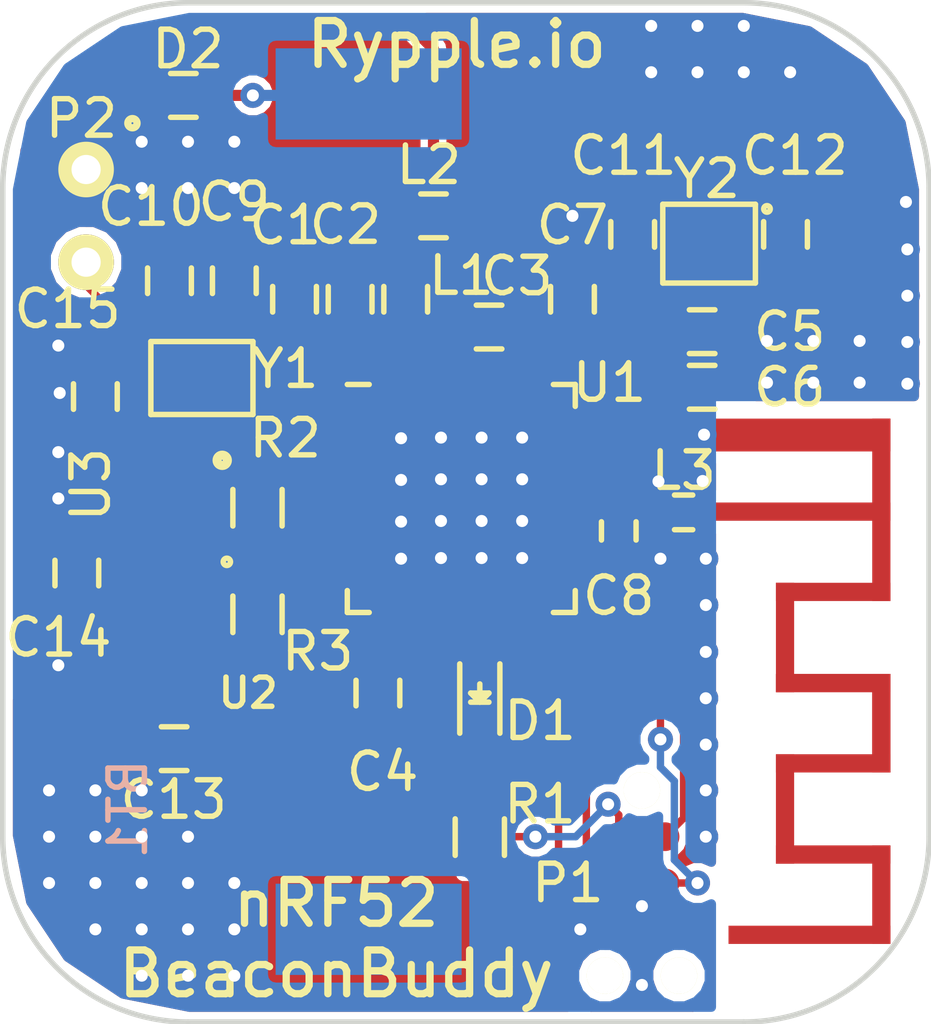
<source format=kicad_pcb>
(kicad_pcb (version 4) (host pcbnew 4.0.2-stable)

  (general
    (links 179)
    (no_connects 1)
    (area 149.585458 96.8396 181.432358 131.338542)
    (thickness 1.6)
    (drawings 10)
    (tracks 259)
    (zones 0)
    (modules 109)
    (nets 52)
  )

  (page A4)
  (layers
    (0 F.Cu signal)
    (31 B.Cu signal)
    (32 B.Adhes user)
    (33 F.Adhes user)
    (34 B.Paste user)
    (35 F.Paste user)
    (36 B.SilkS user)
    (37 F.SilkS user)
    (38 B.Mask user)
    (39 F.Mask user)
    (40 Dwgs.User user)
    (41 Cmts.User user)
    (42 Eco1.User user)
    (43 Eco2.User user)
    (44 Edge.Cuts user)
    (45 Margin user)
    (46 B.CrtYd user)
    (47 F.CrtYd user)
    (48 B.Fab user hide)
    (49 F.Fab user hide)
  )

  (setup
    (last_trace_width 0.2032)
    (trace_clearance 0.1524)
    (zone_clearance 0.2032)
    (zone_45_only no)
    (trace_min 0.2)
    (segment_width 0.2)
    (edge_width 0.15)
    (via_size 0.6858)
    (via_drill 0.3302)
    (via_min_size 0.4)
    (via_min_drill 0.3)
    (uvia_size 0.3)
    (uvia_drill 0.1)
    (uvias_allowed no)
    (uvia_min_size 0.2)
    (uvia_min_drill 0.1)
    (pcb_text_width 0.3)
    (pcb_text_size 1.5 1.5)
    (mod_edge_width 0.15)
    (mod_text_size 1 1)
    (mod_text_width 0.15)
    (pad_size 0.6858 0.6858)
    (pad_drill 0.3302)
    (pad_to_mask_clearance 0.0508)
    (aux_axis_origin 0 0)
    (visible_elements 7FFFFF7F)
    (pcbplotparams
      (layerselection 0x010fc_80000001)
      (usegerberextensions false)
      (excludeedgelayer true)
      (linewidth 0.100000)
      (plotframeref false)
      (viasonmask false)
      (mode 1)
      (useauxorigin false)
      (hpglpennumber 1)
      (hpglpenspeed 20)
      (hpglpendiameter 15)
      (hpglpenoverlay 2)
      (psnegative false)
      (psa4output false)
      (plotreference true)
      (plotvalue true)
      (plotinvisibletext false)
      (padsonsilk false)
      (subtractmaskfromsilk false)
      (outputformat 1)
      (mirror false)
      (drillshape 0)
      (scaleselection 1)
      (outputdirectory Gerber/))
  )

  (net 0 "")
  (net 1 "Net-(C1-Pad1)")
  (net 2 GND)
  (net 3 VDD)
  (net 4 "Net-(C3-Pad1)")
  (net 5 "Net-(C5-Pad2)")
  (net 6 "Net-(C6-Pad2)")
  (net 7 /ANT)
  (net 8 /XL1)
  (net 9 /XL2)
  (net 10 /XC1)
  (net 11 /XC2)
  (net 12 /RF_OUT)
  (net 13 "Net-(L1-Pad1)")
  (net 14 "Net-(L1-Pad2)")
  (net 15 "Net-(U1-Pad5)")
  (net 16 "Net-(U1-Pad6)")
  (net 17 "Net-(U1-Pad7)")
  (net 18 "Net-(U1-Pad10)")
  (net 19 "Net-(U1-Pad11)")
  (net 20 "Net-(U1-Pad12)")
  (net 21 "Net-(U1-Pad14)")
  (net 22 "Net-(U1-Pad15)")
  (net 23 "Net-(U1-Pad16)")
  (net 24 "Net-(U1-Pad17)")
  (net 25 "Net-(U1-Pad18)")
  (net 26 "Net-(U1-Pad19)")
  (net 27 "Net-(U1-Pad22)")
  (net 28 "Net-(U1-Pad23)")
  (net 29 /nRESET)
  (net 30 /SWDCLK)
  (net 31 /SWDIO)
  (net 32 "Net-(U1-Pad27)")
  (net 33 "Net-(U1-Pad28)")
  (net 34 "Net-(U1-Pad29)")
  (net 35 "Net-(U1-Pad37)")
  (net 36 "Net-(U1-Pad38)")
  (net 37 "Net-(U1-Pad39)")
  (net 38 "Net-(U1-Pad40)")
  (net 39 "Net-(U1-Pad41)")
  (net 40 "Net-(U1-Pad42)")
  (net 41 "Net-(U1-Pad43)")
  (net 42 "Net-(U1-Pad44)")
  (net 43 /SWO)
  (net 44 "Net-(BT1-Pad1)")
  (net 45 "Net-(D1-Pad2)")
  (net 46 "Net-(D1-Pad1)")
  (net 47 /SDA)
  (net 48 /SCL)
  (net 49 "Net-(U2-Pad3)")
  (net 50 "Net-(U2-Pad4)")
  (net 51 /AIN0)

  (net_class Default "This is the default net class."
    (clearance 0.1524)
    (trace_width 0.2032)
    (via_dia 0.6858)
    (via_drill 0.3302)
    (uvia_dia 0.3)
    (uvia_drill 0.1)
    (add_net /AIN0)
    (add_net /ANT)
    (add_net /RF_OUT)
    (add_net /SCL)
    (add_net /SDA)
    (add_net /SWDCLK)
    (add_net /SWDIO)
    (add_net /SWO)
    (add_net /XC1)
    (add_net /XC2)
    (add_net /XL1)
    (add_net /XL2)
    (add_net /nRESET)
    (add_net GND)
    (add_net "Net-(BT1-Pad1)")
    (add_net "Net-(C1-Pad1)")
    (add_net "Net-(C3-Pad1)")
    (add_net "Net-(C5-Pad2)")
    (add_net "Net-(C6-Pad2)")
    (add_net "Net-(D1-Pad1)")
    (add_net "Net-(D1-Pad2)")
    (add_net "Net-(L1-Pad1)")
    (add_net "Net-(L1-Pad2)")
    (add_net "Net-(U1-Pad10)")
    (add_net "Net-(U1-Pad11)")
    (add_net "Net-(U1-Pad12)")
    (add_net "Net-(U1-Pad14)")
    (add_net "Net-(U1-Pad15)")
    (add_net "Net-(U1-Pad16)")
    (add_net "Net-(U1-Pad17)")
    (add_net "Net-(U1-Pad18)")
    (add_net "Net-(U1-Pad19)")
    (add_net "Net-(U1-Pad22)")
    (add_net "Net-(U1-Pad23)")
    (add_net "Net-(U1-Pad27)")
    (add_net "Net-(U1-Pad28)")
    (add_net "Net-(U1-Pad29)")
    (add_net "Net-(U1-Pad37)")
    (add_net "Net-(U1-Pad38)")
    (add_net "Net-(U1-Pad39)")
    (add_net "Net-(U1-Pad40)")
    (add_net "Net-(U1-Pad41)")
    (add_net "Net-(U1-Pad42)")
    (add_net "Net-(U1-Pad43)")
    (add_net "Net-(U1-Pad44)")
    (add_net "Net-(U1-Pad5)")
    (add_net "Net-(U1-Pad6)")
    (add_net "Net-(U1-Pad7)")
    (add_net "Net-(U2-Pad3)")
    (add_net "Net-(U2-Pad4)")
    (add_net VDD)
  )

  (module New_Footprints:Via-13mil (layer F.Cu) (tedit 5785D1B2) (tstamp 578ACCF9)
    (at 171.676307 123.19 90)
    (zone_connect 2)
    (fp_text reference REF** (at 0 3.302 90) (layer F.SilkS) hide
      (effects (font (size 1 1) (thickness 0.15)))
    )
    (fp_text value Via-13mil (at 0 -3.048 90) (layer F.Fab) hide
      (effects (font (size 1 1) (thickness 0.15)))
    )
    (pad 1 thru_hole circle (at 0 0 90) (size 0.6858 0.6858) (drill 0.3302) (layers *.Cu)
      (net 2 GND) (zone_connect 2))
  )

  (module New_Footprints:Via-13mil (layer F.Cu) (tedit 5785D1B2) (tstamp 578ACCE9)
    (at 171.676307 121.92 90)
    (zone_connect 2)
    (fp_text reference REF** (at 0 3.302 90) (layer F.SilkS) hide
      (effects (font (size 1 1) (thickness 0.15)))
    )
    (fp_text value Via-13mil (at 0 -3.048 90) (layer F.Fab) hide
      (effects (font (size 1 1) (thickness 0.15)))
    )
    (pad 1 thru_hole circle (at 0 0 90) (size 0.6858 0.6858) (drill 0.3302) (layers *.Cu)
      (net 2 GND) (zone_connect 2))
  )

  (module New_Footprints:Bosch_LGA8 (layer F.Cu) (tedit 578AB506) (tstamp 578AE4F1)
    (at 156.718 114.173)
    (path /578A83E7)
    (fp_text reference U3 (at -1.905 -0.635 90) (layer F.SilkS)
      (effects (font (size 1 1) (thickness 0.15)))
    )
    (fp_text value BMP280 (at 0 -2.5) (layer F.Fab)
      (effects (font (size 1 1) (thickness 0.15)))
    )
    (fp_circle (center 1.7 -1.3) (end 1.8 -1.2) (layer F.SilkS) (width 0.25))
    (fp_line (start -1.4 1.5) (end -1.4 -1.5) (layer F.CrtYd) (width 0.15))
    (fp_line (start 1.4 1.5) (end -1.4 1.5) (layer F.CrtYd) (width 0.15))
    (fp_line (start 1.4 -1.5) (end 1.4 1.5) (layer F.CrtYd) (width 0.15))
    (fp_line (start -1.4 -1.5) (end 1.4 -1.5) (layer F.CrtYd) (width 0.15))
    (pad 1 smd rect (at 0.8 -0.975) (size 0.5 0.35) (layers F.Cu F.Paste F.Mask)
      (net 2 GND))
    (pad 2 smd rect (at 0.8 -0.325) (size 0.5 0.35) (layers F.Cu F.Paste F.Mask)
      (net 3 VDD))
    (pad 3 smd rect (at 0.8 0.325) (size 0.5 0.35) (layers F.Cu F.Paste F.Mask)
      (net 47 /SDA))
    (pad 4 smd rect (at 0.8 0.975) (size 0.5 0.35) (layers F.Cu F.Paste F.Mask)
      (net 48 /SCL))
    (pad 5 smd rect (at -0.8 0.975) (size 0.5 0.35) (layers F.Cu F.Paste F.Mask)
      (net 3 VDD))
    (pad 6 smd rect (at -0.8 0.325) (size 0.5 0.35) (layers F.Cu F.Paste F.Mask)
      (net 3 VDD))
    (pad 7 smd rect (at -0.8 -0.325) (size 0.5 0.35) (layers F.Cu F.Paste F.Mask)
      (net 2 GND))
    (pad 8 smd rect (at -0.8 -0.975) (size 0.5 0.35) (layers F.Cu F.Paste F.Mask)
      (net 3 VDD))
  )

  (module Capacitors_SMD:C_0603 (layer F.Cu) (tedit 5415D631) (tstamp 57844439)
    (at 163.449 108.458 270)
    (descr "Capacitor SMD 0603, reflow soldering, AVX (see smccp.pdf)")
    (tags "capacitor 0603")
    (path /5784435A)
    (attr smd)
    (fp_text reference L1 (at -0.647 -1.524 360) (layer F.SilkS)
      (effects (font (size 1 1) (thickness 0.15)))
    )
    (fp_text value 10uH (at 0 1.9 270) (layer F.Fab)
      (effects (font (size 1 1) (thickness 0.15)))
    )
    (fp_line (start -1.45 -0.75) (end 1.45 -0.75) (layer F.CrtYd) (width 0.05))
    (fp_line (start -1.45 0.75) (end 1.45 0.75) (layer F.CrtYd) (width 0.05))
    (fp_line (start -1.45 -0.75) (end -1.45 0.75) (layer F.CrtYd) (width 0.05))
    (fp_line (start 1.45 -0.75) (end 1.45 0.75) (layer F.CrtYd) (width 0.05))
    (fp_line (start -0.35 -0.6) (end 0.35 -0.6) (layer F.SilkS) (width 0.15))
    (fp_line (start 0.35 0.6) (end -0.35 0.6) (layer F.SilkS) (width 0.15))
    (pad 1 smd rect (at -0.75 0 270) (size 0.8 0.75) (layers F.Cu F.Paste F.Mask)
      (net 13 "Net-(L1-Pad1)"))
    (pad 2 smd rect (at 0.75 0 270) (size 0.8 0.75) (layers F.Cu F.Paste F.Mask)
      (net 14 "Net-(L1-Pad2)"))
    (model Capacitors_SMD.3dshapes/C_0603.wrl
      (at (xyz 0 0 0))
      (scale (xyz 1 1 1))
      (rotate (xyz 0 0 0))
    )
  )

  (module New_Footprints:BATT-HLD-001 (layer B.Cu) (tedit 578889B8) (tstamp 57846108)
    (at 162.433 114.28 90)
    (path /57848956)
    (fp_text reference BT1 (at -8.148 -6.604 90) (layer B.SilkS)
      (effects (font (size 1 1) (thickness 0.15)) (justify mirror))
    )
    (fp_text value BAT-HLD-001 (at 0 10.16 90) (layer B.Fab)
      (effects (font (size 1 1) (thickness 0.15)) (justify mirror))
    )
    (pad 1 smd rect (at -11.45 0 90) (size 2.5 5.1) (layers B.Cu B.Paste B.Mask)
      (net 44 "Net-(BT1-Pad1)"))
    (pad 1 smd rect (at 11.45 0 90) (size 2.5 5.1) (layers B.Cu B.Paste B.Mask)
      (net 44 "Net-(BT1-Pad1)"))
    (pad 2 smd circle (at 0 0 90) (size 17.8 17.8) (layers B.Cu B.Mask)
      (net 2 GND))
  )

  (module New_Footprints:Via-13mil (layer F.Cu) (tedit 5785D1B2) (tstamp 578887E9)
    (at 153.67 124.46)
    (zone_connect 2)
    (fp_text reference REF**52 (at 0 3.302) (layer F.SilkS) hide
      (effects (font (size 1 1) (thickness 0.15)))
    )
    (fp_text value Via-13mil (at 0 -3.048) (layer F.Fab) hide
      (effects (font (size 1 1) (thickness 0.15)))
    )
    (pad 1 thru_hole circle (at 0 0) (size 0.6858 0.6858) (drill 0.3302) (layers *.Cu)
      (net 2 GND) (zone_connect 2))
  )

  (module New_Footprints:Via-13mil (layer F.Cu) (tedit 5785D1B2) (tstamp 578887E5)
    (at 154.94 125.73)
    (zone_connect 2)
    (fp_text reference REF**52 (at 0 3.302) (layer F.SilkS) hide
      (effects (font (size 1 1) (thickness 0.15)))
    )
    (fp_text value Via-13mil (at 0 -3.048) (layer F.Fab) hide
      (effects (font (size 1 1) (thickness 0.15)))
    )
    (pad 1 thru_hole circle (at 0 0) (size 0.6858 0.6858) (drill 0.3302) (layers *.Cu)
      (net 2 GND) (zone_connect 2))
  )

  (module New_Footprints:Via-13mil (layer F.Cu) (tedit 5785D1B2) (tstamp 578886E8)
    (at 170.434 115.57 90)
    (zone_connect 2)
    (fp_text reference REF** (at 0 3.302 90) (layer F.SilkS) hide
      (effects (font (size 1 1) (thickness 0.15)))
    )
    (fp_text value Via-13mil (at 0 -3.048 90) (layer F.Fab) hide
      (effects (font (size 1 1) (thickness 0.15)))
    )
    (pad 1 thru_hole circle (at 0 0 90) (size 0.6858 0.6858) (drill 0.3302) (layers *.Cu)
      (net 2 GND) (zone_connect 2))
  )

  (module New_Footprints:Via-13mil (layer F.Cu) (tedit 5785D1B2) (tstamp 578886BF)
    (at 177.202958 110.77381 90)
    (zone_connect 2)
    (fp_text reference REF** (at 0 3.302 90) (layer F.SilkS) hide
      (effects (font (size 1 1) (thickness 0.15)))
    )
    (fp_text value Via-13mil (at 0 -3.048 90) (layer F.Fab) hide
      (effects (font (size 1 1) (thickness 0.15)))
    )
    (pad 1 thru_hole circle (at 0 0 90) (size 0.6858 0.6858) (drill 0.3302) (layers *.Cu)
      (net 2 GND) (zone_connect 2))
  )

  (module New_Footprints:Via-13mil (layer F.Cu) (tedit 5785D1B2) (tstamp 578886BB)
    (at 175.895 110.744)
    (zone_connect 2)
    (fp_text reference REF** (at 0 3.302) (layer F.SilkS) hide
      (effects (font (size 1 1) (thickness 0.15)))
    )
    (fp_text value Via-13mil (at 0 -3.048) (layer F.Fab) hide
      (effects (font (size 1 1) (thickness 0.15)))
    )
    (pad 1 thru_hole circle (at 0 0) (size 0.6858 0.6858) (drill 0.3302) (layers *.Cu)
      (net 2 GND) (zone_connect 2))
  )

  (module New_Footprints:Via-13mil (layer F.Cu) (tedit 5785D1B2) (tstamp 578886B7)
    (at 173.355 110.744)
    (zone_connect 2)
    (fp_text reference REF** (at 0 3.302) (layer F.SilkS) hide
      (effects (font (size 1 1) (thickness 0.15)))
    )
    (fp_text value Via-13mil (at 0 -3.048) (layer F.Fab) hide
      (effects (font (size 1 1) (thickness 0.15)))
    )
    (pad 1 thru_hole circle (at 0 0) (size 0.6858 0.6858) (drill 0.3302) (layers *.Cu)
      (net 2 GND) (zone_connect 2))
  )

  (module New_Footprints:Via-13mil (layer F.Cu) (tedit 5785D1B2) (tstamp 578886B3)
    (at 174.625 110.744)
    (zone_connect 2)
    (fp_text reference REF** (at 0 3.302) (layer F.SilkS) hide
      (effects (font (size 1 1) (thickness 0.15)))
    )
    (fp_text value Via-13mil (at 0 -3.048) (layer F.Fab) hide
      (effects (font (size 1 1) (thickness 0.15)))
    )
    (pad 1 thru_hole circle (at 0 0) (size 0.6858 0.6858) (drill 0.3302) (layers *.Cu)
      (net 2 GND) (zone_connect 2))
  )

  (module New_Footprints:Via-13mil (layer F.Cu) (tedit 5785D1B2) (tstamp 57888690)
    (at 170.38 113.45)
    (zone_connect 2)
    (fp_text reference REF** (at 0 3.302) (layer F.SilkS) hide
      (effects (font (size 1 1) (thickness 0.15)))
    )
    (fp_text value Via-13mil (at 0 -3.048) (layer F.Fab) hide
      (effects (font (size 1 1) (thickness 0.15)))
    )
    (pad 1 thru_hole circle (at 0 0) (size 0.6858 0.6858) (drill 0.3302) (layers *.Cu)
      (net 2 GND) (zone_connect 2))
  )

  (module New_Footprints:Via-13mil (layer F.Cu) (tedit 5785D1B2) (tstamp 5788868A)
    (at 171.59 113.44)
    (zone_connect 2)
    (fp_text reference REF** (at 0 3.302) (layer F.SilkS) hide
      (effects (font (size 1 1) (thickness 0.15)))
    )
    (fp_text value Via-13mil (at 0 -3.048) (layer F.Fab) hide
      (effects (font (size 1 1) (thickness 0.15)))
    )
    (pad 1 thru_hole circle (at 0 0) (size 0.6858 0.6858) (drill 0.3302) (layers *.Cu)
      (net 2 GND) (zone_connect 2))
  )

  (module New_Footprints:Via-13mil (layer F.Cu) (tedit 5785D1B2) (tstamp 578885DB)
    (at 171.63 112.17)
    (zone_connect 2)
    (fp_text reference REF** (at 0 3.302) (layer F.SilkS) hide
      (effects (font (size 1 1) (thickness 0.15)))
    )
    (fp_text value Via-13mil (at 0 -3.048) (layer F.Fab) hide
      (effects (font (size 1 1) (thickness 0.15)))
    )
    (pad 1 thru_hole circle (at 0 0) (size 0.6858 0.6858) (drill 0.3302) (layers *.Cu)
      (net 2 GND) (zone_connect 2))
  )

  (module New_Footprints:Via-13mil (layer F.Cu) (tedit 5785D1B2) (tstamp 57887A52)
    (at 163.322 115.57 90)
    (zone_connect 2)
    (fp_text reference REF** (at 0 3.302 90) (layer F.SilkS) hide
      (effects (font (size 1 1) (thickness 0.15)))
    )
    (fp_text value Via-13mil (at 0 -3.048 90) (layer F.Fab) hide
      (effects (font (size 1 1) (thickness 0.15)))
    )
    (pad 1 thru_hole circle (at 0 0 90) (size 0.6858 0.6858) (drill 0.3302) (layers *.Cu)
      (net 2 GND) (zone_connect 2))
  )

  (module New_Footprints:Via-13mil (layer F.Cu) (tedit 5785D1B2) (tstamp 57887A4E)
    (at 164.41675 115.55225 90)
    (zone_connect 2)
    (fp_text reference REF** (at 0 3.302 90) (layer F.SilkS) hide
      (effects (font (size 1 1) (thickness 0.15)))
    )
    (fp_text value Via-13mil (at 0 -3.048 90) (layer F.Fab) hide
      (effects (font (size 1 1) (thickness 0.15)))
    )
    (pad 1 thru_hole circle (at 0 0 90) (size 0.6858 0.6858) (drill 0.3302) (layers *.Cu)
      (net 2 GND) (zone_connect 2))
  )

  (module New_Footprints:Via-13mil (layer F.Cu) (tedit 5785D1B2) (tstamp 57887A4A)
    (at 166.64175 115.55225 90)
    (zone_connect 2)
    (fp_text reference REF** (at 0 3.302 90) (layer F.SilkS) hide
      (effects (font (size 1 1) (thickness 0.15)))
    )
    (fp_text value Via-13mil (at 0 -3.048 90) (layer F.Fab) hide
      (effects (font (size 1 1) (thickness 0.15)))
    )
    (pad 1 thru_hole circle (at 0 0 90) (size 0.6858 0.6858) (drill 0.3302) (layers *.Cu)
      (net 2 GND) (zone_connect 2))
  )

  (module New_Footprints:Via-13mil (layer F.Cu) (tedit 5785D1B2) (tstamp 57887A46)
    (at 165.52925 115.55225 90)
    (zone_connect 2)
    (fp_text reference REF** (at 0 3.302 90) (layer F.SilkS) hide
      (effects (font (size 1 1) (thickness 0.15)))
    )
    (fp_text value Via-13mil (at 0 -3.048 90) (layer F.Fab) hide
      (effects (font (size 1 1) (thickness 0.15)))
    )
    (pad 1 thru_hole circle (at 0 0 90) (size 0.6858 0.6858) (drill 0.3302) (layers *.Cu)
      (net 2 GND) (zone_connect 2))
  )

  (module New_Footprints:Via-13mil (layer F.Cu) (tedit 5785D1B2) (tstamp 57887A42)
    (at 163.322 114.554 90)
    (zone_connect 2)
    (fp_text reference REF** (at 0 3.302 90) (layer F.SilkS) hide
      (effects (font (size 1 1) (thickness 0.15)))
    )
    (fp_text value Via-13mil (at 0 -3.048 90) (layer F.Fab) hide
      (effects (font (size 1 1) (thickness 0.15)))
    )
    (pad 1 thru_hole circle (at 0 0 90) (size 0.6858 0.6858) (drill 0.3302) (layers *.Cu)
      (net 2 GND) (zone_connect 2))
  )

  (module New_Footprints:Via-13mil (layer F.Cu) (tedit 5785D1B2) (tstamp 57887A3E)
    (at 164.41675 114.53625 90)
    (zone_connect 2)
    (fp_text reference REF** (at 0 3.302 90) (layer F.SilkS) hide
      (effects (font (size 1 1) (thickness 0.15)))
    )
    (fp_text value Via-13mil (at 0 -3.048 90) (layer F.Fab) hide
      (effects (font (size 1 1) (thickness 0.15)))
    )
    (pad 1 thru_hole circle (at 0 0 90) (size 0.6858 0.6858) (drill 0.3302) (layers *.Cu)
      (net 2 GND) (zone_connect 2))
  )

  (module New_Footprints:Via-13mil (layer F.Cu) (tedit 5785D1B2) (tstamp 57887A3A)
    (at 166.64175 114.53625 90)
    (zone_connect 2)
    (fp_text reference REF** (at 0 3.302 90) (layer F.SilkS) hide
      (effects (font (size 1 1) (thickness 0.15)))
    )
    (fp_text value Via-13mil (at 0 -3.048 90) (layer F.Fab) hide
      (effects (font (size 1 1) (thickness 0.15)))
    )
    (pad 1 thru_hole circle (at 0 0 90) (size 0.6858 0.6858) (drill 0.3302) (layers *.Cu)
      (net 2 GND) (zone_connect 2))
  )

  (module New_Footprints:Via-13mil (layer F.Cu) (tedit 5785D1B2) (tstamp 57887A36)
    (at 165.52925 114.53625 90)
    (zone_connect 2)
    (fp_text reference REF** (at 0 3.302 90) (layer F.SilkS) hide
      (effects (font (size 1 1) (thickness 0.15)))
    )
    (fp_text value Via-13mil (at 0 -3.048 90) (layer F.Fab) hide
      (effects (font (size 1 1) (thickness 0.15)))
    )
    (pad 1 thru_hole circle (at 0 0 90) (size 0.6858 0.6858) (drill 0.3302) (layers *.Cu)
      (net 2 GND) (zone_connect 2))
  )

  (module New_Footprints:Via-13mil (layer F.Cu) (tedit 5785D1B2) (tstamp 57887A32)
    (at 163.322 113.411 90)
    (zone_connect 2)
    (fp_text reference REF** (at 0 3.302 90) (layer F.SilkS) hide
      (effects (font (size 1 1) (thickness 0.15)))
    )
    (fp_text value Via-13mil (at 0 -3.048 90) (layer F.Fab) hide
      (effects (font (size 1 1) (thickness 0.15)))
    )
    (pad 1 thru_hole circle (at 0 0 90) (size 0.6858 0.6858) (drill 0.3302) (layers *.Cu)
      (net 2 GND) (zone_connect 2))
  )

  (module New_Footprints:Via-13mil (layer F.Cu) (tedit 5785D1B2) (tstamp 57887A2E)
    (at 164.41675 113.39325 90)
    (zone_connect 2)
    (fp_text reference REF** (at 0 3.302 90) (layer F.SilkS) hide
      (effects (font (size 1 1) (thickness 0.15)))
    )
    (fp_text value Via-13mil (at 0 -3.048 90) (layer F.Fab) hide
      (effects (font (size 1 1) (thickness 0.15)))
    )
    (pad 1 thru_hole circle (at 0 0 90) (size 0.6858 0.6858) (drill 0.3302) (layers *.Cu)
      (net 2 GND) (zone_connect 2))
  )

  (module New_Footprints:Via-13mil (layer F.Cu) (tedit 5785D1B2) (tstamp 57887A2A)
    (at 166.64175 113.39325 90)
    (zone_connect 2)
    (fp_text reference REF** (at 0 3.302 90) (layer F.SilkS) hide
      (effects (font (size 1 1) (thickness 0.15)))
    )
    (fp_text value Via-13mil (at 0 -3.048 90) (layer F.Fab) hide
      (effects (font (size 1 1) (thickness 0.15)))
    )
    (pad 1 thru_hole circle (at 0 0 90) (size 0.6858 0.6858) (drill 0.3302) (layers *.Cu)
      (net 2 GND) (zone_connect 2))
  )

  (module New_Footprints:Via-13mil (layer F.Cu) (tedit 5785D1B2) (tstamp 57887A26)
    (at 165.52925 113.39325 90)
    (zone_connect 2)
    (fp_text reference REF** (at 0 3.302 90) (layer F.SilkS) hide
      (effects (font (size 1 1) (thickness 0.15)))
    )
    (fp_text value Via-13mil (at 0 -3.048 90) (layer F.Fab) hide
      (effects (font (size 1 1) (thickness 0.15)))
    )
    (pad 1 thru_hole circle (at 0 0 90) (size 0.6858 0.6858) (drill 0.3302) (layers *.Cu)
      (net 2 GND) (zone_connect 2))
  )

  (module New_Footprints:Via-13mil (layer F.Cu) (tedit 5785D1B2) (tstamp 57887A19)
    (at 166.64175 112.25025 90)
    (zone_connect 2)
    (fp_text reference REF** (at 0 3.302 90) (layer F.SilkS) hide
      (effects (font (size 1 1) (thickness 0.15)))
    )
    (fp_text value Via-13mil (at 0 -3.048 90) (layer F.Fab) hide
      (effects (font (size 1 1) (thickness 0.15)))
    )
    (pad 1 thru_hole circle (at 0 0 90) (size 0.6858 0.6858) (drill 0.3302) (layers *.Cu)
      (net 2 GND) (zone_connect 2))
  )

  (module New_Footprints:Via-13mil (layer F.Cu) (tedit 5785D1B2) (tstamp 57887A15)
    (at 165.52925 112.25025 90)
    (zone_connect 2)
    (fp_text reference REF** (at 0 3.302 90) (layer F.SilkS) hide
      (effects (font (size 1 1) (thickness 0.15)))
    )
    (fp_text value Via-13mil (at 0 -3.048 90) (layer F.Fab) hide
      (effects (font (size 1 1) (thickness 0.15)))
    )
    (pad 1 thru_hole circle (at 0 0 90) (size 0.6858 0.6858) (drill 0.3302) (layers *.Cu)
      (net 2 GND) (zone_connect 2))
  )

  (module New_Footprints:Via-13mil (layer F.Cu) (tedit 5785D1B2) (tstamp 57887A0D)
    (at 164.41675 112.25025 90)
    (zone_connect 2)
    (fp_text reference REF** (at 0 3.302 90) (layer F.SilkS) hide
      (effects (font (size 1 1) (thickness 0.15)))
    )
    (fp_text value Via-13mil (at 0 -3.048 90) (layer F.Fab) hide
      (effects (font (size 1 1) (thickness 0.15)))
    )
    (pad 1 thru_hole circle (at 0 0 90) (size 0.6858 0.6858) (drill 0.3302) (layers *.Cu)
      (net 2 GND) (zone_connect 2))
  )

  (module New_Footprints:Via-13mil (layer F.Cu) (tedit 5785D1B2) (tstamp 57887A09)
    (at 163.322 112.268 90)
    (zone_connect 2)
    (fp_text reference REF** (at 0 3.302 90) (layer F.SilkS) hide
      (effects (font (size 1 1) (thickness 0.15)))
    )
    (fp_text value Via-13mil (at 0 -3.048 90) (layer F.Fab) hide
      (effects (font (size 1 1) (thickness 0.15)))
    )
    (pad 1 thru_hole circle (at 0 0 90) (size 0.6858 0.6858) (drill 0.3302) (layers *.Cu)
      (net 2 GND) (zone_connect 2))
  )

  (module New_Footprints:Crystal_ABM11 (layer F.Cu) (tedit 5785E97A) (tstamp 5785F204)
    (at 171.7675 106.934 180)
    (path /5785EF94)
    (fp_text reference Y2 (at 0.0635 1.778 360) (layer F.SilkS)
      (effects (font (size 1 1) (thickness 0.15)))
    )
    (fp_text value 32MHz (at -0.0635 -2.159 180) (layer F.Fab)
      (effects (font (size 1 1) (thickness 0.15)))
    )
    (fp_circle (center -1.5875 0.9525) (end -1.651 0.889) (layer F.SilkS) (width 0.15))
    (fp_line (start -1.27 -1.0795) (end 1.27 -1.0795) (layer F.SilkS) (width 0.15))
    (fp_line (start -1.27 1.0795) (end -1.27 -1.0795) (layer F.SilkS) (width 0.15))
    (fp_line (start 1.27 1.0795) (end -1.27 1.0795) (layer F.SilkS) (width 0.15))
    (fp_line (start 1.27 -1.0795) (end 1.27 1.0795) (layer F.SilkS) (width 0.15))
    (pad 1 smd rect (at -0.6604 0.508 180) (size 0.762 0.6604) (layers F.Cu F.Paste F.Mask)
      (net 11 /XC2))
    (pad 2 smd rect (at 0.6604 0.508 180) (size 0.762 0.6604) (layers F.Cu F.Paste F.Mask)
      (net 2 GND))
    (pad 3 smd rect (at 0.6604 -0.508 180) (size 0.762 0.6604) (layers F.Cu F.Paste F.Mask)
      (net 10 /XC1))
    (pad 4 smd rect (at -0.6604 -0.508 180) (size 0.762 0.6604) (layers F.Cu F.Paste F.Mask)
      (net 2 GND))
  )

  (module New_Footprints:Via-13mil (layer F.Cu) (tedit 5785D1B2) (tstamp 5785F45A)
    (at 169.926 127.254 90)
    (zone_connect 2)
    (fp_text reference REF** (at 0 3.302 90) (layer F.SilkS) hide
      (effects (font (size 1 1) (thickness 0.15)))
    )
    (fp_text value Via-13mil (at 0 -3.048 90) (layer F.Fab) hide
      (effects (font (size 1 1) (thickness 0.15)))
    )
    (pad 1 thru_hole circle (at 0 0 90) (size 0.6858 0.6858) (drill 0.3302) (layers *.Cu)
      (net 2 GND) (zone_connect 2))
  )

  (module New_Footprints:Via-13mil (layer F.Cu) (tedit 5785D1B2) (tstamp 5785F456)
    (at 169.926 125.095 90)
    (zone_connect 2)
    (fp_text reference REF** (at 0 3.302 90) (layer F.SilkS) hide
      (effects (font (size 1 1) (thickness 0.15)))
    )
    (fp_text value Via-13mil (at 0 -3.048 90) (layer F.Fab) hide
      (effects (font (size 1 1) (thickness 0.15)))
    )
    (pad 1 thru_hole circle (at 0 0 90) (size 0.6858 0.6858) (drill 0.3302) (layers *.Cu)
      (net 2 GND) (zone_connect 2))
  )

  (module Capacitors_SMD:C_0603 (layer F.Cu) (tedit 5415D631) (tstamp 57844427)
    (at 169.672 106.68 270)
    (descr "Capacitor SMD 0603, reflow soldering, AVX (see smccp.pdf)")
    (tags "capacitor 0603")
    (path /57845983)
    (attr smd)
    (fp_text reference C11 (at -2.159 0.254 540) (layer F.SilkS)
      (effects (font (size 1 1) (thickness 0.15)))
    )
    (fp_text value 12pF (at 0 1.9 270) (layer F.Fab)
      (effects (font (size 1 1) (thickness 0.15)))
    )
    (fp_line (start -1.45 -0.75) (end 1.45 -0.75) (layer F.CrtYd) (width 0.05))
    (fp_line (start -1.45 0.75) (end 1.45 0.75) (layer F.CrtYd) (width 0.05))
    (fp_line (start -1.45 -0.75) (end -1.45 0.75) (layer F.CrtYd) (width 0.05))
    (fp_line (start 1.45 -0.75) (end 1.45 0.75) (layer F.CrtYd) (width 0.05))
    (fp_line (start -0.35 -0.6) (end 0.35 -0.6) (layer F.SilkS) (width 0.15))
    (fp_line (start 0.35 0.6) (end -0.35 0.6) (layer F.SilkS) (width 0.15))
    (pad 1 smd rect (at -0.75 0 270) (size 0.8 0.75) (layers F.Cu F.Paste F.Mask)
      (net 2 GND))
    (pad 2 smd rect (at 0.75 0 270) (size 0.8 0.75) (layers F.Cu F.Paste F.Mask)
      (net 10 /XC1))
    (model Capacitors_SMD.3dshapes/C_0603.wrl
      (at (xyz 0 0 0))
      (scale (xyz 1 1 1))
      (rotate (xyz 0 0 0))
    )
  )

  (module Capacitors_SMD:C_0603 (layer F.Cu) (tedit 5415D631) (tstamp 5784442D)
    (at 173.863 106.68 90)
    (descr "Capacitor SMD 0603, reflow soldering, AVX (see smccp.pdf)")
    (tags "capacitor 0603")
    (path /57845A6E)
    (attr smd)
    (fp_text reference C12 (at 2.159 0.254 360) (layer F.SilkS)
      (effects (font (size 1 1) (thickness 0.15)))
    )
    (fp_text value 12pF (at 0 1.9 90) (layer F.Fab)
      (effects (font (size 1 1) (thickness 0.15)))
    )
    (fp_line (start -1.45 -0.75) (end 1.45 -0.75) (layer F.CrtYd) (width 0.05))
    (fp_line (start -1.45 0.75) (end 1.45 0.75) (layer F.CrtYd) (width 0.05))
    (fp_line (start -1.45 -0.75) (end -1.45 0.75) (layer F.CrtYd) (width 0.05))
    (fp_line (start 1.45 -0.75) (end 1.45 0.75) (layer F.CrtYd) (width 0.05))
    (fp_line (start -0.35 -0.6) (end 0.35 -0.6) (layer F.SilkS) (width 0.15))
    (fp_line (start 0.35 0.6) (end -0.35 0.6) (layer F.SilkS) (width 0.15))
    (pad 1 smd rect (at -0.75 0 90) (size 0.8 0.75) (layers F.Cu F.Paste F.Mask)
      (net 2 GND))
    (pad 2 smd rect (at 0.75 0 90) (size 0.8 0.75) (layers F.Cu F.Paste F.Mask)
      (net 11 /XC2))
    (model Capacitors_SMD.3dshapes/C_0603.wrl
      (at (xyz 0 0 0))
      (scale (xyz 1 1 1))
      (rotate (xyz 0 0 0))
    )
  )

  (module Capacitors_SMD:C_0603 (layer F.Cu) (tedit 5415D631) (tstamp 57844403)
    (at 171.577 109.347 180)
    (descr "Capacitor SMD 0603, reflow soldering, AVX (see smccp.pdf)")
    (tags "capacitor 0603")
    (path /578447B2)
    (attr smd)
    (fp_text reference C5 (at -2.401 0 180) (layer F.SilkS)
      (effects (font (size 1 1) (thickness 0.15)))
    )
    (fp_text value 100pF (at 0 1.9 180) (layer F.Fab)
      (effects (font (size 1 1) (thickness 0.15)))
    )
    (fp_line (start -1.45 -0.75) (end 1.45 -0.75) (layer F.CrtYd) (width 0.05))
    (fp_line (start -1.45 0.75) (end 1.45 0.75) (layer F.CrtYd) (width 0.05))
    (fp_line (start -1.45 -0.75) (end -1.45 0.75) (layer F.CrtYd) (width 0.05))
    (fp_line (start 1.45 -0.75) (end 1.45 0.75) (layer F.CrtYd) (width 0.05))
    (fp_line (start -0.35 -0.6) (end 0.35 -0.6) (layer F.SilkS) (width 0.15))
    (fp_line (start 0.35 0.6) (end -0.35 0.6) (layer F.SilkS) (width 0.15))
    (pad 1 smd rect (at -0.75 0 180) (size 0.8 0.75) (layers F.Cu F.Paste F.Mask)
      (net 2 GND))
    (pad 2 smd rect (at 0.75 0 180) (size 0.8 0.75) (layers F.Cu F.Paste F.Mask)
      (net 5 "Net-(C5-Pad2)"))
    (model Capacitors_SMD.3dshapes/C_0603.wrl
      (at (xyz 0 0 0))
      (scale (xyz 1 1 1))
      (rotate (xyz 0 0 0))
    )
  )

  (module New_Footprints:Via-13mil (layer F.Cu) (tedit 5785D1B2) (tstamp 5785E9C4)
    (at 153.924 118.491)
    (zone_connect 2)
    (fp_text reference REF** (at 0 3.302) (layer F.SilkS) hide
      (effects (font (size 1 1) (thickness 0.15)))
    )
    (fp_text value Via-13mil (at 0 -3.048) (layer F.Fab) hide
      (effects (font (size 1 1) (thickness 0.15)))
    )
    (pad 1 thru_hole circle (at 0 0) (size 0.6858 0.6858) (drill 0.3302) (layers *.Cu)
      (net 2 GND) (zone_connect 2))
  )

  (module New_Footprints:Via-13mil (layer F.Cu) (tedit 5785D1B2) (tstamp 5785E9BC)
    (at 153.924 109.728)
    (zone_connect 2)
    (fp_text reference REF** (at 0 3.302) (layer F.SilkS) hide
      (effects (font (size 1 1) (thickness 0.15)))
    )
    (fp_text value Via-13mil (at 0 -3.048) (layer F.Fab) hide
      (effects (font (size 1 1) (thickness 0.15)))
    )
    (pad 1 thru_hole circle (at 0 0) (size 0.6858 0.6858) (drill 0.3302) (layers *.Cu)
      (net 2 GND) (zone_connect 2))
  )

  (module New_Footprints:Via-13mil (layer F.Cu) (tedit 5785D1B2) (tstamp 5785E9B8)
    (at 153.924 113.919 90)
    (zone_connect 2)
    (fp_text reference REF** (at 0 3.302 90) (layer F.SilkS) hide
      (effects (font (size 1 1) (thickness 0.15)))
    )
    (fp_text value Via-13mil (at 0 -3.048 90) (layer F.Fab) hide
      (effects (font (size 1 1) (thickness 0.15)))
    )
    (pad 1 thru_hole circle (at 0 0 90) (size 0.6858 0.6858) (drill 0.3302) (layers *.Cu)
      (net 2 GND) (zone_connect 2))
  )

  (module New_Footprints:Via-13mil (layer F.Cu) (tedit 5785D1B2) (tstamp 5785E9B4)
    (at 153.924 112.649 90)
    (zone_connect 2)
    (fp_text reference REF** (at 0 3.302 90) (layer F.SilkS) hide
      (effects (font (size 1 1) (thickness 0.15)))
    )
    (fp_text value Via-13mil (at 0 -3.048 90) (layer F.Fab) hide
      (effects (font (size 1 1) (thickness 0.15)))
    )
    (pad 1 thru_hole circle (at 0 0 90) (size 0.6858 0.6858) (drill 0.3302) (layers *.Cu)
      (net 2 GND) (zone_connect 2))
  )

  (module New_Footprints:Via-13mil (layer F.Cu) (tedit 5785D1B2) (tstamp 5785E9B0)
    (at 153.961958 111.02781 90)
    (zone_connect 2)
    (fp_text reference REF** (at 0 3.302 90) (layer F.SilkS) hide
      (effects (font (size 1 1) (thickness 0.15)))
    )
    (fp_text value Via-13mil (at 0 -3.048 90) (layer F.Fab) hide
      (effects (font (size 1 1) (thickness 0.15)))
    )
    (pad 1 thru_hole circle (at 0 0 90) (size 0.6858 0.6858) (drill 0.3302) (layers *.Cu)
      (net 2 GND) (zone_connect 2))
  )

  (module New_Footprints:Via-13mil (layer F.Cu) (tedit 5785D1B2) (tstamp 5785D640)
    (at 171.6786 115.57 90)
    (zone_connect 2)
    (fp_text reference REF** (at 0 3.302 90) (layer F.SilkS) hide
      (effects (font (size 1 1) (thickness 0.15)))
    )
    (fp_text value Via-13mil (at 0 -3.048 90) (layer F.Fab) hide
      (effects (font (size 1 1) (thickness 0.15)))
    )
    (pad 1 thru_hole circle (at 0 0 90) (size 0.6858 0.6858) (drill 0.3302) (layers *.Cu)
      (net 2 GND) (zone_connect 2))
  )

  (module New_Footprints:Via-13mil (layer F.Cu) (tedit 5785D1B2) (tstamp 5785D570)
    (at 158.75 105.41)
    (zone_connect 2)
    (fp_text reference REF**41 (at 0 3.302) (layer F.SilkS) hide
      (effects (font (size 1 1) (thickness 0.15)))
    )
    (fp_text value Via-13mil (at 0 -3.048) (layer F.Fab) hide
      (effects (font (size 1 1) (thickness 0.15)))
    )
    (pad 1 thru_hole circle (at 0 0) (size 0.6858 0.6858) (drill 0.3302) (layers *.Cu)
      (net 2 GND) (zone_connect 2))
  )

  (module New_Footprints:Via-13mil (layer F.Cu) (tedit 5785D1B2) (tstamp 5785D56C)
    (at 158.75 104.14)
    (zone_connect 2)
    (fp_text reference REF**42 (at 0 3.302) (layer F.SilkS) hide
      (effects (font (size 1 1) (thickness 0.15)))
    )
    (fp_text value Via-13mil (at 0 -3.048) (layer F.Fab) hide
      (effects (font (size 1 1) (thickness 0.15)))
    )
    (pad 1 thru_hole circle (at 0 0) (size 0.6858 0.6858) (drill 0.3302) (layers *.Cu)
      (net 2 GND) (zone_connect 2))
  )

  (module New_Footprints:Via-13mil (layer F.Cu) (tedit 5785D1B2) (tstamp 5785D568)
    (at 157.48 105.41)
    (zone_connect 2)
    (fp_text reference REF**31 (at 0 3.302) (layer F.SilkS) hide
      (effects (font (size 1 1) (thickness 0.15)))
    )
    (fp_text value Via-13mil (at 0 -3.048) (layer F.Fab) hide
      (effects (font (size 1 1) (thickness 0.15)))
    )
    (pad 1 thru_hole circle (at 0 0) (size 0.6858 0.6858) (drill 0.3302) (layers *.Cu)
      (net 2 GND) (zone_connect 2))
  )

  (module New_Footprints:Via-13mil (layer F.Cu) (tedit 5785D1B2) (tstamp 5785D564)
    (at 157.48 104.14)
    (zone_connect 2)
    (fp_text reference REF**32 (at 0 3.302) (layer F.SilkS) hide
      (effects (font (size 1 1) (thickness 0.15)))
    )
    (fp_text value Via-13mil (at 0 -3.048) (layer F.Fab) hide
      (effects (font (size 1 1) (thickness 0.15)))
    )
    (pad 1 thru_hole circle (at 0 0) (size 0.6858 0.6858) (drill 0.3302) (layers *.Cu)
      (net 2 GND) (zone_connect 2))
  )

  (module New_Footprints:Via-13mil (layer F.Cu) (tedit 5785D1B2) (tstamp 5785D560)
    (at 156.21 104.14)
    (zone_connect 2)
    (fp_text reference REF**22 (at 0 3.302) (layer F.SilkS) hide
      (effects (font (size 1 1) (thickness 0.15)))
    )
    (fp_text value Via-13mil (at 0 -3.048) (layer F.Fab) hide
      (effects (font (size 1 1) (thickness 0.15)))
    )
    (pad 1 thru_hole circle (at 0 0) (size 0.6858 0.6858) (drill 0.3302) (layers *.Cu)
      (net 2 GND) (zone_connect 2))
  )

  (module New_Footprints:Via-13mil (layer F.Cu) (tedit 5785D1B2) (tstamp 5785D554)
    (at 156.21 105.41)
    (zone_connect 2)
    (fp_text reference REF**21 (at 0 3.302) (layer F.SilkS) hide
      (effects (font (size 1 1) (thickness 0.15)))
    )
    (fp_text value Via-13mil (at 0 -3.048) (layer F.Fab) hide
      (effects (font (size 1 1) (thickness 0.15)))
    )
    (pad 1 thru_hole circle (at 0 0) (size 0.6858 0.6858) (drill 0.3302) (layers *.Cu)
      (net 2 GND) (zone_connect 2))
  )

  (module New_Footprints:Via-13mil (layer F.Cu) (tedit 5785D1B2) (tstamp 5785D532)
    (at 170.18 100.965)
    (zone_connect 2)
    (fp_text reference REF**32 (at 0 3.302) (layer F.SilkS) hide
      (effects (font (size 1 1) (thickness 0.15)))
    )
    (fp_text value Via-13mil (at 0 -3.048) (layer F.Fab) hide
      (effects (font (size 1 1) (thickness 0.15)))
    )
    (pad 1 thru_hole circle (at 0 0) (size 0.6858 0.6858) (drill 0.3302) (layers *.Cu)
      (net 2 GND) (zone_connect 2))
  )

  (module New_Footprints:Via-13mil (layer F.Cu) (tedit 5785D1B2) (tstamp 5785D52E)
    (at 172.72 100.965)
    (zone_connect 2)
    (fp_text reference REF**52 (at 0 3.302) (layer F.SilkS) hide
      (effects (font (size 1 1) (thickness 0.15)))
    )
    (fp_text value Via-13mil (at 0 -3.048) (layer F.Fab) hide
      (effects (font (size 1 1) (thickness 0.15)))
    )
    (pad 1 thru_hole circle (at 0 0) (size 0.6858 0.6858) (drill 0.3302) (layers *.Cu)
      (net 2 GND) (zone_connect 2))
  )

  (module New_Footprints:Via-13mil (layer F.Cu) (tedit 5785D1B2) (tstamp 5785D52A)
    (at 172.72 102.235)
    (zone_connect 2)
    (fp_text reference REF**51 (at 0 3.302) (layer F.SilkS) hide
      (effects (font (size 1 1) (thickness 0.15)))
    )
    (fp_text value Via-13mil (at 0 -3.048) (layer F.Fab) hide
      (effects (font (size 1 1) (thickness 0.15)))
    )
    (pad 1 thru_hole circle (at 0 0) (size 0.6858 0.6858) (drill 0.3302) (layers *.Cu)
      (net 2 GND) (zone_connect 2))
  )

  (module New_Footprints:Via-13mil (layer F.Cu) (tedit 5785D1B2) (tstamp 5785D526)
    (at 171.45 100.965)
    (zone_connect 2)
    (fp_text reference REF**42 (at 0 3.302) (layer F.SilkS) hide
      (effects (font (size 1 1) (thickness 0.15)))
    )
    (fp_text value Via-13mil (at 0 -3.048) (layer F.Fab) hide
      (effects (font (size 1 1) (thickness 0.15)))
    )
    (pad 1 thru_hole circle (at 0 0) (size 0.6858 0.6858) (drill 0.3302) (layers *.Cu)
      (net 2 GND) (zone_connect 2))
  )

  (module New_Footprints:Via-13mil (layer F.Cu) (tedit 5785D1B2) (tstamp 5785D51E)
    (at 173.99 102.235)
    (zone_connect 2)
    (fp_text reference REF**21 (at 0 3.302) (layer F.SilkS) hide
      (effects (font (size 1 1) (thickness 0.15)))
    )
    (fp_text value Via-13mil (at 0 -3.048) (layer F.Fab) hide
      (effects (font (size 1 1) (thickness 0.15)))
    )
    (pad 1 thru_hole circle (at 0 0) (size 0.6858 0.6858) (drill 0.3302) (layers *.Cu)
      (net 2 GND) (zone_connect 2))
  )

  (module New_Footprints:Via-13mil (layer F.Cu) (tedit 5785D1B2) (tstamp 5785D516)
    (at 171.45 102.235)
    (zone_connect 2)
    (fp_text reference REF**41 (at 0 3.302) (layer F.SilkS) hide
      (effects (font (size 1 1) (thickness 0.15)))
    )
    (fp_text value Via-13mil (at 0 -3.048) (layer F.Fab) hide
      (effects (font (size 1 1) (thickness 0.15)))
    )
    (pad 1 thru_hole circle (at 0 0) (size 0.6858 0.6858) (drill 0.3302) (layers *.Cu)
      (net 2 GND) (zone_connect 2))
  )

  (module New_Footprints:Via-13mil (layer F.Cu) (tedit 5785D1B2) (tstamp 5785D512)
    (at 170.18 102.235)
    (zone_connect 2)
    (fp_text reference REF**31 (at 0 3.302) (layer F.SilkS) hide
      (effects (font (size 1 1) (thickness 0.15)))
    )
    (fp_text value Via-13mil (at 0 -3.048) (layer F.Fab) hide
      (effects (font (size 1 1) (thickness 0.15)))
    )
    (pad 1 thru_hole circle (at 0 0) (size 0.6858 0.6858) (drill 0.3302) (layers *.Cu)
      (net 2 GND) (zone_connect 2))
  )

  (module New_Footprints:Via-13mil (layer F.Cu) (tedit 5785D1B2) (tstamp 5785D50B)
    (at 158.75 127)
    (zone_connect 2)
    (fp_text reference REF**41 (at 0 3.302) (layer F.SilkS) hide
      (effects (font (size 1 1) (thickness 0.15)))
    )
    (fp_text value Via-13mil (at 0 -3.048) (layer F.Fab) hide
      (effects (font (size 1 1) (thickness 0.15)))
    )
    (pad 1 thru_hole circle (at 0 0) (size 0.6858 0.6858) (drill 0.3302) (layers *.Cu)
      (net 2 GND) (zone_connect 2))
  )

  (module New_Footprints:Via-13mil (layer F.Cu) (tedit 5785D1B2) (tstamp 5785D507)
    (at 157.48 127)
    (zone_connect 2)
    (fp_text reference REF**31 (at 0 3.302) (layer F.SilkS) hide
      (effects (font (size 1 1) (thickness 0.15)))
    )
    (fp_text value Via-13mil (at 0 -3.048) (layer F.Fab) hide
      (effects (font (size 1 1) (thickness 0.15)))
    )
    (pad 1 thru_hole circle (at 0 0) (size 0.6858 0.6858) (drill 0.3302) (layers *.Cu)
      (net 2 GND) (zone_connect 2))
  )

  (module New_Footprints:Via-13mil (layer F.Cu) (tedit 5785D1B2) (tstamp 5785D4F9)
    (at 153.67 121.92)
    (zone_connect 2)
    (fp_text reference REF**11 (at 0 3.302) (layer F.SilkS) hide
      (effects (font (size 1 1) (thickness 0.15)))
    )
    (fp_text value Via-13mil (at 0 -3.048) (layer F.Fab) hide
      (effects (font (size 1 1) (thickness 0.15)))
    )
    (pad 1 thru_hole circle (at 0 0) (size 0.6858 0.6858) (drill 0.3302) (layers *.Cu)
      (net 2 GND) (zone_connect 2))
  )

  (module New_Footprints:Via-13mil (layer F.Cu) (tedit 5785D1B2) (tstamp 5785D4F5)
    (at 153.67 123.19)
    (zone_connect 2)
    (fp_text reference REF**12 (at 0 3.302) (layer F.SilkS) hide
      (effects (font (size 1 1) (thickness 0.15)))
    )
    (fp_text value Via-13mil (at 0 -3.048) (layer F.Fab) hide
      (effects (font (size 1 1) (thickness 0.15)))
    )
    (pad 1 thru_hole circle (at 0 0) (size 0.6858 0.6858) (drill 0.3302) (layers *.Cu)
      (net 2 GND) (zone_connect 2))
  )

  (module New_Footprints:Via-13mil (layer F.Cu) (tedit 5785D1B2) (tstamp 5785D4F1)
    (at 154.94 121.92)
    (zone_connect 2)
    (fp_text reference REF**21 (at 0 3.302) (layer F.SilkS) hide
      (effects (font (size 1 1) (thickness 0.15)))
    )
    (fp_text value Via-13mil (at 0 -3.048) (layer F.Fab) hide
      (effects (font (size 1 1) (thickness 0.15)))
    )
    (pad 1 thru_hole circle (at 0 0) (size 0.6858 0.6858) (drill 0.3302) (layers *.Cu)
      (net 2 GND) (zone_connect 2))
  )

  (module New_Footprints:Via-13mil (layer F.Cu) (tedit 5785D1B2) (tstamp 5785D4ED)
    (at 154.94 123.19)
    (zone_connect 2)
    (fp_text reference REF**22 (at 0 3.302) (layer F.SilkS) hide
      (effects (font (size 1 1) (thickness 0.15)))
    )
    (fp_text value Via-13mil (at 0 -3.048) (layer F.Fab) hide
      (effects (font (size 1 1) (thickness 0.15)))
    )
    (pad 1 thru_hole circle (at 0 0) (size 0.6858 0.6858) (drill 0.3302) (layers *.Cu)
      (net 2 GND) (zone_connect 2))
  )

  (module New_Footprints:Via-13mil (layer F.Cu) (tedit 5785D1B2) (tstamp 5785D4E9)
    (at 156.21 123.19)
    (zone_connect 2)
    (fp_text reference REF**32 (at 0 3.302) (layer F.SilkS) hide
      (effects (font (size 1 1) (thickness 0.15)))
    )
    (fp_text value Via-13mil (at 0 -3.048) (layer F.Fab) hide
      (effects (font (size 1 1) (thickness 0.15)))
    )
    (pad 1 thru_hole circle (at 0 0) (size 0.6858 0.6858) (drill 0.3302) (layers *.Cu)
      (net 2 GND) (zone_connect 2))
  )

  (module New_Footprints:Via-13mil (layer F.Cu) (tedit 5785D1B2) (tstamp 5785D4E5)
    (at 156.21 127)
    (zone_connect 2)
    (fp_text reference REF**52 (at 0 3.302) (layer F.SilkS) hide
      (effects (font (size 1 1) (thickness 0.15)))
    )
    (fp_text value Via-13mil (at 0 -3.048) (layer F.Fab) hide
      (effects (font (size 1 1) (thickness 0.15)))
    )
    (pad 1 thru_hole circle (at 0 0) (size 0.6858 0.6858) (drill 0.3302) (layers *.Cu)
      (net 2 GND) (zone_connect 2))
  )

  (module New_Footprints:Via-13mil (layer F.Cu) (tedit 5785D1B2) (tstamp 5785D4D9)
    (at 157.48 123.19)
    (zone_connect 2)
    (fp_text reference REF**42 (at 0 3.302) (layer F.SilkS) hide
      (effects (font (size 1 1) (thickness 0.15)))
    )
    (fp_text value Via-13mil (at 0 -3.048) (layer F.Fab) hide
      (effects (font (size 1 1) (thickness 0.15)))
    )
    (pad 1 thru_hole circle (at 0 0) (size 0.6858 0.6858) (drill 0.3302) (layers *.Cu)
      (net 2 GND) (zone_connect 2))
  )

  (module New_Footprints:Via-13mil (layer F.Cu) (tedit 5785D1B2) (tstamp 5785D4D5)
    (at 156.21 121.92)
    (zone_connect 2)
    (fp_text reference REF**31 (at 0 3.302) (layer F.SilkS) hide
      (effects (font (size 1 1) (thickness 0.15)))
    )
    (fp_text value Via-13mil (at 0 -3.048) (layer F.Fab) hide
      (effects (font (size 1 1) (thickness 0.15)))
    )
    (pad 1 thru_hole circle (at 0 0) (size 0.6858 0.6858) (drill 0.3302) (layers *.Cu)
      (net 2 GND) (zone_connect 2))
  )

  (module New_Footprints:Via-13mil (layer F.Cu) (tedit 5785D1B2) (tstamp 5785D4A7)
    (at 158.75 125.73)
    (zone_connect 2)
    (fp_text reference REF**52 (at 0 3.302) (layer F.SilkS) hide
      (effects (font (size 1 1) (thickness 0.15)))
    )
    (fp_text value Via-13mil (at 0 -3.048) (layer F.Fab) hide
      (effects (font (size 1 1) (thickness 0.15)))
    )
    (pad 1 thru_hole circle (at 0 0) (size 0.6858 0.6858) (drill 0.3302) (layers *.Cu)
      (net 2 GND) (zone_connect 2))
  )

  (module New_Footprints:Via-13mil (layer F.Cu) (tedit 5785D1B2) (tstamp 5785D4A3)
    (at 157.48 125.73)
    (zone_connect 2)
    (fp_text reference REF**42 (at 0 3.302) (layer F.SilkS) hide
      (effects (font (size 1 1) (thickness 0.15)))
    )
    (fp_text value Via-13mil (at 0 -3.048) (layer F.Fab) hide
      (effects (font (size 1 1) (thickness 0.15)))
    )
    (pad 1 thru_hole circle (at 0 0) (size 0.6858 0.6858) (drill 0.3302) (layers *.Cu)
      (net 2 GND) (zone_connect 2))
  )

  (module New_Footprints:Via-13mil (layer F.Cu) (tedit 5785D1B2) (tstamp 5785D49F)
    (at 156.21 125.73)
    (zone_connect 2)
    (fp_text reference REF**32 (at 0 3.302) (layer F.SilkS) hide
      (effects (font (size 1 1) (thickness 0.15)))
    )
    (fp_text value Via-13mil (at 0 -3.048) (layer F.Fab) hide
      (effects (font (size 1 1) (thickness 0.15)))
    )
    (pad 1 thru_hole circle (at 0 0) (size 0.6858 0.6858) (drill 0.3302) (layers *.Cu)
      (net 2 GND) (zone_connect 2))
  )

  (module New_Footprints:Via-13mil (layer F.Cu) (tedit 5785D1B2) (tstamp 5785D493)
    (at 158.75 124.46)
    (zone_connect 2)
    (fp_text reference REF**51 (at 0 3.302) (layer F.SilkS) hide
      (effects (font (size 1 1) (thickness 0.15)))
    )
    (fp_text value Via-13mil (at 0 -3.048) (layer F.Fab) hide
      (effects (font (size 1 1) (thickness 0.15)))
    )
    (pad 1 thru_hole circle (at 0 0) (size 0.6858 0.6858) (drill 0.3302) (layers *.Cu)
      (net 2 GND) (zone_connect 2))
  )

  (module New_Footprints:Via-13mil (layer F.Cu) (tedit 5785D1B2) (tstamp 5785D48F)
    (at 157.48 124.46)
    (zone_connect 2)
    (fp_text reference REF**41 (at 0 3.302) (layer F.SilkS) hide
      (effects (font (size 1 1) (thickness 0.15)))
    )
    (fp_text value Via-13mil (at 0 -3.048) (layer F.Fab) hide
      (effects (font (size 1 1) (thickness 0.15)))
    )
    (pad 1 thru_hole circle (at 0 0) (size 0.6858 0.6858) (drill 0.3302) (layers *.Cu)
      (net 2 GND) (zone_connect 2))
  )

  (module New_Footprints:Via-13mil (layer F.Cu) (tedit 5785D1B2) (tstamp 5785D48B)
    (at 156.21 124.46)
    (zone_connect 2)
    (fp_text reference REF**31 (at 0 3.302) (layer F.SilkS) hide
      (effects (font (size 1 1) (thickness 0.15)))
    )
    (fp_text value Via-13mil (at 0 -3.048) (layer F.Fab) hide
      (effects (font (size 1 1) (thickness 0.15)))
    )
    (pad 1 thru_hole circle (at 0 0) (size 0.6858 0.6858) (drill 0.3302) (layers *.Cu)
      (net 2 GND) (zone_connect 2))
  )

  (module New_Footprints:Via-13mil (layer F.Cu) (tedit 5785D1B2) (tstamp 5785D487)
    (at 154.94 124.46)
    (zone_connect 2)
    (fp_text reference REF**21 (at 0 3.302) (layer F.SilkS) hide
      (effects (font (size 1 1) (thickness 0.15)))
    )
    (fp_text value Via-13mil (at 0 -3.048) (layer F.Fab) hide
      (effects (font (size 1 1) (thickness 0.15)))
    )
    (pad 1 thru_hole circle (at 0 0) (size 0.6858 0.6858) (drill 0.3302) (layers *.Cu)
      (net 2 GND) (zone_connect 2))
  )

  (module New_Footprints:Via-13mil (layer F.Cu) (tedit 5785D1B2) (tstamp 5785D40F)
    (at 171.6786 116.84 90)
    (zone_connect 2)
    (fp_text reference REF** (at 0 3.302 90) (layer F.SilkS) hide
      (effects (font (size 1 1) (thickness 0.15)))
    )
    (fp_text value Via-13mil (at 0 -3.048 90) (layer F.Fab) hide
      (effects (font (size 1 1) (thickness 0.15)))
    )
    (pad 1 thru_hole circle (at 0 0 90) (size 0.6858 0.6858) (drill 0.3302) (layers *.Cu)
      (net 2 GND) (zone_connect 2))
  )

  (module New_Footprints:Via-13mil (layer F.Cu) (tedit 5785D1B2) (tstamp 5785D383)
    (at 177.202958 107.09081 90)
    (zone_connect 2)
    (fp_text reference REF** (at 0 3.302 90) (layer F.SilkS) hide
      (effects (font (size 1 1) (thickness 0.15)))
    )
    (fp_text value Via-13mil (at 0 -3.048 90) (layer F.Fab) hide
      (effects (font (size 1 1) (thickness 0.15)))
    )
    (pad 1 thru_hole circle (at 0 0 90) (size 0.6858 0.6858) (drill 0.3302) (layers *.Cu)
      (net 2 GND) (zone_connect 2))
  )

  (module New_Footprints:Via-13mil (layer F.Cu) (tedit 5785D1B2) (tstamp 5785D37F)
    (at 177.202958 108.36081 90)
    (zone_connect 2)
    (fp_text reference REF** (at 0 3.302 90) (layer F.SilkS) hide
      (effects (font (size 1 1) (thickness 0.15)))
    )
    (fp_text value Via-13mil (at 0 -3.048 90) (layer F.Fab) hide
      (effects (font (size 1 1) (thickness 0.15)))
    )
    (pad 1 thru_hole circle (at 0 0 90) (size 0.6858 0.6858) (drill 0.3302) (layers *.Cu)
      (net 2 GND) (zone_connect 2))
  )

  (module New_Footprints:Via-13mil (layer F.Cu) (tedit 5785D1B2) (tstamp 5785D37B)
    (at 177.202958 109.63081 90)
    (zone_connect 2)
    (fp_text reference REF** (at 0 3.302 90) (layer F.SilkS) hide
      (effects (font (size 1 1) (thickness 0.15)))
    )
    (fp_text value Via-13mil (at 0 -3.048 90) (layer F.Fab) hide
      (effects (font (size 1 1) (thickness 0.15)))
    )
    (pad 1 thru_hole circle (at 0 0 90) (size 0.6858 0.6858) (drill 0.3302) (layers *.Cu)
      (net 2 GND) (zone_connect 2))
  )

  (module New_Footprints:Via-13mil (layer F.Cu) (tedit 5785D1B2) (tstamp 5785D377)
    (at 171.676307 118.125491 90)
    (zone_connect 2)
    (fp_text reference REF** (at 0 3.302 90) (layer F.SilkS) hide
      (effects (font (size 1 1) (thickness 0.15)))
    )
    (fp_text value Via-13mil (at 0 -3.048 90) (layer F.Fab) hide
      (effects (font (size 1 1) (thickness 0.15)))
    )
    (pad 1 thru_hole circle (at 0 0 90) (size 0.6858 0.6858) (drill 0.3302) (layers *.Cu)
      (net 2 GND) (zone_connect 2))
  )

  (module New_Footprints:Via-13mil (layer F.Cu) (tedit 5785D1B2) (tstamp 5785D373)
    (at 171.676307 119.395491 90)
    (zone_connect 2)
    (fp_text reference REF** (at 0 3.302 90) (layer F.SilkS) hide
      (effects (font (size 1 1) (thickness 0.15)))
    )
    (fp_text value Via-13mil (at 0 -3.048 90) (layer F.Fab) hide
      (effects (font (size 1 1) (thickness 0.15)))
    )
    (pad 1 thru_hole circle (at 0 0 90) (size 0.6858 0.6858) (drill 0.3302) (layers *.Cu)
      (net 2 GND) (zone_connect 2))
  )

  (module New_Footprints:Via-13mil (layer F.Cu) (tedit 5785D1B2) (tstamp 5785D36F)
    (at 171.676307 120.665491 90)
    (zone_connect 2)
    (fp_text reference REF** (at 0 3.302 90) (layer F.SilkS) hide
      (effects (font (size 1 1) (thickness 0.15)))
    )
    (fp_text value Via-13mil (at 0 -3.048 90) (layer F.Fab) hide
      (effects (font (size 1 1) (thickness 0.15)))
    )
    (pad 1 thru_hole circle (at 0 0 90) (size 0.6858 0.6858) (drill 0.3302) (layers *.Cu)
      (net 2 GND) (zone_connect 2))
  )

  (module New_Footprints:Via-13mil (layer F.Cu) (tedit 5785D1B2) (tstamp 5785D361)
    (at 175.895 109.601)
    (zone_connect 2)
    (fp_text reference REF** (at 0 3.302) (layer F.SilkS) hide
      (effects (font (size 1 1) (thickness 0.15)))
    )
    (fp_text value Via-13mil (at 0 -3.048) (layer F.Fab) hide
      (effects (font (size 1 1) (thickness 0.15)))
    )
    (pad 1 thru_hole circle (at 0 0) (size 0.6858 0.6858) (drill 0.3302) (layers *.Cu)
      (net 2 GND) (zone_connect 2))
  )

  (module New_Footprints:Via-13mil (layer F.Cu) (tedit 5785D1B2) (tstamp 5785D35D)
    (at 174.625 109.601)
    (zone_connect 2)
    (fp_text reference REF** (at 0 3.302) (layer F.SilkS) hide
      (effects (font (size 1 1) (thickness 0.15)))
    )
    (fp_text value Via-13mil (at 0 -3.048) (layer F.Fab) hide
      (effects (font (size 1 1) (thickness 0.15)))
    )
    (pad 1 thru_hole circle (at 0 0) (size 0.6858 0.6858) (drill 0.3302) (layers *.Cu)
      (net 2 GND) (zone_connect 2))
  )

  (module New_Footprints:Via-13mil (layer F.Cu) (tedit 5785D1B2) (tstamp 5785D346)
    (at 173.355 109.601)
    (zone_connect 2)
    (fp_text reference REF** (at 0 3.302) (layer F.SilkS) hide
      (effects (font (size 1 1) (thickness 0.15)))
    )
    (fp_text value Via-13mil (at 0 -3.048) (layer F.Fab) hide
      (effects (font (size 1 1) (thickness 0.15)))
    )
    (pad 1 thru_hole circle (at 0 0) (size 0.6858 0.6858) (drill 0.3302) (layers *.Cu)
      (net 2 GND) (zone_connect 2))
  )

  (module New_Footprints:TC2030-MCP-NL (layer F.Cu) (tedit 56671EDE) (tstamp 57845409)
    (at 169.926 121.92 270)
    (path /57845369)
    (fp_text reference P1 (at 2.54 2.032 360) (layer F.SilkS)
      (effects (font (size 1 1) (thickness 0.15)))
    )
    (fp_text value CONN_01X06 (at 0 -3.6 270) (layer F.Fab)
      (effects (font (size 1 1) (thickness 0.15)))
    )
    (pad "" np_thru_hole circle (at 0 0 270) (size 1 1) (drill 1) (layers *.Cu *.Mask F.SilkS)
      (solder_mask_margin 0.05))
    (pad "" np_thru_hole circle (at 5.08 -1.016 270) (size 1 1) (drill 1) (layers *.Cu *.Mask F.SilkS)
      (solder_mask_margin 0.05))
    (pad "" np_thru_hole circle (at 5.08 1.016 270) (size 1 1) (drill 1) (layers *.Cu *.Mask F.SilkS)
      (solder_mask_margin 0.05))
    (pad 1 smd circle (at 1.27 0.635 270) (size 0.787 0.787) (layers F.Cu F.Paste F.Mask)
      (net 3 VDD) (solder_mask_margin 0.05))
    (pad 2 smd circle (at 1.27 -0.635 270) (size 0.787 0.787) (layers F.Cu F.Paste F.Mask)
      (net 31 /SWDIO) (solder_mask_margin 0.05))
    (pad 3 smd circle (at 2.54 0.635 270) (size 0.787 0.787) (layers F.Cu F.Paste F.Mask)
      (net 29 /nRESET) (solder_mask_margin 0.05))
    (pad 4 smd circle (at 2.54 -0.635 270) (size 0.787 0.787) (layers F.Cu F.Paste F.Mask)
      (net 30 /SWDCLK) (solder_mask_margin 0.05))
    (pad 5 smd circle (at 3.81 0.635 270) (size 0.787 0.787) (layers F.Cu F.Paste F.Mask)
      (net 2 GND) (solder_mask_margin 0.05))
    (pad 6 smd circle (at 3.81 -0.635 270) (size 0.787 0.787) (layers F.Cu F.Paste F.Mask)
      (net 43 /SWO) (solder_mask_margin 0.05))
  )

  (module Capacitors_SMD:C_0603 (layer F.Cu) (tedit 5415D631) (tstamp 578443EB)
    (at 160.401 108.458 90)
    (descr "Capacitor SMD 0603, reflow soldering, AVX (see smccp.pdf)")
    (tags "capacitor 0603")
    (path /578479F3)
    (attr smd)
    (fp_text reference C1 (at 2.032 -0.254 180) (layer F.SilkS)
      (effects (font (size 1 1) (thickness 0.15)))
    )
    (fp_text value 0.1uF (at 0 1.9 90) (layer F.Fab)
      (effects (font (size 1 1) (thickness 0.15)))
    )
    (fp_line (start -1.45 -0.75) (end 1.45 -0.75) (layer F.CrtYd) (width 0.05))
    (fp_line (start -1.45 0.75) (end 1.45 0.75) (layer F.CrtYd) (width 0.05))
    (fp_line (start -1.45 -0.75) (end -1.45 0.75) (layer F.CrtYd) (width 0.05))
    (fp_line (start 1.45 -0.75) (end 1.45 0.75) (layer F.CrtYd) (width 0.05))
    (fp_line (start -0.35 -0.6) (end 0.35 -0.6) (layer F.SilkS) (width 0.15))
    (fp_line (start 0.35 0.6) (end -0.35 0.6) (layer F.SilkS) (width 0.15))
    (pad 1 smd rect (at -0.75 0 90) (size 0.8 0.75) (layers F.Cu F.Paste F.Mask)
      (net 1 "Net-(C1-Pad1)"))
    (pad 2 smd rect (at 0.75 0 90) (size 0.8 0.75) (layers F.Cu F.Paste F.Mask)
      (net 2 GND))
    (model Capacitors_SMD.3dshapes/C_0603.wrl
      (at (xyz 0 0 0))
      (scale (xyz 1 1 1))
      (rotate (xyz 0 0 0))
    )
  )

  (module Capacitors_SMD:C_0603 (layer F.Cu) (tedit 5415D631) (tstamp 578443F1)
    (at 161.925 108.458 90)
    (descr "Capacitor SMD 0603, reflow soldering, AVX (see smccp.pdf)")
    (tags "capacitor 0603")
    (path /578439F7)
    (attr smd)
    (fp_text reference C2 (at 2.044 -0.127 180) (layer F.SilkS)
      (effects (font (size 1 1) (thickness 0.15)))
    )
    (fp_text value 4.7uF (at 0 1.9 90) (layer F.Fab)
      (effects (font (size 1 1) (thickness 0.15)))
    )
    (fp_line (start -1.45 -0.75) (end 1.45 -0.75) (layer F.CrtYd) (width 0.05))
    (fp_line (start -1.45 0.75) (end 1.45 0.75) (layer F.CrtYd) (width 0.05))
    (fp_line (start -1.45 -0.75) (end -1.45 0.75) (layer F.CrtYd) (width 0.05))
    (fp_line (start 1.45 -0.75) (end 1.45 0.75) (layer F.CrtYd) (width 0.05))
    (fp_line (start -0.35 -0.6) (end 0.35 -0.6) (layer F.SilkS) (width 0.15))
    (fp_line (start 0.35 0.6) (end -0.35 0.6) (layer F.SilkS) (width 0.15))
    (pad 1 smd rect (at -0.75 0 90) (size 0.8 0.75) (layers F.Cu F.Paste F.Mask)
      (net 3 VDD))
    (pad 2 smd rect (at 0.75 0 90) (size 0.8 0.75) (layers F.Cu F.Paste F.Mask)
      (net 2 GND))
    (model Capacitors_SMD.3dshapes/C_0603.wrl
      (at (xyz 0 0 0))
      (scale (xyz 1 1 1))
      (rotate (xyz 0 0 0))
    )
  )

  (module Capacitors_SMD:C_0603 (layer F.Cu) (tedit 5415D631) (tstamp 578443F7)
    (at 165.735 109.22)
    (descr "Capacitor SMD 0603, reflow soldering, AVX (see smccp.pdf)")
    (tags "capacitor 0603")
    (path /578442BB)
    (attr smd)
    (fp_text reference C3 (at 0.762 -1.397 180) (layer F.SilkS)
      (effects (font (size 1 1) (thickness 0.15)))
    )
    (fp_text value 1uF (at 0 1.9) (layer F.Fab)
      (effects (font (size 1 1) (thickness 0.15)))
    )
    (fp_line (start -1.45 -0.75) (end 1.45 -0.75) (layer F.CrtYd) (width 0.05))
    (fp_line (start -1.45 0.75) (end 1.45 0.75) (layer F.CrtYd) (width 0.05))
    (fp_line (start -1.45 -0.75) (end -1.45 0.75) (layer F.CrtYd) (width 0.05))
    (fp_line (start 1.45 -0.75) (end 1.45 0.75) (layer F.CrtYd) (width 0.05))
    (fp_line (start -0.35 -0.6) (end 0.35 -0.6) (layer F.SilkS) (width 0.15))
    (fp_line (start 0.35 0.6) (end -0.35 0.6) (layer F.SilkS) (width 0.15))
    (pad 1 smd rect (at -0.75 0) (size 0.8 0.75) (layers F.Cu F.Paste F.Mask)
      (net 4 "Net-(C3-Pad1)"))
    (pad 2 smd rect (at 0.75 0) (size 0.8 0.75) (layers F.Cu F.Paste F.Mask)
      (net 2 GND))
    (model Capacitors_SMD.3dshapes/C_0603.wrl
      (at (xyz 0 0 0))
      (scale (xyz 1 1 1))
      (rotate (xyz 0 0 0))
    )
  )

  (module Capacitors_SMD:C_0603 (layer F.Cu) (tedit 5415D631) (tstamp 578443FD)
    (at 162.687 119.253 270)
    (descr "Capacitor SMD 0603, reflow soldering, AVX (see smccp.pdf)")
    (tags "capacitor 0603")
    (path /578437A7)
    (attr smd)
    (fp_text reference C4 (at 2.159 -0.127 360) (layer F.SilkS)
      (effects (font (size 1 1) (thickness 0.15)))
    )
    (fp_text value 0.1uF (at 0 1.9 270) (layer F.Fab)
      (effects (font (size 1 1) (thickness 0.15)))
    )
    (fp_line (start -1.45 -0.75) (end 1.45 -0.75) (layer F.CrtYd) (width 0.05))
    (fp_line (start -1.45 0.75) (end 1.45 0.75) (layer F.CrtYd) (width 0.05))
    (fp_line (start -1.45 -0.75) (end -1.45 0.75) (layer F.CrtYd) (width 0.05))
    (fp_line (start 1.45 -0.75) (end 1.45 0.75) (layer F.CrtYd) (width 0.05))
    (fp_line (start -0.35 -0.6) (end 0.35 -0.6) (layer F.SilkS) (width 0.15))
    (fp_line (start 0.35 0.6) (end -0.35 0.6) (layer F.SilkS) (width 0.15))
    (pad 1 smd rect (at -0.75 0 270) (size 0.8 0.75) (layers F.Cu F.Paste F.Mask)
      (net 3 VDD))
    (pad 2 smd rect (at 0.75 0 270) (size 0.8 0.75) (layers F.Cu F.Paste F.Mask)
      (net 2 GND))
    (model Capacitors_SMD.3dshapes/C_0603.wrl
      (at (xyz 0 0 0))
      (scale (xyz 1 1 1))
      (rotate (xyz 0 0 0))
    )
  )

  (module Capacitors_SMD:C_0603 (layer F.Cu) (tedit 5415D631) (tstamp 57844409)
    (at 171.577 110.871 180)
    (descr "Capacitor SMD 0603, reflow soldering, AVX (see smccp.pdf)")
    (tags "capacitor 0603")
    (path /57844829)
    (attr smd)
    (fp_text reference C6 (at -2.401 0 180) (layer F.SilkS)
      (effects (font (size 1 1) (thickness 0.15)))
    )
    (fp_text value NC (at 0 1.9 180) (layer F.Fab)
      (effects (font (size 1 1) (thickness 0.15)))
    )
    (fp_line (start -1.45 -0.75) (end 1.45 -0.75) (layer F.CrtYd) (width 0.05))
    (fp_line (start -1.45 0.75) (end 1.45 0.75) (layer F.CrtYd) (width 0.05))
    (fp_line (start -1.45 -0.75) (end -1.45 0.75) (layer F.CrtYd) (width 0.05))
    (fp_line (start 1.45 -0.75) (end 1.45 0.75) (layer F.CrtYd) (width 0.05))
    (fp_line (start -0.35 -0.6) (end 0.35 -0.6) (layer F.SilkS) (width 0.15))
    (fp_line (start 0.35 0.6) (end -0.35 0.6) (layer F.SilkS) (width 0.15))
    (pad 1 smd rect (at -0.75 0 180) (size 0.8 0.75) (layers F.Cu F.Paste F.Mask)
      (net 2 GND))
    (pad 2 smd rect (at 0.75 0 180) (size 0.8 0.75) (layers F.Cu F.Paste F.Mask)
      (net 6 "Net-(C6-Pad2)"))
    (model Capacitors_SMD.3dshapes/C_0603.wrl
      (at (xyz 0 0 0))
      (scale (xyz 1 1 1))
      (rotate (xyz 0 0 0))
    )
  )

  (module Capacitors_SMD:C_0603 (layer F.Cu) (tedit 5415D631) (tstamp 5784440F)
    (at 168.021 108.458 90)
    (descr "Capacitor SMD 0603, reflow soldering, AVX (see smccp.pdf)")
    (tags "capacitor 0603")
    (path /57843A63)
    (attr smd)
    (fp_text reference C7 (at 2.032 0 180) (layer F.SilkS)
      (effects (font (size 1 1) (thickness 0.15)))
    )
    (fp_text value 0.1uF (at 0 1.9 90) (layer F.Fab)
      (effects (font (size 1 1) (thickness 0.15)))
    )
    (fp_line (start -1.45 -0.75) (end 1.45 -0.75) (layer F.CrtYd) (width 0.05))
    (fp_line (start -1.45 0.75) (end 1.45 0.75) (layer F.CrtYd) (width 0.05))
    (fp_line (start -1.45 -0.75) (end -1.45 0.75) (layer F.CrtYd) (width 0.05))
    (fp_line (start 1.45 -0.75) (end 1.45 0.75) (layer F.CrtYd) (width 0.05))
    (fp_line (start -0.35 -0.6) (end 0.35 -0.6) (layer F.SilkS) (width 0.15))
    (fp_line (start 0.35 0.6) (end -0.35 0.6) (layer F.SilkS) (width 0.15))
    (pad 1 smd rect (at -0.75 0 90) (size 0.8 0.75) (layers F.Cu F.Paste F.Mask)
      (net 3 VDD))
    (pad 2 smd rect (at 0.75 0 90) (size 0.8 0.75) (layers F.Cu F.Paste F.Mask)
      (net 2 GND))
    (model Capacitors_SMD.3dshapes/C_0603.wrl
      (at (xyz 0 0 0))
      (scale (xyz 1 1 1))
      (rotate (xyz 0 0 0))
    )
  )

  (module Capacitors_SMD:C_0603 (layer F.Cu) (tedit 5415D631) (tstamp 5784441B)
    (at 158.75 107.95 270)
    (descr "Capacitor SMD 0603, reflow soldering, AVX (see smccp.pdf)")
    (tags "capacitor 0603")
    (path /57847471)
    (attr smd)
    (fp_text reference C9 (at -2.159 0 360) (layer F.SilkS)
      (effects (font (size 1 1) (thickness 0.15)))
    )
    (fp_text value 12pF (at 0 1.9 270) (layer F.Fab)
      (effects (font (size 1 1) (thickness 0.15)))
    )
    (fp_line (start -1.45 -0.75) (end 1.45 -0.75) (layer F.CrtYd) (width 0.05))
    (fp_line (start -1.45 0.75) (end 1.45 0.75) (layer F.CrtYd) (width 0.05))
    (fp_line (start -1.45 -0.75) (end -1.45 0.75) (layer F.CrtYd) (width 0.05))
    (fp_line (start 1.45 -0.75) (end 1.45 0.75) (layer F.CrtYd) (width 0.05))
    (fp_line (start -0.35 -0.6) (end 0.35 -0.6) (layer F.SilkS) (width 0.15))
    (fp_line (start 0.35 0.6) (end -0.35 0.6) (layer F.SilkS) (width 0.15))
    (pad 1 smd rect (at -0.75 0 270) (size 0.8 0.75) (layers F.Cu F.Paste F.Mask)
      (net 2 GND))
    (pad 2 smd rect (at 0.75 0 270) (size 0.8 0.75) (layers F.Cu F.Paste F.Mask)
      (net 8 /XL1))
    (model Capacitors_SMD.3dshapes/C_0603.wrl
      (at (xyz 0 0 0))
      (scale (xyz 1 1 1))
      (rotate (xyz 0 0 0))
    )
  )

  (module Capacitors_SMD:C_0603 (layer F.Cu) (tedit 5415D631) (tstamp 57844421)
    (at 156.972 107.95 270)
    (descr "Capacitor SMD 0603, reflow soldering, AVX (see smccp.pdf)")
    (tags "capacitor 0603")
    (path /57847477)
    (attr smd)
    (fp_text reference C10 (at -2.032 0.508 540) (layer F.SilkS)
      (effects (font (size 1 1) (thickness 0.15)))
    )
    (fp_text value 12pF (at 0 1.9 270) (layer F.Fab)
      (effects (font (size 1 1) (thickness 0.15)))
    )
    (fp_line (start -1.45 -0.75) (end 1.45 -0.75) (layer F.CrtYd) (width 0.05))
    (fp_line (start -1.45 0.75) (end 1.45 0.75) (layer F.CrtYd) (width 0.05))
    (fp_line (start -1.45 -0.75) (end -1.45 0.75) (layer F.CrtYd) (width 0.05))
    (fp_line (start 1.45 -0.75) (end 1.45 0.75) (layer F.CrtYd) (width 0.05))
    (fp_line (start -0.35 -0.6) (end 0.35 -0.6) (layer F.SilkS) (width 0.15))
    (fp_line (start 0.35 0.6) (end -0.35 0.6) (layer F.SilkS) (width 0.15))
    (pad 1 smd rect (at -0.75 0 270) (size 0.8 0.75) (layers F.Cu F.Paste F.Mask)
      (net 2 GND))
    (pad 2 smd rect (at 0.75 0 270) (size 0.8 0.75) (layers F.Cu F.Paste F.Mask)
      (net 9 /XL2))
    (model Capacitors_SMD.3dshapes/C_0603.wrl
      (at (xyz 0 0 0))
      (scale (xyz 1 1 1))
      (rotate (xyz 0 0 0))
    )
  )

  (module Capacitors_SMD:C_0603 (layer F.Cu) (tedit 5415D631) (tstamp 5784443F)
    (at 164.211 106.172 180)
    (descr "Capacitor SMD 0603, reflow soldering, AVX (see smccp.pdf)")
    (tags "capacitor 0603")
    (path /57844399)
    (attr smd)
    (fp_text reference L2 (at 0.127 1.397 360) (layer F.SilkS)
      (effects (font (size 1 1) (thickness 0.15)))
    )
    (fp_text value 15nH (at 0 1.9 180) (layer F.Fab)
      (effects (font (size 1 1) (thickness 0.15)))
    )
    (fp_line (start -1.45 -0.75) (end 1.45 -0.75) (layer F.CrtYd) (width 0.05))
    (fp_line (start -1.45 0.75) (end 1.45 0.75) (layer F.CrtYd) (width 0.05))
    (fp_line (start -1.45 -0.75) (end -1.45 0.75) (layer F.CrtYd) (width 0.05))
    (fp_line (start 1.45 -0.75) (end 1.45 0.75) (layer F.CrtYd) (width 0.05))
    (fp_line (start -0.35 -0.6) (end 0.35 -0.6) (layer F.SilkS) (width 0.15))
    (fp_line (start 0.35 0.6) (end -0.35 0.6) (layer F.SilkS) (width 0.15))
    (pad 1 smd rect (at -0.75 0 180) (size 0.8 0.75) (layers F.Cu F.Paste F.Mask)
      (net 4 "Net-(C3-Pad1)"))
    (pad 2 smd rect (at 0.75 0 180) (size 0.8 0.75) (layers F.Cu F.Paste F.Mask)
      (net 13 "Net-(L1-Pad1)"))
    (model Capacitors_SMD.3dshapes/C_0603.wrl
      (at (xyz 0 0 0))
      (scale (xyz 1 1 1))
      (rotate (xyz 0 0 0))
    )
  )

  (module Capacitors_SMD:C_0402 (layer F.Cu) (tedit 5415D599) (tstamp 5784581B)
    (at 169.291 114.808 270)
    (descr "Capacitor SMD 0402, reflow soldering, AVX (see smccp.pdf)")
    (tags "capacitor 0402")
    (path /57846200)
    (attr smd)
    (fp_text reference C8 (at 1.778 0 360) (layer F.SilkS)
      (effects (font (size 1 1) (thickness 0.15)))
    )
    (fp_text value 0.8pF (at 0 1.7 270) (layer F.Fab)
      (effects (font (size 1 1) (thickness 0.15)))
    )
    (fp_line (start -1.15 -0.6) (end 1.15 -0.6) (layer F.CrtYd) (width 0.05))
    (fp_line (start -1.15 0.6) (end 1.15 0.6) (layer F.CrtYd) (width 0.05))
    (fp_line (start -1.15 -0.6) (end -1.15 0.6) (layer F.CrtYd) (width 0.05))
    (fp_line (start 1.15 -0.6) (end 1.15 0.6) (layer F.CrtYd) (width 0.05))
    (fp_line (start 0.25 -0.475) (end -0.25 -0.475) (layer F.SilkS) (width 0.15))
    (fp_line (start -0.25 0.475) (end 0.25 0.475) (layer F.SilkS) (width 0.15))
    (pad 1 smd rect (at -0.55 0 270) (size 0.6 0.5) (layers F.Cu F.Paste F.Mask)
      (net 7 /ANT))
    (pad 2 smd rect (at 0.55 0 270) (size 0.6 0.5) (layers F.Cu F.Paste F.Mask)
      (net 2 GND))
    (model Capacitors_SMD.3dshapes/C_0402.wrl
      (at (xyz 0 0 0))
      (scale (xyz 1 1 1))
      (rotate (xyz 0 0 0))
    )
  )

  (module Capacitors_SMD:C_0402 (layer F.Cu) (tedit 5415D599) (tstamp 57845825)
    (at 171.069 114.3 180)
    (descr "Capacitor SMD 0402, reflow soldering, AVX (see smccp.pdf)")
    (tags "capacitor 0402")
    (path /578463CA)
    (attr smd)
    (fp_text reference L3 (at 0 1.143 180) (layer F.SilkS)
      (effects (font (size 1 1) (thickness 0.15)))
    )
    (fp_text value 3.9nH (at 0 1.7 180) (layer F.Fab)
      (effects (font (size 1 1) (thickness 0.15)))
    )
    (fp_line (start -1.15 -0.6) (end 1.15 -0.6) (layer F.CrtYd) (width 0.05))
    (fp_line (start -1.15 0.6) (end 1.15 0.6) (layer F.CrtYd) (width 0.05))
    (fp_line (start -1.15 -0.6) (end -1.15 0.6) (layer F.CrtYd) (width 0.05))
    (fp_line (start 1.15 -0.6) (end 1.15 0.6) (layer F.CrtYd) (width 0.05))
    (fp_line (start 0.25 -0.475) (end -0.25 -0.475) (layer F.SilkS) (width 0.15))
    (fp_line (start -0.25 0.475) (end 0.25 0.475) (layer F.SilkS) (width 0.15))
    (pad 1 smd rect (at -0.55 0 180) (size 0.6 0.5) (layers F.Cu F.Paste F.Mask)
      (net 12 /RF_OUT))
    (pad 2 smd rect (at 0.55 0 180) (size 0.6 0.5) (layers F.Cu F.Paste F.Mask)
      (net 7 /ANT))
    (model Capacitors_SMD.3dshapes/C_0402.wrl
      (at (xyz 0 0 0))
      (scale (xyz 1 1 1))
      (rotate (xyz 0 0 0))
    )
  )

  (module LEDs:LED_0603 (layer F.Cu) (tedit 55BDE255) (tstamp 5784610E)
    (at 165.481 119.253 90)
    (descr "LED 0603 smd package")
    (tags "LED led 0603 SMD smd SMT smt smdled SMDLED smtled SMTLED")
    (path /57847D96)
    (attr smd)
    (fp_text reference D1 (at -0.762 1.651 180) (layer F.SilkS)
      (effects (font (size 1 1) (thickness 0.15)))
    )
    (fp_text value L0603G (at 0 1.5 90) (layer F.Fab)
      (effects (font (size 1 1) (thickness 0.15)))
    )
    (fp_line (start -1.1 0.55) (end 0.8 0.55) (layer F.SilkS) (width 0.15))
    (fp_line (start -1.1 -0.55) (end 0.8 -0.55) (layer F.SilkS) (width 0.15))
    (fp_line (start -0.2 0) (end 0.25 0) (layer F.SilkS) (width 0.15))
    (fp_line (start -0.25 -0.25) (end -0.25 0.25) (layer F.SilkS) (width 0.15))
    (fp_line (start -0.25 0) (end 0 -0.25) (layer F.SilkS) (width 0.15))
    (fp_line (start 0 -0.25) (end 0 0.25) (layer F.SilkS) (width 0.15))
    (fp_line (start 0 0.25) (end -0.25 0) (layer F.SilkS) (width 0.15))
    (fp_line (start 1.4 -0.75) (end 1.4 0.75) (layer F.CrtYd) (width 0.05))
    (fp_line (start 1.4 0.75) (end -1.4 0.75) (layer F.CrtYd) (width 0.05))
    (fp_line (start -1.4 0.75) (end -1.4 -0.75) (layer F.CrtYd) (width 0.05))
    (fp_line (start -1.4 -0.75) (end 1.4 -0.75) (layer F.CrtYd) (width 0.05))
    (pad 2 smd rect (at 0.7493 0 270) (size 0.79756 0.79756) (layers F.Cu F.Paste F.Mask)
      (net 45 "Net-(D1-Pad2)"))
    (pad 1 smd rect (at -0.7493 0 270) (size 0.79756 0.79756) (layers F.Cu F.Paste F.Mask)
      (net 46 "Net-(D1-Pad1)"))
    (model LEDs.3dshapes/LED_0603.wrl
      (at (xyz 0 0 0))
      (scale (xyz 1 1 1))
      (rotate (xyz 0 0 180))
    )
  )

  (module Capacitors_SMD:C_0603 (layer F.Cu) (tedit 5415D631) (tstamp 57846114)
    (at 157.353 102.87)
    (descr "Capacitor SMD 0603, reflow soldering, AVX (see smccp.pdf)")
    (tags "capacitor 0603")
    (path /57848EF5)
    (attr smd)
    (fp_text reference D2 (at 0.127 -1.27 180) (layer F.SilkS)
      (effects (font (size 1 1) (thickness 0.15)))
    )
    (fp_text value CDBU0240 (at 0 1.9) (layer F.Fab)
      (effects (font (size 1 1) (thickness 0.15)))
    )
    (fp_line (start -1.45 -0.75) (end 1.45 -0.75) (layer F.CrtYd) (width 0.05))
    (fp_line (start -1.45 0.75) (end 1.45 0.75) (layer F.CrtYd) (width 0.05))
    (fp_line (start -1.45 -0.75) (end -1.45 0.75) (layer F.CrtYd) (width 0.05))
    (fp_line (start 1.45 -0.75) (end 1.45 0.75) (layer F.CrtYd) (width 0.05))
    (fp_line (start -0.35 -0.6) (end 0.35 -0.6) (layer F.SilkS) (width 0.15))
    (fp_line (start 0.35 0.6) (end -0.35 0.6) (layer F.SilkS) (width 0.15))
    (pad 1 smd rect (at -0.75 0) (size 0.8 0.75) (layers F.Cu F.Paste F.Mask)
      (net 3 VDD))
    (pad 2 smd rect (at 0.75 0) (size 0.8 0.75) (layers F.Cu F.Paste F.Mask)
      (net 44 "Net-(BT1-Pad1)"))
    (model Capacitors_SMD.3dshapes/C_0603.wrl
      (at (xyz 0 0 0))
      (scale (xyz 1 1 1))
      (rotate (xyz 0 0 0))
    )
  )

  (module Resistors_SMD:R_0603 (layer F.Cu) (tedit 5415CC62) (tstamp 5784611A)
    (at 165.481 123.202 270)
    (descr "Resistor SMD 0603, reflow soldering, Vishay (see dcrcw.pdf)")
    (tags "resistor 0603")
    (path /57847FEA)
    (attr smd)
    (fp_text reference R1 (at -0.901 -1.651 360) (layer F.SilkS)
      (effects (font (size 1 1) (thickness 0.15)))
    )
    (fp_text value 470 (at 0 1.9 270) (layer F.Fab)
      (effects (font (size 1 1) (thickness 0.15)))
    )
    (fp_line (start -1.3 -0.8) (end 1.3 -0.8) (layer F.CrtYd) (width 0.05))
    (fp_line (start -1.3 0.8) (end 1.3 0.8) (layer F.CrtYd) (width 0.05))
    (fp_line (start -1.3 -0.8) (end -1.3 0.8) (layer F.CrtYd) (width 0.05))
    (fp_line (start 1.3 -0.8) (end 1.3 0.8) (layer F.CrtYd) (width 0.05))
    (fp_line (start 0.5 0.675) (end -0.5 0.675) (layer F.SilkS) (width 0.15))
    (fp_line (start -0.5 -0.675) (end 0.5 -0.675) (layer F.SilkS) (width 0.15))
    (pad 1 smd rect (at -0.75 0 270) (size 0.5 0.9) (layers F.Cu F.Paste F.Mask)
      (net 46 "Net-(D1-Pad1)"))
    (pad 2 smd rect (at 0.75 0 270) (size 0.5 0.9) (layers F.Cu F.Paste F.Mask)
      (net 2 GND))
    (model Resistors_SMD.3dshapes/R_0603.wrl
      (at (xyz 0 0 0))
      (scale (xyz 1 1 1))
      (rotate (xyz 0 0 0))
    )
  )

  (module New_Footprints:Via-13mil (layer F.Cu) (tedit 5785D1B2) (tstamp 5785D2F1)
    (at 177.165 105.791)
    (zone_connect 2)
    (fp_text reference REF** (at 0 3.302) (layer F.SilkS) hide
      (effects (font (size 1 1) (thickness 0.15)))
    )
    (fp_text value Via-13mil (at 0 -3.048) (layer F.Fab) hide
      (effects (font (size 1 1) (thickness 0.15)))
    )
    (pad 1 thru_hole circle (at 0 0) (size 0.6858 0.6858) (drill 0.3302) (layers *.Cu)
      (net 2 GND) (zone_connect 2))
  )

  (module New_Footprints:Crystal_ABS06 (layer F.Cu) (tedit 57733408) (tstamp 5785E952)
    (at 157.861 110.617)
    (path /57847469)
    (fp_text reference Y1 (at 2.286 -0.254) (layer F.SilkS)
      (effects (font (size 1 1) (thickness 0.15)))
    )
    (fp_text value 32.768kHz (at 0 -2.5) (layer F.Fab)
      (effects (font (size 1 1) (thickness 0.15)))
    )
    (fp_line (start -1.4 1) (end -1.4 -1) (layer F.SilkS) (width 0.15))
    (fp_line (start 1.4 1) (end -1.4 1) (layer F.SilkS) (width 0.15))
    (fp_line (start 1.4 -1) (end 1.4 1) (layer F.SilkS) (width 0.15))
    (fp_line (start -1.4 -1) (end 1.4 -1) (layer F.SilkS) (width 0.15))
    (pad 1 smd rect (at 0.725 0) (size 0.7 1.4) (layers F.Cu F.Paste F.Mask)
      (net 8 /XL1))
    (pad 2 smd rect (at -0.725 0) (size 0.7 1.4) (layers F.Cu F.Paste F.Mask)
      (net 9 /XL2))
  )

  (module Housings_DFN_QFN:UQFN-48-1EP_6x6mm_Pitch0.4mm (layer F.Cu) (tedit 54130A77) (tstamp 578879C4)
    (at 164.973 113.919)
    (descr "48-Lead Plastic Ultra Thin Quad Flat, No Lead Package (MV) - 6x6x0.5 mm Body [UQFN]; (see Microchip Packaging Specification 00000049BS.pdf)")
    (tags "QFN 0.4")
    (path /5784372A)
    (attr smd)
    (fp_text reference U1 (at 4.064 -3.175) (layer F.SilkS)
      (effects (font (size 1 1) (thickness 0.15)))
    )
    (fp_text value nRF52832-QFAA (at 0 4.4) (layer F.Fab)
      (effects (font (size 1 1) (thickness 0.15)))
    )
    (fp_line (start -3.65 -3.65) (end -3.65 3.65) (layer F.CrtYd) (width 0.05))
    (fp_line (start 3.65 -3.65) (end 3.65 3.65) (layer F.CrtYd) (width 0.05))
    (fp_line (start -3.65 -3.65) (end 3.65 -3.65) (layer F.CrtYd) (width 0.05))
    (fp_line (start -3.65 3.65) (end 3.65 3.65) (layer F.CrtYd) (width 0.05))
    (fp_line (start 3.125 -3.125) (end 3.125 -2.525) (layer F.SilkS) (width 0.15))
    (fp_line (start -3.125 3.125) (end -3.125 2.525) (layer F.SilkS) (width 0.15))
    (fp_line (start 3.125 3.125) (end 3.125 2.525) (layer F.SilkS) (width 0.15))
    (fp_line (start -3.125 -3.125) (end -2.525 -3.125) (layer F.SilkS) (width 0.15))
    (fp_line (start -3.125 3.125) (end -2.525 3.125) (layer F.SilkS) (width 0.15))
    (fp_line (start 3.125 3.125) (end 2.525 3.125) (layer F.SilkS) (width 0.15))
    (fp_line (start 3.125 -3.125) (end 2.525 -3.125) (layer F.SilkS) (width 0.15))
    (pad 1 smd rect (at -3 -2.2) (size 0.8 0.2) (layers F.Cu F.Paste F.Mask)
      (net 1 "Net-(C1-Pad1)"))
    (pad 2 smd rect (at -3 -1.8) (size 0.8 0.2) (layers F.Cu F.Paste F.Mask)
      (net 8 /XL1))
    (pad 3 smd rect (at -3 -1.4) (size 0.8 0.2) (layers F.Cu F.Paste F.Mask)
      (net 9 /XL2))
    (pad 4 smd rect (at -3 -1) (size 0.8 0.2) (layers F.Cu F.Paste F.Mask)
      (net 51 /AIN0))
    (pad 5 smd rect (at -3 -0.6) (size 0.8 0.2) (layers F.Cu F.Paste F.Mask)
      (net 15 "Net-(U1-Pad5)"))
    (pad 6 smd rect (at -3 -0.2) (size 0.8 0.2) (layers F.Cu F.Paste F.Mask)
      (net 16 "Net-(U1-Pad6)"))
    (pad 7 smd rect (at -3 0.2) (size 0.8 0.2) (layers F.Cu F.Paste F.Mask)
      (net 17 "Net-(U1-Pad7)"))
    (pad 8 smd rect (at -3 0.6) (size 0.8 0.2) (layers F.Cu F.Paste F.Mask)
      (net 47 /SDA))
    (pad 9 smd rect (at -3 1) (size 0.8 0.2) (layers F.Cu F.Paste F.Mask)
      (net 48 /SCL))
    (pad 10 smd rect (at -3 1.4) (size 0.8 0.2) (layers F.Cu F.Paste F.Mask)
      (net 18 "Net-(U1-Pad10)"))
    (pad 11 smd rect (at -3 1.8) (size 0.8 0.2) (layers F.Cu F.Paste F.Mask)
      (net 19 "Net-(U1-Pad11)"))
    (pad 12 smd rect (at -3 2.2) (size 0.8 0.2) (layers F.Cu F.Paste F.Mask)
      (net 20 "Net-(U1-Pad12)"))
    (pad 13 smd rect (at -2.2 3 90) (size 0.8 0.2) (layers F.Cu F.Paste F.Mask)
      (net 3 VDD))
    (pad 14 smd rect (at -1.8 3 90) (size 0.8 0.2) (layers F.Cu F.Paste F.Mask)
      (net 21 "Net-(U1-Pad14)"))
    (pad 15 smd rect (at -1.4 3 90) (size 0.8 0.2) (layers F.Cu F.Paste F.Mask)
      (net 22 "Net-(U1-Pad15)"))
    (pad 16 smd rect (at -1 3 90) (size 0.8 0.2) (layers F.Cu F.Paste F.Mask)
      (net 23 "Net-(U1-Pad16)"))
    (pad 17 smd rect (at -0.6 3 90) (size 0.8 0.2) (layers F.Cu F.Paste F.Mask)
      (net 24 "Net-(U1-Pad17)"))
    (pad 18 smd rect (at -0.2 3 90) (size 0.8 0.2) (layers F.Cu F.Paste F.Mask)
      (net 25 "Net-(U1-Pad18)"))
    (pad 19 smd rect (at 0.2 3 90) (size 0.8 0.2) (layers F.Cu F.Paste F.Mask)
      (net 26 "Net-(U1-Pad19)"))
    (pad 20 smd rect (at 0.6 3 90) (size 0.8 0.2) (layers F.Cu F.Paste F.Mask)
      (net 45 "Net-(D1-Pad2)"))
    (pad 21 smd rect (at 1 3 90) (size 0.8 0.2) (layers F.Cu F.Paste F.Mask)
      (net 43 /SWO))
    (pad 22 smd rect (at 1.4 3 90) (size 0.8 0.2) (layers F.Cu F.Paste F.Mask)
      (net 27 "Net-(U1-Pad22)"))
    (pad 23 smd rect (at 1.8 3 90) (size 0.8 0.2) (layers F.Cu F.Paste F.Mask)
      (net 28 "Net-(U1-Pad23)"))
    (pad 24 smd rect (at 2.2 3 90) (size 0.8 0.2) (layers F.Cu F.Paste F.Mask)
      (net 29 /nRESET))
    (pad 25 smd rect (at 3 2.2) (size 0.8 0.2) (layers F.Cu F.Paste F.Mask)
      (net 30 /SWDCLK))
    (pad 26 smd rect (at 3 1.8) (size 0.8 0.2) (layers F.Cu F.Paste F.Mask)
      (net 31 /SWDIO))
    (pad 27 smd rect (at 3 1.4) (size 0.8 0.2) (layers F.Cu F.Paste F.Mask)
      (net 32 "Net-(U1-Pad27)"))
    (pad 28 smd rect (at 3 1) (size 0.8 0.2) (layers F.Cu F.Paste F.Mask)
      (net 33 "Net-(U1-Pad28)"))
    (pad 29 smd rect (at 3 0.6) (size 0.8 0.2) (layers F.Cu F.Paste F.Mask)
      (net 34 "Net-(U1-Pad29)"))
    (pad 30 smd rect (at 3 0.2) (size 0.8 0.2) (layers F.Cu F.Paste F.Mask)
      (net 7 /ANT))
    (pad 31 smd rect (at 3 -0.2) (size 0.8 0.2) (layers F.Cu F.Paste F.Mask)
      (net 2 GND))
    (pad 32 smd rect (at 3 -0.6) (size 0.8 0.2) (layers F.Cu F.Paste F.Mask)
      (net 6 "Net-(C6-Pad2)"))
    (pad 33 smd rect (at 3 -1) (size 0.8 0.2) (layers F.Cu F.Paste F.Mask)
      (net 5 "Net-(C5-Pad2)"))
    (pad 34 smd rect (at 3 -1.4) (size 0.8 0.2) (layers F.Cu F.Paste F.Mask)
      (net 11 /XC2))
    (pad 35 smd rect (at 3 -1.8) (size 0.8 0.2) (layers F.Cu F.Paste F.Mask)
      (net 10 /XC1))
    (pad 36 smd rect (at 3 -2.2) (size 0.8 0.2) (layers F.Cu F.Paste F.Mask)
      (net 3 VDD))
    (pad 37 smd rect (at 2.2 -3 90) (size 0.8 0.2) (layers F.Cu F.Paste F.Mask)
      (net 35 "Net-(U1-Pad37)"))
    (pad 38 smd rect (at 1.8 -3 90) (size 0.8 0.2) (layers F.Cu F.Paste F.Mask)
      (net 36 "Net-(U1-Pad38)"))
    (pad 39 smd rect (at 1.4 -3 90) (size 0.8 0.2) (layers F.Cu F.Paste F.Mask)
      (net 37 "Net-(U1-Pad39)"))
    (pad 40 smd rect (at 1 -3 90) (size 0.8 0.2) (layers F.Cu F.Paste F.Mask)
      (net 38 "Net-(U1-Pad40)"))
    (pad 41 smd rect (at 0.6 -3 90) (size 0.8 0.2) (layers F.Cu F.Paste F.Mask)
      (net 39 "Net-(U1-Pad41)"))
    (pad 42 smd rect (at 0.2 -3 90) (size 0.8 0.2) (layers F.Cu F.Paste F.Mask)
      (net 40 "Net-(U1-Pad42)"))
    (pad 43 smd rect (at -0.2 -3 90) (size 0.8 0.2) (layers F.Cu F.Paste F.Mask)
      (net 41 "Net-(U1-Pad43)"))
    (pad 44 smd rect (at -0.6 -3 90) (size 0.8 0.2) (layers F.Cu F.Paste F.Mask)
      (net 42 "Net-(U1-Pad44)"))
    (pad 45 smd rect (at -1 -3 90) (size 0.8 0.2) (layers F.Cu F.Paste F.Mask)
      (net 2 GND))
    (pad 46 smd rect (at -1.4 -3 90) (size 0.8 0.2) (layers F.Cu F.Paste F.Mask)
      (net 4 "Net-(C3-Pad1)"))
    (pad 47 smd rect (at -1.8 -3 90) (size 0.8 0.2) (layers F.Cu F.Paste F.Mask)
      (net 14 "Net-(L1-Pad2)"))
    (pad 48 smd rect (at -2.2 -3 90) (size 0.8 0.2) (layers F.Cu F.Paste F.Mask)
      (net 3 VDD))
    (pad 49 smd rect (at 1.66875 1.66875) (size 1.1125 1.1125) (layers F.Cu F.Paste F.Mask)
      (net 2 GND) (solder_paste_margin_ratio -0.2))
    (pad 49 smd rect (at 1.66875 0.55625) (size 1.1125 1.1125) (layers F.Cu F.Paste F.Mask)
      (net 2 GND) (solder_paste_margin_ratio -0.2))
    (pad 49 smd rect (at 1.66875 -0.55625) (size 1.1125 1.1125) (layers F.Cu F.Paste F.Mask)
      (net 2 GND) (solder_paste_margin_ratio -0.2))
    (pad 49 smd rect (at 1.66875 -1.66875) (size 1.1125 1.1125) (layers F.Cu F.Paste F.Mask)
      (net 2 GND) (solder_paste_margin_ratio -0.2))
    (pad 49 smd rect (at 0.55625 1.66875) (size 1.1125 1.1125) (layers F.Cu F.Paste F.Mask)
      (net 2 GND) (solder_paste_margin_ratio -0.2))
    (pad 49 smd rect (at 0.55625 0.55625) (size 1.1125 1.1125) (layers F.Cu F.Paste F.Mask)
      (net 2 GND) (solder_paste_margin_ratio -0.2))
    (pad 49 smd rect (at 0.55625 -0.55625) (size 1.1125 1.1125) (layers F.Cu F.Paste F.Mask)
      (net 2 GND) (solder_paste_margin_ratio -0.2))
    (pad 49 smd rect (at 0.55625 -1.66875) (size 1.1125 1.1125) (layers F.Cu F.Paste F.Mask)
      (net 2 GND) (solder_paste_margin_ratio -0.2))
    (pad 49 smd rect (at -0.55625 1.66875) (size 1.1125 1.1125) (layers F.Cu F.Paste F.Mask)
      (net 2 GND) (solder_paste_margin_ratio -0.2))
    (pad 49 smd rect (at -0.55625 0.55625) (size 1.1125 1.1125) (layers F.Cu F.Paste F.Mask)
      (net 2 GND) (solder_paste_margin_ratio -0.2))
    (pad 49 smd rect (at -0.55625 -0.55625) (size 1.1125 1.1125) (layers F.Cu F.Paste F.Mask)
      (net 2 GND) (solder_paste_margin_ratio -0.2))
    (pad 49 smd rect (at -0.55625 -1.66875) (size 1.1125 1.1125) (layers F.Cu F.Paste F.Mask)
      (net 2 GND) (solder_paste_margin_ratio -0.2))
    (pad 49 smd rect (at -1.66875 1.66875) (size 1.1125 1.1125) (layers F.Cu F.Paste F.Mask)
      (net 2 GND) (solder_paste_margin_ratio -0.2))
    (pad 49 smd rect (at -1.66875 0.55625) (size 1.1125 1.1125) (layers F.Cu F.Paste F.Mask)
      (net 2 GND) (solder_paste_margin_ratio -0.2))
    (pad 49 smd rect (at -1.66875 -0.55625) (size 1.1125 1.1125) (layers F.Cu F.Paste F.Mask)
      (net 2 GND) (solder_paste_margin_ratio -0.2))
    (pad 49 smd rect (at -1.66875 -1.66875) (size 1.1125 1.1125) (layers F.Cu F.Paste F.Mask)
      (net 2 GND) (solder_paste_margin_ratio -0.2))
    (model Housings_DFN_QFN.3dshapes/UQFN-48-1EP_6x6mm_Pitch0.4mm.wrl
      (at (xyz 0 0 0))
      (scale (xyz 1 1 1))
      (rotate (xyz 0 0 0))
    )
  )

  (module New_Footprints:Antenna-2.45GHZ (layer F.Cu) (tedit 578AC2F3) (tstamp 57888446)
    (at 174.04 114.28 270)
    (path /5788876C)
    (fp_text reference A1 (at -0.996 0.812 360) (layer F.SilkS) hide
      (effects (font (size 1 1) (thickness 0.15)))
    )
    (fp_text value Antenna (at 0 -5.04 270) (layer F.Fab)
      (effects (font (size 1 1) (thickness 0.15)))
    )
    (pad 1 smd rect (at 0 0 270) (size 0.5 5.4) (layers F.Cu)
      (net 12 /RF_OUT))
    (pad 2 smd rect (at -2.1 0 270) (size 0.9 5.4) (layers F.Cu)
      (net 2 GND))
    (pad 1 smd rect (at -0.05 -2.45) (size 0.5 5) (layers F.Cu)
      (net 12 /RF_OUT))
    (pad 1 smd rect (at 2.2 -1.13 90) (size 0.5 3.14) (layers F.Cu)
      (net 12 /RF_OUT))
    (pad 1 smd rect (at 3.45 0.19 180) (size 0.5 3) (layers F.Cu)
      (net 12 /RF_OUT))
    (pad 1 smd rect (at 4.699 -1.13 90) (size 0.5 3.14) (layers F.Cu)
      (net 12 /RF_OUT))
    (pad 1 smd rect (at 5.8 -2.45 180) (size 0.5 2.7) (layers F.Cu)
      (net 12 /RF_OUT))
    (pad 1 smd rect (at 6.9 -1.13 90) (size 0.5 3.14) (layers F.Cu)
      (net 12 /RF_OUT))
    (pad 1 smd rect (at 8.15 0.19 180) (size 0.5 3) (layers F.Cu)
      (net 12 /RF_OUT))
    (pad 1 smd rect (at 4.699 -1.13 90) (size 0.5 3.14) (layers F.Cu)
      (net 12 /RF_OUT))
    (pad 1 smd rect (at 5.8 -2.45 180) (size 0.5 2.7) (layers F.Cu)
      (net 12 /RF_OUT))
    (pad 1 smd rect (at 9.399 -1.13 90) (size 0.5 3.14) (layers F.Cu)
      (net 12 /RF_OUT))
    (pad 1 smd rect (at 10.5 -2.45 180) (size 0.5 2.7) (layers F.Cu)
      (net 12 /RF_OUT))
    (pad 1 smd rect (at 11.6 -0.48 90) (size 0.5 4.44) (layers F.Cu)
      (net 12 /RF_OUT))
  )

  (module Capacitors_SMD:C_0603 (layer F.Cu) (tedit 5415D631) (tstamp 5789B4C7)
    (at 157.099 120.777)
    (descr "Capacitor SMD 0603, reflow soldering, AVX (see smccp.pdf)")
    (tags "capacitor 0603")
    (path /5789C3A1)
    (attr smd)
    (fp_text reference C13 (at -0.012 1.397) (layer F.SilkS)
      (effects (font (size 1 1) (thickness 0.15)))
    )
    (fp_text value 0.1uF (at 0 1.9) (layer F.Fab)
      (effects (font (size 1 1) (thickness 0.15)))
    )
    (fp_line (start -1.45 -0.75) (end 1.45 -0.75) (layer F.CrtYd) (width 0.05))
    (fp_line (start -1.45 0.75) (end 1.45 0.75) (layer F.CrtYd) (width 0.05))
    (fp_line (start -1.45 -0.75) (end -1.45 0.75) (layer F.CrtYd) (width 0.05))
    (fp_line (start 1.45 -0.75) (end 1.45 0.75) (layer F.CrtYd) (width 0.05))
    (fp_line (start -0.35 -0.6) (end 0.35 -0.6) (layer F.SilkS) (width 0.15))
    (fp_line (start 0.35 0.6) (end -0.35 0.6) (layer F.SilkS) (width 0.15))
    (pad 1 smd rect (at -0.75 0) (size 0.8 0.75) (layers F.Cu F.Paste F.Mask)
      (net 3 VDD))
    (pad 2 smd rect (at 0.75 0) (size 0.8 0.75) (layers F.Cu F.Paste F.Mask)
      (net 2 GND))
    (model Capacitors_SMD.3dshapes/C_0603.wrl
      (at (xyz 0 0 0))
      (scale (xyz 1 1 1))
      (rotate (xyz 0 0 0))
    )
  )

  (module Resistors_SMD:R_0603 (layer F.Cu) (tedit 5415CC62) (tstamp 5789B4CD)
    (at 159.385 114.173 270)
    (descr "Resistor SMD 0603, reflow soldering, Vishay (see dcrcw.pdf)")
    (tags "resistor 0603")
    (path /5789BD20)
    (attr smd)
    (fp_text reference R2 (at -1.905 -0.762 360) (layer F.SilkS)
      (effects (font (size 1 1) (thickness 0.15)))
    )
    (fp_text value 4.7k (at 0 1.9 270) (layer F.Fab)
      (effects (font (size 1 1) (thickness 0.15)))
    )
    (fp_line (start -1.3 -0.8) (end 1.3 -0.8) (layer F.CrtYd) (width 0.05))
    (fp_line (start -1.3 0.8) (end 1.3 0.8) (layer F.CrtYd) (width 0.05))
    (fp_line (start -1.3 -0.8) (end -1.3 0.8) (layer F.CrtYd) (width 0.05))
    (fp_line (start 1.3 -0.8) (end 1.3 0.8) (layer F.CrtYd) (width 0.05))
    (fp_line (start 0.5 0.675) (end -0.5 0.675) (layer F.SilkS) (width 0.15))
    (fp_line (start -0.5 -0.675) (end 0.5 -0.675) (layer F.SilkS) (width 0.15))
    (pad 1 smd rect (at -0.75 0 270) (size 0.5 0.9) (layers F.Cu F.Paste F.Mask)
      (net 3 VDD))
    (pad 2 smd rect (at 0.75 0 270) (size 0.5 0.9) (layers F.Cu F.Paste F.Mask)
      (net 47 /SDA))
    (model Resistors_SMD.3dshapes/R_0603.wrl
      (at (xyz 0 0 0))
      (scale (xyz 1 1 1))
      (rotate (xyz 0 0 0))
    )
  )

  (module Resistors_SMD:R_0603 (layer F.Cu) (tedit 5415CC62) (tstamp 5789B4D3)
    (at 159.385 117.094 90)
    (descr "Resistor SMD 0603, reflow soldering, Vishay (see dcrcw.pdf)")
    (tags "resistor 0603")
    (path /5789BB3A)
    (attr smd)
    (fp_text reference R3 (at -1.016 1.651 360) (layer F.SilkS)
      (effects (font (size 1 1) (thickness 0.15)))
    )
    (fp_text value 4.7k (at 0 1.9 90) (layer F.Fab)
      (effects (font (size 1 1) (thickness 0.15)))
    )
    (fp_line (start -1.3 -0.8) (end 1.3 -0.8) (layer F.CrtYd) (width 0.05))
    (fp_line (start -1.3 0.8) (end 1.3 0.8) (layer F.CrtYd) (width 0.05))
    (fp_line (start -1.3 -0.8) (end -1.3 0.8) (layer F.CrtYd) (width 0.05))
    (fp_line (start 1.3 -0.8) (end 1.3 0.8) (layer F.CrtYd) (width 0.05))
    (fp_line (start 0.5 0.675) (end -0.5 0.675) (layer F.SilkS) (width 0.15))
    (fp_line (start -0.5 -0.675) (end 0.5 -0.675) (layer F.SilkS) (width 0.15))
    (pad 1 smd rect (at -0.75 0 90) (size 0.5 0.9) (layers F.Cu F.Paste F.Mask)
      (net 3 VDD))
    (pad 2 smd rect (at 0.75 0 90) (size 0.5 0.9) (layers F.Cu F.Paste F.Mask)
      (net 48 /SCL))
    (model Resistors_SMD.3dshapes/R_0603.wrl
      (at (xyz 0 0 0))
      (scale (xyz 1 1 1))
      (rotate (xyz 0 0 0))
    )
  )

  (module New_Footprints:S-PWSON-N6 (layer F.Cu) (tedit 5789AA50) (tstamp 5789B4E3)
    (at 156.845 117.856 270)
    (path /5789A474)
    (attr smd)
    (fp_text reference U2 (at 1.397 -2.286 540) (layer F.SilkS)
      (effects (font (size 0.8 0.8) (thickness 0.15)))
    )
    (fp_text value Si7020-A20 (at 0 -2.3 270) (layer F.Fab)
      (effects (font (size 0.8 0.8) (thickness 0.15)))
    )
    (fp_circle (center -2.2 -1.7) (end -2.2 -1.8) (layer F.SilkS) (width 0.15))
    (fp_line (start -2 -1.5) (end 2 -1.5) (layer F.CrtYd) (width 0.2))
    (fp_line (start 2 -1.5) (end 2 1.5) (layer F.CrtYd) (width 0.2))
    (fp_line (start 2 1.5) (end -2 1.5) (layer F.CrtYd) (width 0.2))
    (fp_line (start -2 1.5) (end -2 -1.5) (layer F.CrtYd) (width 0.2))
    (pad 1 smd rect (at -1.25 -1 270) (size 0.65 0.4) (layers F.Cu F.Paste F.Mask)
      (net 47 /SDA))
    (pad 2 smd rect (at -1.25 0 270) (size 0.65 0.4) (layers F.Cu F.Paste F.Mask)
      (net 2 GND))
    (pad 3 smd rect (at -1.25 1 270) (size 0.65 0.4) (layers F.Cu F.Paste F.Mask)
      (net 49 "Net-(U2-Pad3)"))
    (pad 4 smd rect (at 1.25 1 270) (size 0.65 0.4) (layers F.Cu F.Paste F.Mask)
      (net 50 "Net-(U2-Pad4)"))
    (pad 5 smd rect (at 1.25 0 270) (size 0.65 0.4) (layers F.Cu F.Paste F.Mask)
      (net 3 VDD))
    (pad 6 smd rect (at 1.25 -1 270) (size 0.65 0.4) (layers F.Cu F.Paste F.Mask)
      (net 48 /SCL))
    (pad ~ smd rect (at 0 0 270) (size 1.5 2.4) (layers F.Cu F.Paste F.Mask))
    (model smd_qfn/dfn6-3x3.wrl
      (at (xyz 0 0 0))
      (scale (xyz 0.5 0.5 0.5))
      (rotate (xyz 0 0 90))
    )
  )

  (module Capacitors_SMD:C_0603 (layer F.Cu) (tedit 5415D631) (tstamp 578AE4D4)
    (at 154.432 115.963 270)
    (descr "Capacitor SMD 0603, reflow soldering, AVX (see smccp.pdf)")
    (tags "capacitor 0603")
    (path /578A8BD0)
    (attr smd)
    (fp_text reference C14 (at 1.766 0.508 360) (layer F.SilkS)
      (effects (font (size 1 1) (thickness 0.15)))
    )
    (fp_text value 0.1uF (at 0 1.9 270) (layer F.Fab)
      (effects (font (size 1 1) (thickness 0.15)))
    )
    (fp_line (start -1.45 -0.75) (end 1.45 -0.75) (layer F.CrtYd) (width 0.05))
    (fp_line (start -1.45 0.75) (end 1.45 0.75) (layer F.CrtYd) (width 0.05))
    (fp_line (start -1.45 -0.75) (end -1.45 0.75) (layer F.CrtYd) (width 0.05))
    (fp_line (start 1.45 -0.75) (end 1.45 0.75) (layer F.CrtYd) (width 0.05))
    (fp_line (start -0.35 -0.6) (end 0.35 -0.6) (layer F.SilkS) (width 0.15))
    (fp_line (start 0.35 0.6) (end -0.35 0.6) (layer F.SilkS) (width 0.15))
    (pad 1 smd rect (at -0.75 0 270) (size 0.8 0.75) (layers F.Cu F.Paste F.Mask)
      (net 3 VDD))
    (pad 2 smd rect (at 0.75 0 270) (size 0.8 0.75) (layers F.Cu F.Paste F.Mask)
      (net 2 GND))
    (model Capacitors_SMD.3dshapes/C_0603.wrl
      (at (xyz 0 0 0))
      (scale (xyz 1 1 1))
      (rotate (xyz 0 0 0))
    )
  )

  (module Capacitors_SMD:C_0603 (layer F.Cu) (tedit 5415D631) (tstamp 578AE4E0)
    (at 154.94 111.125 90)
    (descr "Capacitor SMD 0603, reflow soldering, AVX (see smccp.pdf)")
    (tags "capacitor 0603")
    (path /578A9B66)
    (attr smd)
    (fp_text reference C15 (at 2.401 -0.762 180) (layer F.SilkS)
      (effects (font (size 1 1) (thickness 0.15)))
    )
    (fp_text value 0.1uF (at 0 1.9 90) (layer F.Fab)
      (effects (font (size 1 1) (thickness 0.15)))
    )
    (fp_line (start -1.45 -0.75) (end 1.45 -0.75) (layer F.CrtYd) (width 0.05))
    (fp_line (start -1.45 0.75) (end 1.45 0.75) (layer F.CrtYd) (width 0.05))
    (fp_line (start -1.45 -0.75) (end -1.45 0.75) (layer F.CrtYd) (width 0.05))
    (fp_line (start 1.45 -0.75) (end 1.45 0.75) (layer F.CrtYd) (width 0.05))
    (fp_line (start -0.35 -0.6) (end 0.35 -0.6) (layer F.SilkS) (width 0.15))
    (fp_line (start 0.35 0.6) (end -0.35 0.6) (layer F.SilkS) (width 0.15))
    (pad 1 smd rect (at -0.75 0 90) (size 0.8 0.75) (layers F.Cu F.Paste F.Mask)
      (net 3 VDD))
    (pad 2 smd rect (at 0.75 0 90) (size 0.8 0.75) (layers F.Cu F.Paste F.Mask)
      (net 2 GND))
    (model Capacitors_SMD.3dshapes/C_0603.wrl
      (at (xyz 0 0 0))
      (scale (xyz 1 1 1))
      (rotate (xyz 0 0 0))
    )
  )

  (module New_Footprints:CONN_100mil_1x2 (layer F.Cu) (tedit 577335AE) (tstamp 578AF432)
    (at 154.686 106.172 270)
    (path /578ADC29)
    (fp_text reference P2 (at -2.667 0.127 360) (layer F.SilkS)
      (effects (font (size 1 1) (thickness 0.15)))
    )
    (fp_text value AIN0 (at 0 -2.413 270) (layer F.Fab)
      (effects (font (size 1 1) (thickness 0.15)))
    )
    (fp_circle (center -2.54 -1.27) (end -2.413 -1.27) (layer F.SilkS) (width 0.2))
    (pad 1 thru_hole circle (at -1.27 0 270) (size 1.524 1.524) (drill 0.8) (layers *.Cu *.Mask F.SilkS)
      (net 2 GND))
    (pad 2 thru_hole circle (at 1.27 0 270) (size 1.524 1.524) (drill 0.8) (layers *.Cu *.Mask F.SilkS)
      (net 51 /AIN0))
  )

  (gr_text Rypple.io (at 164.846 101.473) (layer F.SilkS)
    (effects (font (size 1.2 1.2) (thickness 0.2)))
  )
  (gr_text "nRF52\nBeaconBuddy" (at 161.544 125.984) (layer F.SilkS)
    (effects (font (size 1.2 1.2) (thickness 0.2)))
  )
  (gr_arc (start 157.48 123.19) (end 157.48 128.27) (angle 90) (layer Edge.Cuts) (width 0.15))
  (gr_arc (start 172.72 123.19) (end 177.8 123.19) (angle 90) (layer Edge.Cuts) (width 0.15))
  (gr_arc (start 157.48 105.41) (end 152.4 105.41) (angle 90) (layer Edge.Cuts) (width 0.15))
  (gr_arc (start 172.72 105.41) (end 172.72 100.33) (angle 90) (layer Edge.Cuts) (width 0.15))
  (gr_line (start 152.4 123.19) (end 152.4 105.41) (layer Edge.Cuts) (width 0.15) (tstamp 5785C17B))
  (gr_line (start 177.8 123.19) (end 177.8 105.41) (layer Edge.Cuts) (width 0.15) (tstamp 5785C17A))
  (gr_line (start 157.48 128.27) (end 172.72 128.27) (layer Edge.Cuts) (width 0.15) (tstamp 5785C179))
  (gr_line (start 157.48 100.33) (end 172.72 100.33) (layer Edge.Cuts) (width 0.15))

  (segment (start 161.973 111.719) (end 161.973 111.4158) (width 0.2032) (layer F.Cu) (net 1))
  (segment (start 161.973 111.4158) (end 160.401 109.8438) (width 0.2032) (layer F.Cu) (net 1))
  (segment (start 160.401 109.8438) (end 160.401 109.8112) (width 0.2032) (layer F.Cu) (net 1))
  (segment (start 160.401 109.8112) (end 160.401 109.208) (width 0.2032) (layer F.Cu) (net 1))
  (segment (start 156.188 115.824) (end 155.296 115.824) (width 0.2032) (layer F.Cu) (net 2))
  (segment (start 155.296 115.824) (end 154.432 116.688) (width 0.2032) (layer F.Cu) (net 2))
  (segment (start 154.432 116.688) (end 154.432 116.713) (width 0.2032) (layer F.Cu) (net 2))
  (segment (start 156.845 116.606) (end 156.845 116.481) (width 0.2032) (layer F.Cu) (net 2))
  (segment (start 156.845 116.481) (end 156.188 115.824) (width 0.3048) (layer F.Cu) (net 2))
  (via (at 168.23692 125.73) (size 0.6858) (drill 0.3302) (layers F.Cu B.Cu) (net 2))
  (segment (start 169.291 125.73) (end 168.23692 125.73) (width 0.2032) (layer F.Cu) (net 2))
  (segment (start 168.021 107.708) (end 168.021 106.172) (width 0.2032) (layer F.Cu) (net 2))
  (via (at 168.021 106.172) (size 0.6858) (drill 0.3302) (layers F.Cu B.Cu) (net 2))
  (segment (start 166.485 108.216) (end 166.993 107.708) (width 0.2032) (layer F.Cu) (net 2))
  (segment (start 166.993 107.708) (end 168.021 107.708) (width 0.2032) (layer F.Cu) (net 2))
  (segment (start 166.485 109.22) (end 166.485 108.216) (width 0.2032) (layer F.Cu) (net 2))
  (segment (start 166.485 109.22) (end 166.46 109.22) (width 0.2032) (layer F.Cu) (net 2))
  (segment (start 163.957 111.506) (end 171.323 111.506) (width 0.2032) (layer B.Cu) (net 2))
  (segment (start 163.973 110.919) (end 163.973 112.919) (width 0.2032) (layer F.Cu) (net 2))
  (segment (start 163.973 112.919) (end 164.973 113.919) (width 0.2032) (layer F.Cu) (net 2))
  (segment (start 167.973 113.719) (end 166.998 113.719) (width 0.2032) (layer F.Cu) (net 2))
  (segment (start 166.998 113.719) (end 166.64175 113.36275) (width 0.2032) (layer F.Cu) (net 2))
  (segment (start 156.603 102.87) (end 154.559 102.87) (width 0.3048) (layer F.Cu) (net 3))
  (segment (start 154.559 102.87) (end 153.035 104.394) (width 0.3048) (layer F.Cu) (net 3))
  (segment (start 153.035 104.394) (end 153.035 108.458) (width 0.3048) (layer F.Cu) (net 3))
  (segment (start 153.035 108.458) (end 153.035 111.887) (width 0.3048) (layer F.Cu) (net 3))
  (segment (start 167.973 111.506) (end 167.973 111.719) (width 0.2032) (layer F.Cu) (net 3))
  (segment (start 167.973 110.109) (end 167.973 111.506) (width 0.2032) (layer F.Cu) (net 3))
  (segment (start 164.211 101.6) (end 164.211 105.029) (width 0.3048) (layer F.Cu) (net 3))
  (segment (start 164.211 105.029) (end 164.211 108.204) (width 0.3048) (layer F.Cu) (net 3))
  (segment (start 165.735 105.41) (end 165.354 105.029) (width 0.3048) (layer F.Cu) (net 3))
  (segment (start 165.354 105.029) (end 164.211 105.029) (width 0.3048) (layer F.Cu) (net 3))
  (segment (start 165.735 109.702202) (end 165.735 105.41) (width 0.3048) (layer F.Cu) (net 3))
  (segment (start 167.973 110.109) (end 167.973 109.256) (width 0.3048) (layer F.Cu) (net 3))
  (segment (start 167.973 110.109) (end 166.141798 110.109) (width 0.3048) (layer F.Cu) (net 3))
  (segment (start 166.141798 110.109) (end 165.735 109.702202) (width 0.3048) (layer F.Cu) (net 3))
  (segment (start 156.603 102.87) (end 156.603 101.715) (width 0.3048) (layer F.Cu) (net 3))
  (segment (start 161.925 109.183) (end 161.925 109.208) (width 0.2032) (layer F.Cu) (net 3))
  (segment (start 156.603 101.715) (end 157.353 100.965) (width 0.3048) (layer F.Cu) (net 3))
  (segment (start 164.211 108.204) (end 163.957 108.458) (width 0.3048) (layer F.Cu) (net 3))
  (segment (start 157.353 100.965) (end 163.576 100.965) (width 0.3048) (layer F.Cu) (net 3))
  (segment (start 163.576 100.965) (end 164.211 101.6) (width 0.3048) (layer F.Cu) (net 3))
  (segment (start 163.957 108.458) (end 162.65 108.458) (width 0.3048) (layer F.Cu) (net 3))
  (segment (start 162.65 108.458) (end 161.925 109.183) (width 0.3048) (layer F.Cu) (net 3))
  (segment (start 157.518 113.848) (end 157.9712 113.848) (width 0.2032) (layer F.Cu) (net 3))
  (segment (start 157.9712 113.848) (end 158.4082 113.411) (width 0.2032) (layer F.Cu) (net 3))
  (segment (start 158.4082 113.411) (end 159.373 113.411) (width 0.2032) (layer F.Cu) (net 3))
  (segment (start 159.373 113.411) (end 159.385 113.423) (width 0.2032) (layer F.Cu) (net 3))
  (segment (start 159.385 117.844) (end 159.385 118.2972) (width 0.2032) (layer F.Cu) (net 3))
  (segment (start 159.385 118.2972) (end 159.385 119.876) (width 0.2032) (layer F.Cu) (net 3))
  (segment (start 161.532 118.503) (end 160.159 119.876) (width 0.3048) (layer F.Cu) (net 3))
  (segment (start 160.159 119.876) (end 159.385 119.876) (width 0.3048) (layer F.Cu) (net 3))
  (segment (start 162.687 118.503) (end 161.532 118.503) (width 0.3048) (layer F.Cu) (net 3))
  (segment (start 156.845 119.888) (end 156.857 119.876) (width 0.2032) (layer F.Cu) (net 3))
  (segment (start 156.857 119.876) (end 159.385 119.876) (width 0.3048) (layer F.Cu) (net 3))
  (segment (start 156.845 119.888) (end 156.845 119.106) (width 0.2032) (layer F.Cu) (net 3))
  (segment (start 156.349 120.765) (end 156.845 120.269) (width 0.2032) (layer F.Cu) (net 3))
  (segment (start 156.845 120.269) (end 156.845 119.888) (width 0.2032) (layer F.Cu) (net 3))
  (segment (start 156.349 120.777) (end 156.349 120.765) (width 0.2032) (layer F.Cu) (net 3))
  (segment (start 153.035 115.189) (end 153.035 118.999) (width 0.3048) (layer F.Cu) (net 3))
  (segment (start 153.035 111.887) (end 153.035 115.189) (width 0.3048) (layer F.Cu) (net 3))
  (segment (start 153.035 115.189) (end 153.059 115.213) (width 0.2032) (layer F.Cu) (net 3))
  (segment (start 153.059 115.213) (end 154.432 115.213) (width 0.3048) (layer F.Cu) (net 3))
  (segment (start 153.035 111.887) (end 153.059 111.863) (width 0.2032) (layer F.Cu) (net 3))
  (segment (start 153.059 111.863) (end 155.194 111.863) (width 0.2032) (layer F.Cu) (net 3))
  (segment (start 157.518 113.848) (end 157.0648 113.848) (width 0.2032) (layer F.Cu) (net 3))
  (segment (start 157.0648 113.848) (end 156.4148 114.498) (width 0.2032) (layer F.Cu) (net 3))
  (segment (start 156.4148 114.498) (end 156.3712 114.498) (width 0.2032) (layer F.Cu) (net 3))
  (segment (start 156.3712 114.498) (end 155.918 114.498) (width 0.2032) (layer F.Cu) (net 3))
  (segment (start 155.194 111.863) (end 155.194 112.474) (width 0.2032) (layer F.Cu) (net 3))
  (segment (start 155.194 112.474) (end 155.918 113.198) (width 0.2032) (layer F.Cu) (net 3))
  (segment (start 155.918 114.498) (end 155.918 115.148) (width 0.3048) (layer F.Cu) (net 3))
  (segment (start 154.497 115.148) (end 155.918 115.148) (width 0.3048) (layer F.Cu) (net 3))
  (segment (start 155.853 115.213) (end 155.918 115.148) (width 0.2032) (layer F.Cu) (net 3))
  (segment (start 156.4178 119.888) (end 156.845 119.888) (width 0.2032) (layer F.Cu) (net 3))
  (segment (start 156.083 119.888) (end 156.845 119.888) (width 0.3048) (layer F.Cu) (net 3))
  (segment (start 162.79 118.388) (end 162.8 118.388) (width 0.3048) (layer F.Cu) (net 3))
  (segment (start 153.924 119.888) (end 156.083 119.888) (width 0.3048) (layer F.Cu) (net 3))
  (segment (start 156.099 119.872) (end 156.083 119.888) (width 0.2032) (layer F.Cu) (net 3))
  (segment (start 153.035 118.999) (end 153.924 119.888) (width 0.3048) (layer F.Cu) (net 3))
  (segment (start 162.773 116.919) (end 162.773 118.462) (width 0.2032) (layer F.Cu) (net 3))
  (segment (start 162.773 118.462) (end 162.814 118.503) (width 0.2032) (layer F.Cu) (net 3))
  (segment (start 167.005 123.19) (end 164.846 123.19) (width 0.2032) (layer F.Cu) (net 3))
  (segment (start 164.846 123.19) (end 164.465 122.809) (width 0.2032) (layer F.Cu) (net 3))
  (segment (start 163.981 118.388) (end 162.56 118.388) (width 0.2032) (layer F.Cu) (net 3))
  (segment (start 164.465 122.809) (end 164.465 118.872) (width 0.2032) (layer F.Cu) (net 3))
  (segment (start 164.465 118.872) (end 163.981 118.388) (width 0.2032) (layer F.Cu) (net 3))
  (segment (start 168.021 109.183) (end 168.021 109.208) (width 0.2032) (layer F.Cu) (net 3))
  (segment (start 168.99891 122.301) (end 168.10991 123.19) (width 0.2032) (layer B.Cu) (net 3))
  (segment (start 168.10991 123.19) (end 167.005 123.19) (width 0.2032) (layer B.Cu) (net 3))
  (via (at 167.005 123.19) (size 0.6858) (drill 0.3302) (layers F.Cu B.Cu) (net 3))
  (segment (start 169.291 123.19) (end 169.291 122.59309) (width 0.2032) (layer F.Cu) (net 3))
  (segment (start 169.291 122.59309) (end 168.99891 122.301) (width 0.2032) (layer F.Cu) (net 3))
  (via (at 168.99891 122.301) (size 0.6858) (drill 0.3302) (layers F.Cu B.Cu) (net 3))
  (segment (start 161.925 109.208) (end 161.913 109.208) (width 0.2032) (layer F.Cu) (net 3))
  (segment (start 167.973 109.256) (end 168.021 109.208) (width 0.2032) (layer F.Cu) (net 3))
  (segment (start 162.773 110.919) (end 162.4698 110.919) (width 0.2032) (layer F.Cu) (net 3))
  (segment (start 162.4698 110.919) (end 161.925 110.3742) (width 0.2032) (layer F.Cu) (net 3))
  (segment (start 161.925 110.3742) (end 161.925 109.8112) (width 0.2032) (layer F.Cu) (net 3))
  (segment (start 161.925 109.8112) (end 161.925 109.208) (width 0.2032) (layer F.Cu) (net 3))
  (segment (start 163.573 110.919) (end 163.573 110.239) (width 0.2032) (layer F.Cu) (net 4))
  (segment (start 163.573 110.239) (end 164.0138 109.7982) (width 0.2032) (layer F.Cu) (net 4))
  (segment (start 164.0138 109.7982) (end 164.3818 109.7982) (width 0.2032) (layer F.Cu) (net 4))
  (segment (start 164.3818 109.7982) (end 164.96 109.22) (width 0.2032) (layer F.Cu) (net 4))
  (segment (start 164.96 109.22) (end 164.985 109.22) (width 0.2032) (layer F.Cu) (net 4))
  (segment (start 164.985 109.22) (end 164.985 106.196) (width 0.2032) (layer F.Cu) (net 4))
  (segment (start 164.985 106.196) (end 164.961 106.172) (width 0.2032) (layer F.Cu) (net 4))
  (segment (start 170.827 109.474) (end 170.053 109.474) (width 0.2032) (layer F.Cu) (net 5))
  (segment (start 170.053 109.474) (end 169.672 109.855) (width 0.2032) (layer F.Cu) (net 5))
  (segment (start 169.672 109.855) (end 169.672 112.029016) (width 0.2032) (layer F.Cu) (net 5))
  (segment (start 169.672 112.029016) (end 168.782016 112.919) (width 0.2032) (layer F.Cu) (net 5))
  (segment (start 168.782016 112.919) (end 167.973 112.919) (width 0.2032) (layer F.Cu) (net 5))
  (segment (start 167.973 113.319) (end 168.884924 113.319) (width 0.2032) (layer F.Cu) (net 6))
  (segment (start 168.884924 113.319) (end 170.443924 111.76) (width 0.2032) (layer F.Cu) (net 6))
  (segment (start 170.443924 111.76) (end 170.443924 111.750076) (width 0.2032) (layer F.Cu) (net 6))
  (segment (start 170.827 111.367) (end 170.827 110.998) (width 0.2032) (layer F.Cu) (net 6))
  (segment (start 170.443924 111.750076) (end 170.827 111.367) (width 0.2032) (layer F.Cu) (net 6))
  (segment (start 170.519 114.3) (end 169.333 114.3) (width 0.5) (layer F.Cu) (net 7))
  (segment (start 169.333 114.3) (end 169.291 114.258) (width 0.2032) (layer F.Cu) (net 7))
  (segment (start 168.4997 114.1183) (end 169.1527 114.1183) (width 0.3) (layer F.Cu) (net 7))
  (segment (start 167.973 114.119) (end 168.499 114.119) (width 0.2032) (layer F.Cu) (net 7))
  (segment (start 168.499 114.119) (end 168.4997 114.1183) (width 0.2032) (layer F.Cu) (net 7))
  (segment (start 167.9737 114.1183) (end 167.973 114.119) (width 0.2032) (layer F.Cu) (net 7))
  (segment (start 158.586 110.617) (end 158.586 109.511) (width 0.2032) (layer F.Cu) (net 8))
  (segment (start 158.586 109.511) (end 158.75 109.347) (width 0.2032) (layer F.Cu) (net 8))
  (segment (start 158.75 109.347) (end 158.75 108.7) (width 0.2032) (layer F.Cu) (net 8))
  (segment (start 160.45178 111.68378) (end 160.887 112.119) (width 0.2032) (layer F.Cu) (net 8))
  (segment (start 160.887 112.119) (end 161.973 112.119) (width 0.2032) (layer F.Cu) (net 8))
  (segment (start 158.586 110.617) (end 158.586 111.5202) (width 0.2032) (layer F.Cu) (net 8))
  (segment (start 158.586 111.5202) (end 158.74958 111.68378) (width 0.2032) (layer F.Cu) (net 8))
  (segment (start 158.74958 111.68378) (end 160.45178 111.68378) (width 0.2032) (layer F.Cu) (net 8))
  (segment (start 157.136 109.511) (end 156.972 109.347) (width 0.2032) (layer F.Cu) (net 9))
  (segment (start 156.972 109.347) (end 156.972 108.7) (width 0.2032) (layer F.Cu) (net 9))
  (segment (start 157.136 110.617) (end 157.136 109.511) (width 0.2032) (layer F.Cu) (net 9))
  (segment (start 160.17239 112.03939) (end 160.652 112.519) (width 0.2032) (layer F.Cu) (net 9))
  (segment (start 160.652 112.519) (end 161.973 112.519) (width 0.2032) (layer F.Cu) (net 9))
  (segment (start 157.136 110.617) (end 157.136 111.5202) (width 0.2032) (layer F.Cu) (net 9))
  (segment (start 157.136 111.5202) (end 157.65519 112.03939) (width 0.2032) (layer F.Cu) (net 9))
  (segment (start 157.65519 112.03939) (end 160.17239 112.03939) (width 0.2032) (layer F.Cu) (net 9))
  (segment (start 171.1071 107.442) (end 171.1071 107.9754) (width 0.2032) (layer F.Cu) (net 10))
  (segment (start 171.1071 107.9754) (end 170.85311 108.22939) (width 0.2032) (layer F.Cu) (net 10))
  (segment (start 170.85311 108.22939) (end 169.64661 108.22939) (width 0.2032) (layer F.Cu) (net 10))
  (segment (start 169.64661 108.22939) (end 168.91 108.966) (width 0.2032) (layer F.Cu) (net 10))
  (segment (start 168.91 108.966) (end 168.91 111.7852) (width 0.2032) (layer F.Cu) (net 10))
  (segment (start 168.91 111.7852) (end 168.5762 112.119) (width 0.2032) (layer F.Cu) (net 10))
  (segment (start 168.5762 112.119) (end 167.973 112.119) (width 0.2032) (layer F.Cu) (net 10))
  (segment (start 171.1071 107.442) (end 169.684 107.442) (width 0.2032) (layer F.Cu) (net 10))
  (segment (start 169.684 107.442) (end 169.672 107.43) (width 0.2032) (layer F.Cu) (net 10))
  (segment (start 172.4279 106.426) (end 172.339 106.426) (width 0.2032) (layer F.Cu) (net 11))
  (segment (start 169.926 108.585) (end 169.265609 109.245391) (width 0.2032) (layer F.Cu) (net 11))
  (segment (start 172.339 106.426) (end 171.742101 107.022899) (width 0.2032) (layer F.Cu) (net 11))
  (segment (start 171.742101 107.022899) (end 171.742101 108.292899) (width 0.2032) (layer F.Cu) (net 11))
  (segment (start 171.45 108.585) (end 169.926 108.585) (width 0.2032) (layer F.Cu) (net 11))
  (segment (start 171.742101 108.292899) (end 171.45 108.585) (width 0.2032) (layer F.Cu) (net 11))
  (segment (start 169.265609 109.245391) (end 169.265609 111.932499) (width 0.2032) (layer F.Cu) (net 11))
  (segment (start 169.265609 111.932499) (end 168.679108 112.519) (width 0.2032) (layer F.Cu) (net 11))
  (segment (start 168.679108 112.519) (end 167.973 112.519) (width 0.2032) (layer F.Cu) (net 11))
  (segment (start 172.4279 106.426) (end 173.367 106.426) (width 0.2032) (layer F.Cu) (net 11))
  (segment (start 173.367 106.426) (end 173.863 105.93) (width 0.2032) (layer F.Cu) (net 11))
  (segment (start 176.49 125.86) (end 176.47 125.88) (width 0.2032) (layer F.Cu) (net 12))
  (segment (start 176.47 125.88) (end 174.52 125.88) (width 0.2032) (layer F.Cu) (net 12))
  (segment (start 176.49 124.78) (end 176.49 125.86) (width 0.2032) (layer F.Cu) (net 12))
  (segment (start 176.469 123.679) (end 176.49 123.7) (width 0.2032) (layer F.Cu) (net 12))
  (segment (start 176.49 123.7) (end 176.49 124.78) (width 0.2032) (layer F.Cu) (net 12))
  (segment (start 175.17 123.679) (end 176.469 123.679) (width 0.2032) (layer F.Cu) (net 12))
  (segment (start 173.85 123.68) (end 173.851 123.679) (width 0.2032) (layer F.Cu) (net 12))
  (segment (start 173.851 123.679) (end 175.17 123.679) (width 0.2032) (layer F.Cu) (net 12))
  (segment (start 173.85 122.43) (end 173.85 123.68) (width 0.2032) (layer F.Cu) (net 12))
  (segment (start 173.85 121.18) (end 173.85 122.43) (width 0.2032) (layer F.Cu) (net 12))
  (segment (start 175.17 121.18) (end 173.85 121.18) (width 0.2032) (layer F.Cu) (net 12))
  (segment (start 176.49 121.09) (end 176.4 121.18) (width 0.2032) (layer F.Cu) (net 12))
  (segment (start 176.4 121.18) (end 175.17 121.18) (width 0.2032) (layer F.Cu) (net 12))
  (segment (start 176.49 120.08) (end 176.49 121.09) (width 0.2032) (layer F.Cu) (net 12))
  (segment (start 176.471 118.979) (end 176.49 118.998) (width 0.2032) (layer F.Cu) (net 12))
  (segment (start 176.49 118.998) (end 176.49 120.08) (width 0.2032) (layer F.Cu) (net 12))
  (segment (start 175.17 118.979) (end 176.471 118.979) (width 0.2032) (layer F.Cu) (net 12))
  (segment (start 173.85 118.9) (end 173.929 118.979) (width 0.2032) (layer F.Cu) (net 12))
  (segment (start 173.929 118.979) (end 175.17 118.979) (width 0.2032) (layer F.Cu) (net 12))
  (segment (start 173.85 117.73) (end 173.85 118.9) (width 0.2032) (layer F.Cu) (net 12))
  (segment (start 173.8 116.48) (end 173.85 116.53) (width 0.2032) (layer F.Cu) (net 12))
  (segment (start 173.85 116.53) (end 173.85 117.73) (width 0.2032) (layer F.Cu) (net 12))
  (segment (start 175.17 116.48) (end 173.8 116.48) (width 0.2032) (layer F.Cu) (net 12))
  (segment (start 176.49 116.14) (end 176.15 116.48) (width 0.2032) (layer F.Cu) (net 12))
  (segment (start 176.15 116.48) (end 175.17 116.48) (width 0.2032) (layer F.Cu) (net 12))
  (segment (start 176.49 114.23) (end 176.49 116.14) (width 0.2032) (layer F.Cu) (net 12))
  (segment (start 174.04 114.28) (end 174.09 114.23) (width 0.2032) (layer F.Cu) (net 12))
  (segment (start 174.09 114.23) (end 176.49 114.23) (width 0.2032) (layer F.Cu) (net 12))
  (segment (start 163.461 106.172) (end 163.461 107.696) (width 0.2032) (layer F.Cu) (net 13))
  (segment (start 163.461 107.696) (end 163.449 107.708) (width 0.2032) (layer F.Cu) (net 13))
  (segment (start 163.173 110.919) (end 163.173 109.484) (width 0.2032) (layer F.Cu) (net 14))
  (segment (start 163.173 109.484) (end 163.449 109.208) (width 0.2032) (layer F.Cu) (net 14))
  (segment (start 169.291 124.46) (end 168.734507 124.46) (width 0.2032) (layer F.Cu) (net 29))
  (segment (start 168.734507 124.46) (end 168.402 124.127493) (width 0.2032) (layer F.Cu) (net 29))
  (segment (start 168.402 124.127493) (end 168.402 118.448) (width 0.2032) (layer F.Cu) (net 29))
  (segment (start 168.402 118.448) (end 167.173 117.219) (width 0.2032) (layer F.Cu) (net 29))
  (segment (start 167.173 117.219) (end 167.173 116.919) (width 0.2032) (layer F.Cu) (net 29))
  (segment (start 171.45 124.46) (end 170.815 123.825) (width 0.2032) (layer B.Cu) (net 30))
  (segment (start 170.815 123.825) (end 170.815 121.666) (width 0.2032) (layer B.Cu) (net 30))
  (segment (start 170.815 121.666) (end 170.434 121.285) (width 0.2032) (layer B.Cu) (net 30))
  (segment (start 170.434 121.285) (end 170.434 120.523) (width 0.2032) (layer B.Cu) (net 30))
  (via (at 170.434 120.523) (size 0.6858) (drill 0.3302) (layers F.Cu B.Cu) (net 30))
  (segment (start 167.973 116.119) (end 168.273 116.119) (width 0.2032) (layer F.Cu) (net 30))
  (segment (start 168.273 116.119) (end 170.434 118.28) (width 0.2032) (layer F.Cu) (net 30))
  (segment (start 170.434 118.28) (end 170.434 120.396) (width 0.2032) (layer F.Cu) (net 30))
  (segment (start 171.45 124.46) (end 170.561 124.46) (width 0.2032) (layer F.Cu) (net 30))
  (via (at 171.45 124.46) (size 0.6858) (drill 0.3302) (layers F.Cu B.Cu) (net 30))
  (segment (start 167.973 115.719) (end 168.5762 115.719) (width 0.2032) (layer F.Cu) (net 31))
  (segment (start 168.5762 115.719) (end 171.069 118.2118) (width 0.2032) (layer F.Cu) (net 31))
  (segment (start 171.069 118.2118) (end 171.069 122.682) (width 0.2032) (layer F.Cu) (net 31))
  (segment (start 171.069 122.682) (end 170.561 123.19) (width 0.2032) (layer F.Cu) (net 31))
  (segment (start 168.529 127.889) (end 171.323 127.889) (width 0.2032) (layer F.Cu) (net 43))
  (segment (start 165.973 116.919) (end 165.973 117.5222) (width 0.2032) (layer F.Cu) (net 43))
  (segment (start 165.973 117.5222) (end 167.64 119.1892) (width 0.2032) (layer F.Cu) (net 43))
  (segment (start 167.64 119.1892) (end 167.64 127) (width 0.2032) (layer F.Cu) (net 43))
  (segment (start 171.831 127.381) (end 171.831 126.443507) (width 0.2032) (layer F.Cu) (net 43))
  (segment (start 167.64 127) (end 168.529 127.889) (width 0.2032) (layer F.Cu) (net 43))
  (segment (start 171.831 126.443507) (end 171.117493 125.73) (width 0.2032) (layer F.Cu) (net 43))
  (segment (start 171.323 127.889) (end 171.831 127.381) (width 0.2032) (layer F.Cu) (net 43))
  (segment (start 171.117493 125.73) (end 170.561 125.73) (width 0.2032) (layer F.Cu) (net 43))
  (segment (start 159.258 102.87) (end 162.393 102.87) (width 0.3048) (layer B.Cu) (net 44))
  (segment (start 162.393 102.87) (end 162.433 102.83) (width 0.2032) (layer B.Cu) (net 44))
  (segment (start 159.258 102.87) (end 158.103 102.87) (width 0.3048) (layer F.Cu) (net 44))
  (segment (start 163.028 102.87) (end 163.068 102.83) (width 0.2032) (layer B.Cu) (net 44))
  (via (at 159.258 102.87) (size 0.6858) (drill 0.3302) (layers F.Cu B.Cu) (net 44))
  (segment (start 165.573 116.919) (end 165.573 118.3417) (width 0.2032) (layer F.Cu) (net 45))
  (segment (start 165.573 118.3417) (end 165.608 118.3767) (width 0.2032) (layer F.Cu) (net 45))
  (segment (start 165.481 120.0023) (end 165.481 122.452) (width 0.2032) (layer F.Cu) (net 46))
  (segment (start 157.845 116.606) (end 157.845 116.481) (width 0.2032) (layer F.Cu) (net 47))
  (segment (start 156.845 114.7178) (end 157.0648 114.498) (width 0.2032) (layer F.Cu) (net 47))
  (segment (start 157.845 116.481) (end 156.845 115.481) (width 0.2032) (layer F.Cu) (net 47))
  (segment (start 156.845 115.481) (end 156.845 114.7178) (width 0.2032) (layer F.Cu) (net 47))
  (segment (start 157.0648 114.498) (end 157.518 114.498) (width 0.2032) (layer F.Cu) (net 47))
  (segment (start 157.518 114.498) (end 157.9712 114.498) (width 0.2032) (layer F.Cu) (net 47))
  (segment (start 157.9712 114.498) (end 158.4082 114.935) (width 0.2032) (layer F.Cu) (net 47))
  (segment (start 158.4082 114.935) (end 159.373 114.935) (width 0.2032) (layer F.Cu) (net 47))
  (segment (start 159.373 114.935) (end 159.385 114.923) (width 0.2032) (layer F.Cu) (net 47))
  (segment (start 159.258 114.923) (end 160.794 114.923) (width 0.2032) (layer F.Cu) (net 47))
  (segment (start 160.794 114.923) (end 161.198 114.519) (width 0.2032) (layer F.Cu) (net 47))
  (segment (start 161.198 114.519) (end 161.973 114.519) (width 0.2032) (layer F.Cu) (net 47))
  (segment (start 157.845 119.106) (end 158.2482 119.106) (width 0.2032) (layer F.Cu) (net 48))
  (segment (start 158.2482 119.106) (end 158.623 118.7312) (width 0.2032) (layer F.Cu) (net 48))
  (segment (start 158.623 118.7312) (end 158.623 116.906) (width 0.2032) (layer F.Cu) (net 48))
  (segment (start 158.623 116.906) (end 159.185 116.344) (width 0.2032) (layer F.Cu) (net 48))
  (segment (start 159.185 116.344) (end 159.385 116.344) (width 0.2032) (layer F.Cu) (net 48))
  (segment (start 159.385 115.697) (end 159.385 116.344) (width 0.2032) (layer F.Cu) (net 48))
  (segment (start 158.5202 115.697) (end 159.385 115.697) (width 0.2032) (layer F.Cu) (net 48))
  (segment (start 159.385 115.697) (end 160.5918 115.697) (width 0.2032) (layer F.Cu) (net 48))
  (segment (start 160.5918 115.697) (end 161.3698 114.919) (width 0.2032) (layer F.Cu) (net 48))
  (segment (start 157.518 115.148) (end 157.9712 115.148) (width 0.2032) (layer F.Cu) (net 48))
  (segment (start 157.9712 115.148) (end 158.5202 115.697) (width 0.2032) (layer F.Cu) (net 48))
  (segment (start 161.3698 114.919) (end 161.973 114.919) (width 0.2032) (layer F.Cu) (net 48))
  (segment (start 157.518 115.148) (end 157.593 115.148) (width 0.2032) (layer F.Cu) (net 48))
  (segment (start 154.686 107.442) (end 154.686 108.077) (width 0.2032) (layer F.Cu) (net 51))
  (segment (start 154.686 108.077) (end 156.21 109.601) (width 0.2032) (layer F.Cu) (net 51))
  (segment (start 156.21 109.601) (end 156.21 111.506) (width 0.2032) (layer F.Cu) (net 51))
  (segment (start 159.893 112.395) (end 160.417 112.919) (width 0.2032) (layer F.Cu) (net 51))
  (segment (start 156.21 111.506) (end 157.099 112.395) (width 0.2032) (layer F.Cu) (net 51))
  (segment (start 157.099 112.395) (end 159.893 112.395) (width 0.2032) (layer F.Cu) (net 51))
  (segment (start 160.417 112.919) (end 161.973 112.919) (width 0.2032) (layer F.Cu) (net 51))

  (zone (net 2) (net_name GND) (layer B.Cu) (tstamp 0) (hatch edge 0.508)
    (connect_pads yes (clearance 0.2032))
    (min_thickness 0.254)
    (fill yes (arc_segments 16) (thermal_gap 0.508) (thermal_bridge_width 0.508))
    (polygon
      (pts
        (xy 152.4 100.33) (xy 177.8 100.33) (xy 177.8 111.252) (xy 171.958 111.252) (xy 171.958 128.27)
        (xy 152.4 128.27)
      )
    )
    (filled_polygon
      (pts
        (xy 174.505931 101.098382) (xy 176.01997 102.110032) (xy 177.031618 103.62407) (xy 177.3948 105.449908) (xy 177.3948 111.125)
        (xy 171.958 111.125) (xy 171.90859 111.135006) (xy 171.866965 111.163447) (xy 171.839685 111.205841) (xy 171.831 111.252)
        (xy 171.831 123.889383) (xy 171.584475 123.787017) (xy 171.387502 123.786845) (xy 171.2468 123.646142) (xy 171.2468 121.666)
        (xy 171.213931 121.500757) (xy 171.120329 121.360671) (xy 171.120326 121.360669) (xy 170.8658 121.106142) (xy 170.8658 121.043031)
        (xy 171.004294 120.904778) (xy 171.106983 120.657475) (xy 171.107217 120.389699) (xy 171.004959 120.142217) (xy 170.815778 119.952706)
        (xy 170.568475 119.850017) (xy 170.300699 119.849783) (xy 170.053217 119.952041) (xy 169.863706 120.141222) (xy 169.761017 120.388525)
        (xy 169.760783 120.656301) (xy 169.863041 120.903783) (xy 170.0022 121.043185) (xy 170.0022 121.089866) (xy 169.761587 121.089656)
        (xy 169.456344 121.21578) (xy 169.222601 121.449115) (xy 169.146119 121.633304) (xy 169.133385 121.628017) (xy 168.865609 121.627783)
        (xy 168.618127 121.730041) (xy 168.428616 121.919222) (xy 168.325927 122.166525) (xy 168.325755 122.363497) (xy 167.931052 122.7582)
        (xy 167.525031 122.7582) (xy 167.386778 122.619706) (xy 167.139475 122.517017) (xy 166.871699 122.516783) (xy 166.624217 122.619041)
        (xy 166.434706 122.808222) (xy 166.332017 123.055525) (xy 166.331783 123.323301) (xy 166.434041 123.570783) (xy 166.623222 123.760294)
        (xy 166.870525 123.862983) (xy 167.138301 123.863217) (xy 167.385783 123.760959) (xy 167.525185 123.6218) (xy 168.10991 123.6218)
        (xy 168.275153 123.588931) (xy 168.415239 123.495329) (xy 168.936522 122.974046) (xy 169.132211 122.974217) (xy 169.379693 122.871959)
        (xy 169.569204 122.682778) (xy 169.573456 122.672539) (xy 169.760138 122.750056) (xy 170.090413 122.750344) (xy 170.3832 122.629367)
        (xy 170.3832 123.825) (xy 170.416069 123.990243) (xy 170.475519 124.079217) (xy 170.509671 124.130329) (xy 170.776954 124.397612)
        (xy 170.776783 124.593301) (xy 170.879041 124.840783) (xy 171.068222 125.030294) (xy 171.315525 125.132983) (xy 171.583301 125.133217)
        (xy 171.830783 125.030959) (xy 171.831 125.030742) (xy 171.831 127.8648) (xy 157.519908 127.8648) (xy 155.69407 127.501618)
        (xy 154.180032 126.48997) (xy 153.168382 124.975931) (xy 153.069736 124.48) (xy 159.546331 124.48) (xy 159.546331 126.98)
        (xy 159.569356 127.102365) (xy 159.641673 127.214749) (xy 159.752017 127.290144) (xy 159.883 127.316669) (xy 164.983 127.316669)
        (xy 165.105365 127.293644) (xy 165.217749 127.221327) (xy 165.256636 127.164413) (xy 168.079656 127.164413) (xy 168.20578 127.469656)
        (xy 168.439115 127.703399) (xy 168.744138 127.830056) (xy 169.074413 127.830344) (xy 169.379656 127.70422) (xy 169.613399 127.470885)
        (xy 169.740056 127.165862) (xy 169.740057 127.164413) (xy 170.111656 127.164413) (xy 170.23778 127.469656) (xy 170.471115 127.703399)
        (xy 170.776138 127.830056) (xy 171.106413 127.830344) (xy 171.411656 127.70422) (xy 171.645399 127.470885) (xy 171.772056 127.165862)
        (xy 171.772344 126.835587) (xy 171.64622 126.530344) (xy 171.412885 126.296601) (xy 171.107862 126.169944) (xy 170.777587 126.169656)
        (xy 170.472344 126.29578) (xy 170.238601 126.529115) (xy 170.111944 126.834138) (xy 170.111656 127.164413) (xy 169.740057 127.164413)
        (xy 169.740344 126.835587) (xy 169.61422 126.530344) (xy 169.380885 126.296601) (xy 169.075862 126.169944) (xy 168.745587 126.169656)
        (xy 168.440344 126.29578) (xy 168.206601 126.529115) (xy 168.079944 126.834138) (xy 168.079656 127.164413) (xy 165.256636 127.164413)
        (xy 165.293144 127.110983) (xy 165.319669 126.98) (xy 165.319669 124.48) (xy 165.296644 124.357635) (xy 165.224327 124.245251)
        (xy 165.113983 124.169856) (xy 164.983 124.143331) (xy 159.883 124.143331) (xy 159.760635 124.166356) (xy 159.648251 124.238673)
        (xy 159.572856 124.349017) (xy 159.546331 124.48) (xy 153.069736 124.48) (xy 152.8052 123.150092) (xy 152.8052 107.658299)
        (xy 153.593611 107.658299) (xy 153.759538 108.059873) (xy 154.066511 108.367382) (xy 154.467795 108.53401) (xy 154.902299 108.534389)
        (xy 155.303873 108.368462) (xy 155.611382 108.061489) (xy 155.77801 107.660205) (xy 155.778389 107.225701) (xy 155.612462 106.824127)
        (xy 155.305489 106.516618) (xy 154.904205 106.34999) (xy 154.469701 106.349611) (xy 154.068127 106.515538) (xy 153.760618 106.822511)
        (xy 153.59399 107.223795) (xy 153.593611 107.658299) (xy 152.8052 107.658299) (xy 152.8052 105.449908) (xy 153.168382 103.624069)
        (xy 153.583166 103.003301) (xy 158.584783 103.003301) (xy 158.687041 103.250783) (xy 158.876222 103.440294) (xy 159.123525 103.542983)
        (xy 159.391301 103.543217) (xy 159.546331 103.47916) (xy 159.546331 104.08) (xy 159.569356 104.202365) (xy 159.641673 104.314749)
        (xy 159.752017 104.390144) (xy 159.883 104.416669) (xy 164.983 104.416669) (xy 165.105365 104.393644) (xy 165.217749 104.321327)
        (xy 165.293144 104.210983) (xy 165.319669 104.08) (xy 165.319669 101.58) (xy 165.296644 101.457635) (xy 165.224327 101.345251)
        (xy 165.113983 101.269856) (xy 164.983 101.243331) (xy 159.883 101.243331) (xy 159.760635 101.266356) (xy 159.648251 101.338673)
        (xy 159.572856 101.449017) (xy 159.546331 101.58) (xy 159.546331 102.260903) (xy 159.392475 102.197017) (xy 159.124699 102.196783)
        (xy 158.877217 102.299041) (xy 158.687706 102.488222) (xy 158.585017 102.735525) (xy 158.584783 103.003301) (xy 153.583166 103.003301)
        (xy 154.180032 102.11003) (xy 155.69407 101.098382) (xy 157.519908 100.7352) (xy 172.680092 100.7352)
      )
    )
  )
  (zone (net 2) (net_name GND) (layer F.Cu) (tstamp 0) (hatch edge 0.508)
    (connect_pads (clearance 0.2032))
    (min_thickness 0.254)
    (fill yes (arc_segments 16) (thermal_gap 0.2032) (thermal_bridge_width 0.508))
    (polygon
      (pts
        (xy 152.4 100.33) (xy 177.8 100.33) (xy 177.8 111.252) (xy 171.958 111.252) (xy 171.958 128.27)
        (xy 152.4 128.27)
      )
    )
    (filled_polygon
      (pts
        (xy 164.0332 119.050857) (xy 164.0332 122.809) (xy 164.066069 122.974243) (xy 164.145641 123.093331) (xy 164.159671 123.114329)
        (xy 164.540669 123.495326) (xy 164.540671 123.495329) (xy 164.680757 123.588931) (xy 164.717409 123.596222) (xy 164.7008 123.636319)
        (xy 164.7008 123.74445) (xy 164.78335 123.827) (xy 165.354 123.827) (xy 165.354 123.805) (xy 165.608 123.805)
        (xy 165.608 123.827) (xy 166.17865 123.827) (xy 166.2612 123.74445) (xy 166.2612 123.636319) (xy 166.255186 123.6218)
        (xy 166.484969 123.6218) (xy 166.623222 123.760294) (xy 166.870525 123.862983) (xy 167.138301 123.863217) (xy 167.2082 123.834335)
        (xy 167.2082 127) (xy 167.241069 127.165243) (xy 167.241483 127.165862) (xy 167.334671 127.305329) (xy 167.894142 127.8648)
        (xy 157.519908 127.8648) (xy 155.69407 127.501618) (xy 154.180032 126.48997) (xy 153.168382 124.975931) (xy 153.005994 124.15955)
        (xy 164.7008 124.15955) (xy 164.7008 124.267681) (xy 164.75107 124.389043) (xy 164.843957 124.48193) (xy 164.965319 124.5322)
        (xy 165.27145 124.5322) (xy 165.354 124.44965) (xy 165.354 124.077) (xy 165.608 124.077) (xy 165.608 124.44965)
        (xy 165.69055 124.5322) (xy 165.996681 124.5322) (xy 166.118043 124.48193) (xy 166.21093 124.389043) (xy 166.2612 124.267681)
        (xy 166.2612 124.15955) (xy 166.17865 124.077) (xy 165.608 124.077) (xy 165.354 124.077) (xy 164.78335 124.077)
        (xy 164.7008 124.15955) (xy 153.005994 124.15955) (xy 152.8052 123.150092) (xy 152.8052 119.4517) (xy 153.58275 120.22925)
        (xy 153.739317 120.333864) (xy 153.924 120.3706) (xy 155.61869 120.3706) (xy 155.612331 120.402) (xy 155.612331 121.152)
        (xy 155.635356 121.274365) (xy 155.707673 121.386749) (xy 155.818017 121.462144) (xy 155.949 121.488669) (xy 156.749 121.488669)
        (xy 156.871365 121.465644) (xy 156.983749 121.393327) (xy 157.059144 121.282983) (xy 157.085669 121.152) (xy 157.085669 120.98655)
        (xy 157.1188 120.98655) (xy 157.1188 121.217681) (xy 157.16907 121.339043) (xy 157.261957 121.43193) (xy 157.383319 121.4822)
        (xy 157.63945 121.4822) (xy 157.722 121.39965) (xy 157.722 120.904) (xy 157.976 120.904) (xy 157.976 121.39965)
        (xy 158.05855 121.4822) (xy 158.314681 121.4822) (xy 158.436043 121.43193) (xy 158.52893 121.339043) (xy 158.5792 121.217681)
        (xy 158.5792 120.98655) (xy 158.49665 120.904) (xy 157.976 120.904) (xy 157.722 120.904) (xy 157.20135 120.904)
        (xy 157.1188 120.98655) (xy 157.085669 120.98655) (xy 157.085669 120.638989) (xy 157.138004 120.586654) (xy 157.20135 120.65)
        (xy 157.722 120.65) (xy 157.722 120.63) (xy 157.976 120.63) (xy 157.976 120.65) (xy 158.49665 120.65)
        (xy 158.5792 120.56745) (xy 158.5792 120.3586) (xy 160.159 120.3586) (xy 160.343683 120.321864) (xy 160.50025 120.21725)
        (xy 160.50495 120.21255) (xy 161.9818 120.21255) (xy 161.9818 120.468681) (xy 162.03207 120.590043) (xy 162.124957 120.68293)
        (xy 162.246319 120.7332) (xy 162.47745 120.7332) (xy 162.56 120.65065) (xy 162.56 120.13) (xy 162.814 120.13)
        (xy 162.814 120.65065) (xy 162.89655 120.7332) (xy 163.127681 120.7332) (xy 163.249043 120.68293) (xy 163.34193 120.590043)
        (xy 163.3922 120.468681) (xy 163.3922 120.21255) (xy 163.30965 120.13) (xy 162.814 120.13) (xy 162.56 120.13)
        (xy 162.06435 120.13) (xy 161.9818 120.21255) (xy 160.50495 120.21255) (xy 161.180181 119.537319) (xy 161.9818 119.537319)
        (xy 161.9818 119.79345) (xy 162.06435 119.876) (xy 162.56 119.876) (xy 162.56 119.35535) (xy 162.814 119.35535)
        (xy 162.814 119.876) (xy 163.30965 119.876) (xy 163.3922 119.79345) (xy 163.3922 119.537319) (xy 163.34193 119.415957)
        (xy 163.249043 119.32307) (xy 163.127681 119.2728) (xy 162.89655 119.2728) (xy 162.814 119.35535) (xy 162.56 119.35535)
        (xy 162.47745 119.2728) (xy 162.246319 119.2728) (xy 162.124957 119.32307) (xy 162.03207 119.415957) (xy 161.9818 119.537319)
        (xy 161.180181 119.537319) (xy 161.7319 118.9856) (xy 161.990874 118.9856) (xy 161.998356 119.025365) (xy 162.070673 119.137749)
        (xy 162.181017 119.213144) (xy 162.312 119.239669) (xy 163.062 119.239669) (xy 163.184365 119.216644) (xy 163.296749 119.144327)
        (xy 163.372144 119.033983) (xy 163.398669 118.903) (xy 163.398669 118.8198) (xy 163.802142 118.8198)
      )
    )
    (filled_polygon
      (pts
        (xy 168.096671 124.432822) (xy 168.429178 124.765329) (xy 168.569264 124.858931) (xy 168.690793 124.883105) (xy 168.880522 125.073165)
        (xy 168.954097 125.103716) (xy 168.926201 125.185596) (xy 169.291 125.550395) (xy 169.655799 125.185596) (xy 169.627939 125.103824)
        (xy 169.700407 125.073881) (xy 169.904165 124.870478) (xy 169.925917 124.818094) (xy 169.947119 124.869407) (xy 170.150522 125.073165)
        (xy 170.202906 125.094917) (xy 170.151593 125.116119) (xy 169.947835 125.319522) (xy 169.917284 125.393097) (xy 169.835404 125.365201)
        (xy 169.470605 125.73) (xy 169.835404 126.094799) (xy 169.917176 126.066939) (xy 169.947119 126.139407) (xy 170.150522 126.343165)
        (xy 170.34428 126.42362) (xy 170.238601 126.529115) (xy 170.111944 126.834138) (xy 170.111656 127.164413) (xy 170.232633 127.4572)
        (xy 169.619082 127.4572) (xy 169.740056 127.165862) (xy 169.740344 126.835587) (xy 169.61422 126.530344) (xy 169.514241 126.43019)
        (xy 169.530143 126.428051) (xy 169.615497 126.392696) (xy 169.655799 126.274404) (xy 169.291 125.909605) (xy 169.276858 125.923748)
        (xy 169.097253 125.744143) (xy 169.111395 125.73) (xy 168.746596 125.365201) (xy 168.628304 125.405503) (xy 168.554569 125.683807)
        (xy 168.592949 125.969143) (xy 168.628304 126.054497) (xy 168.746594 126.094798) (xy 168.681197 126.160195) (xy 168.706718 126.185716)
        (xy 168.440344 126.29578) (xy 168.206601 126.529115) (xy 168.081368 126.83071) (xy 168.0718 126.821142) (xy 168.0718 124.395599)
      )
    )
    (filled_polygon
      (pts
        (xy 171.077673 114.784749) (xy 171.188017 114.860144) (xy 171.319 114.886669) (xy 171.831 114.886669) (xy 171.831 123.889383)
        (xy 171.584475 123.787017) (xy 171.316699 123.786783) (xy 171.069217 123.889041) (xy 171.041365 123.916844) (xy 170.971478 123.846835)
        (xy 170.919094 123.825083) (xy 170.970407 123.803881) (xy 171.174165 123.600478) (xy 171.284574 123.334584) (xy 171.284799 123.076858)
        (xy 171.374326 122.987331) (xy 171.374329 122.987329) (xy 171.467931 122.847243) (xy 171.5008 122.682) (xy 171.5008 118.211805)
        (xy 171.500801 118.2118) (xy 171.467932 118.046558) (xy 171.425166 117.982555) (xy 171.374329 117.906471) (xy 171.374326 117.906469)
        (xy 169.418002 115.950144) (xy 169.418002 115.907652) (xy 169.49855 115.9882) (xy 169.606681 115.9882) (xy 169.728043 115.93793)
        (xy 169.82093 115.845043) (xy 169.8712 115.723681) (xy 169.8712 115.56755) (xy 169.78865 115.485) (xy 169.416 115.485)
        (xy 169.416 115.505) (xy 169.166 115.505) (xy 169.166 115.485) (xy 169.144 115.485) (xy 169.144 115.231)
        (xy 169.166 115.231) (xy 169.166 115.211) (xy 169.416 115.211) (xy 169.416 115.231) (xy 169.78865 115.231)
        (xy 169.8712 115.14845) (xy 169.8712 114.992319) (xy 169.824759 114.8802) (xy 170.187055 114.8802) (xy 170.219 114.886669)
        (xy 170.819 114.886669) (xy 170.941365 114.863644) (xy 171.053749 114.791327) (xy 171.06825 114.770105)
      )
    )
    (filled_polygon
      (pts
        (xy 156.446069 115.646243) (xy 156.519185 115.755669) (xy 156.539671 115.786329) (xy 156.717998 115.964656) (xy 156.717998 116.006348)
        (xy 156.66245 115.9508) (xy 156.579319 115.9508) (xy 156.457957 116.00107) (xy 156.36507 116.093957) (xy 156.346255 116.139381)
        (xy 156.286327 116.046251) (xy 156.175983 115.970856) (xy 156.045 115.944331) (xy 155.645 115.944331) (xy 155.522635 115.967356)
        (xy 155.410251 116.039673) (xy 155.334856 116.150017) (xy 155.308331 116.281) (xy 155.308331 116.931) (xy 155.3254 117.021712)
        (xy 155.308331 117.106) (xy 155.308331 118.606) (xy 155.3254 118.696712) (xy 155.308331 118.781) (xy 155.308331 119.4054)
        (xy 154.1239 119.4054) (xy 153.5176 118.7991) (xy 153.5176 116.92255) (xy 153.7268 116.92255) (xy 153.7268 117.178681)
        (xy 153.77707 117.300043) (xy 153.869957 117.39293) (xy 153.991319 117.4432) (xy 154.22245 117.4432) (xy 154.305 117.36065)
        (xy 154.305 116.84) (xy 154.559 116.84) (xy 154.559 117.36065) (xy 154.64155 117.4432) (xy 154.872681 117.4432)
        (xy 154.994043 117.39293) (xy 155.08693 117.300043) (xy 155.1372 117.178681) (xy 155.1372 116.92255) (xy 155.05465 116.84)
        (xy 154.559 116.84) (xy 154.305 116.84) (xy 153.80935 116.84) (xy 153.7268 116.92255) (xy 153.5176 116.92255)
        (xy 153.5176 116.247319) (xy 153.7268 116.247319) (xy 153.7268 116.50345) (xy 153.80935 116.586) (xy 154.305 116.586)
        (xy 154.305 116.06535) (xy 154.559 116.06535) (xy 154.559 116.586) (xy 155.05465 116.586) (xy 155.1372 116.50345)
        (xy 155.1372 116.247319) (xy 155.08693 116.125957) (xy 154.994043 116.03307) (xy 154.872681 115.9828) (xy 154.64155 115.9828)
        (xy 154.559 116.06535) (xy 154.305 116.06535) (xy 154.22245 115.9828) (xy 153.991319 115.9828) (xy 153.869957 116.03307)
        (xy 153.77707 116.125957) (xy 153.7268 116.247319) (xy 153.5176 116.247319) (xy 153.5176 115.6956) (xy 153.735874 115.6956)
        (xy 153.743356 115.735365) (xy 153.815673 115.847749) (xy 153.926017 115.923144) (xy 154.057 115.949669) (xy 154.807 115.949669)
        (xy 154.929365 115.926644) (xy 155.041749 115.854327) (xy 155.117144 115.743983) (xy 155.140105 115.6306) (xy 155.533294 115.6306)
        (xy 155.537017 115.633144) (xy 155.668 115.659669) (xy 156.168 115.659669) (xy 156.290365 115.636644) (xy 156.402749 115.564327)
        (xy 156.423681 115.533692)
      )
    )
    (filled_polygon
      (pts
        (xy 156.945 116.479) (xy 156.992 116.479) (xy 156.992 116.733) (xy 156.945 116.733) (xy 156.945 116.753)
        (xy 156.745 116.753) (xy 156.745 116.733) (xy 156.698 116.733) (xy 156.698 116.479) (xy 156.745 116.479)
        (xy 156.745 116.459) (xy 156.945 116.459)
      )
    )
    (filled_polygon
      (pts
        (xy 163.43125 112.12325) (xy 164.28975 112.12325) (xy 164.28975 112.10325) (xy 164.54375 112.10325) (xy 164.54375 112.12325)
        (xy 165.40225 112.12325) (xy 165.40225 112.10325) (xy 165.65625 112.10325) (xy 165.65625 112.12325) (xy 166.51475 112.12325)
        (xy 166.51475 112.10325) (xy 166.76875 112.10325) (xy 166.76875 112.12325) (xy 166.78875 112.12325) (xy 166.78875 112.37725)
        (xy 166.76875 112.37725) (xy 166.76875 113.23575) (xy 166.78875 113.23575) (xy 166.78875 113.48975) (xy 166.76875 113.48975)
        (xy 166.76875 114.34825) (xy 166.78875 114.34825) (xy 166.78875 114.60225) (xy 166.76875 114.60225) (xy 166.76875 115.46075)
        (xy 166.78875 115.46075) (xy 166.78875 115.71475) (xy 166.76875 115.71475) (xy 166.76875 115.73475) (xy 166.51475 115.73475)
        (xy 166.51475 115.71475) (xy 165.65625 115.71475) (xy 165.65625 115.73475) (xy 165.40225 115.73475) (xy 165.40225 115.71475)
        (xy 164.54375 115.71475) (xy 164.54375 115.73475) (xy 164.28975 115.73475) (xy 164.28975 115.71475) (xy 163.43125 115.71475)
        (xy 163.43125 115.73475) (xy 163.17725 115.73475) (xy 163.17725 115.71475) (xy 163.15725 115.71475) (xy 163.15725 115.46075)
        (xy 163.17725 115.46075) (xy 163.17725 114.60225) (xy 163.43125 114.60225) (xy 163.43125 115.46075) (xy 164.28975 115.46075)
        (xy 164.28975 114.60225) (xy 164.54375 114.60225) (xy 164.54375 115.46075) (xy 165.40225 115.46075) (xy 165.40225 114.60225)
        (xy 165.65625 114.60225) (xy 165.65625 115.46075) (xy 166.51475 115.46075) (xy 166.51475 114.60225) (xy 165.65625 114.60225)
        (xy 165.40225 114.60225) (xy 164.54375 114.60225) (xy 164.28975 114.60225) (xy 163.43125 114.60225) (xy 163.17725 114.60225)
        (xy 163.15725 114.60225) (xy 163.15725 114.34825) (xy 163.17725 114.34825) (xy 163.17725 113.48975) (xy 163.43125 113.48975)
        (xy 163.43125 114.34825) (xy 164.28975 114.34825) (xy 164.28975 113.48975) (xy 164.54375 113.48975) (xy 164.54375 114.34825)
        (xy 165.40225 114.34825) (xy 165.40225 113.48975) (xy 165.65625 113.48975) (xy 165.65625 114.34825) (xy 166.51475 114.34825)
        (xy 166.51475 113.48975) (xy 165.65625 113.48975) (xy 165.40225 113.48975) (xy 164.54375 113.48975) (xy 164.28975 113.48975)
        (xy 163.43125 113.48975) (xy 163.17725 113.48975) (xy 163.15725 113.48975) (xy 163.15725 113.23575) (xy 163.17725 113.23575)
        (xy 163.17725 112.37725) (xy 163.43125 112.37725) (xy 163.43125 113.23575) (xy 164.28975 113.23575) (xy 164.28975 112.37725)
        (xy 164.54375 112.37725) (xy 164.54375 113.23575) (xy 165.40225 113.23575) (xy 165.40225 112.37725) (xy 165.65625 112.37725)
        (xy 165.65625 113.23575) (xy 166.51475 113.23575) (xy 166.51475 112.37725) (xy 165.65625 112.37725) (xy 165.40225 112.37725)
        (xy 164.54375 112.37725) (xy 164.28975 112.37725) (xy 163.43125 112.37725) (xy 163.17725 112.37725) (xy 163.15725 112.37725)
        (xy 163.15725 112.12325) (xy 163.17725 112.12325) (xy 163.17725 112.10325) (xy 163.43125 112.10325)
      )
    )
    (filled_polygon
      (pts
        (xy 154.251356 112.397365) (xy 154.323673 112.509749) (xy 154.434017 112.585144) (xy 154.565 112.611669) (xy 154.789584 112.611669)
        (xy 154.795069 112.639243) (xy 154.871585 112.753758) (xy 154.888671 112.779329) (xy 155.331331 113.221988) (xy 155.331331 113.373)
        (xy 155.354356 113.495365) (xy 155.372496 113.523556) (xy 155.3378 113.607319) (xy 155.3378 113.67795) (xy 155.42035 113.7605)
        (xy 155.793 113.7605) (xy 155.793 113.709669) (xy 156.043 113.709669) (xy 156.043 113.7605) (xy 156.065 113.7605)
        (xy 156.065 113.9355) (xy 156.043 113.9355) (xy 156.043 113.986331) (xy 155.793 113.986331) (xy 155.793 113.9355)
        (xy 155.42035 113.9355) (xy 155.3378 114.01805) (xy 155.3378 114.088681) (xy 155.372018 114.17129) (xy 155.357856 114.192017)
        (xy 155.331331 114.323) (xy 155.331331 114.6654) (xy 155.104406 114.6654) (xy 155.048327 114.578251) (xy 154.937983 114.502856)
        (xy 154.807 114.476331) (xy 154.057 114.476331) (xy 153.934635 114.499356) (xy 153.822251 114.571673) (xy 153.746856 114.682017)
        (xy 153.737058 114.7304) (xy 153.5176 114.7304) (xy 153.5176 112.2948) (xy 154.232057 112.2948)
      )
    )
    (filled_polygon
      (pts
        (xy 171.0098 111.97045) (xy 171.09235 112.053) (xy 171.831 112.053) (xy 171.831 112.307) (xy 171.09235 112.307)
        (xy 171.0098 112.38955) (xy 171.0098 112.695681) (xy 171.06007 112.817043) (xy 171.152957 112.90993) (xy 171.274319 112.9602)
        (xy 171.831 112.9602) (xy 171.831 113.693331) (xy 171.34 113.693331) (xy 171.217635 113.716356) (xy 171.105251 113.788673)
        (xy 171.097341 113.80025) (xy 171.084251 113.808673) (xy 171.06975 113.829895) (xy 171.060327 113.815251) (xy 170.949983 113.739856)
        (xy 170.819 113.713331) (xy 170.219 113.713331) (xy 170.184621 113.7198) (xy 169.777276 113.7198) (xy 169.671983 113.647856)
        (xy 169.541 113.621331) (xy 169.193251 113.621331) (xy 170.749253 112.065329) (xy 170.769236 112.035422) (xy 171.0098 111.794858)
      )
    )
    (filled_polygon
      (pts
        (xy 163.7284 101.799899) (xy 163.7284 105.460331) (xy 163.061 105.460331) (xy 162.938635 105.483356) (xy 162.826251 105.555673)
        (xy 162.750856 105.666017) (xy 162.724331 105.797) (xy 162.724331 106.547) (xy 162.747356 106.669365) (xy 162.819673 106.781749)
        (xy 162.930017 106.857144) (xy 163.0292 106.877229) (xy 163.0292 106.979761) (xy 162.951635 106.994356) (xy 162.839251 107.066673)
        (xy 162.763856 107.177017) (xy 162.737331 107.308) (xy 162.737331 107.9754) (xy 162.65 107.9754) (xy 162.6302 107.979338)
        (xy 162.6302 107.91755) (xy 162.54765 107.835) (xy 162.052 107.835) (xy 162.052 108.35565) (xy 162.060925 108.364575)
        (xy 161.954169 108.471331) (xy 161.55 108.471331) (xy 161.427635 108.494356) (xy 161.315251 108.566673) (xy 161.239856 108.677017)
        (xy 161.213331 108.808) (xy 161.213331 109.608) (xy 161.236356 109.730365) (xy 161.308673 109.842749) (xy 161.419017 109.918144)
        (xy 161.4932 109.933167) (xy 161.4932 110.325342) (xy 161.013361 109.845503) (xy 161.086144 109.738983) (xy 161.112669 109.608)
        (xy 161.112669 108.808) (xy 161.089644 108.685635) (xy 161.017327 108.573251) (xy 160.906983 108.497856) (xy 160.776 108.471331)
        (xy 160.026 108.471331) (xy 159.903635 108.494356) (xy 159.791251 108.566673) (xy 159.715856 108.677017) (xy 159.689331 108.808)
        (xy 159.689331 109.608) (xy 159.712356 109.730365) (xy 159.784673 109.842749) (xy 159.895017 109.918144) (xy 159.987722 109.936917)
        (xy 160.002069 110.009043) (xy 160.094961 110.148066) (xy 160.095671 110.149129) (xy 161.332554 111.386012) (xy 161.262856 111.488017)
        (xy 161.236331 111.619) (xy 161.236331 111.6872) (xy 161.065858 111.6872) (xy 160.757109 111.378451) (xy 160.716242 111.351145)
        (xy 160.617023 111.284849) (xy 160.45178 111.25198) (xy 159.272669 111.25198) (xy 159.272669 109.917) (xy 159.249644 109.794635)
        (xy 159.177327 109.682251) (xy 159.079842 109.615642) (xy 159.148931 109.512243) (xy 159.165479 109.429052) (xy 159.247365 109.413644)
        (xy 159.359749 109.341327) (xy 159.435144 109.230983) (xy 159.461669 109.1) (xy 159.461669 108.3) (xy 159.438644 108.177635)
        (xy 159.366327 108.065251) (xy 159.255983 107.989856) (xy 159.125 107.963331) (xy 158.375 107.963331) (xy 158.252635 107.986356)
        (xy 158.140251 108.058673) (xy 158.064856 108.169017) (xy 158.038331 108.3) (xy 158.038331 109.1) (xy 158.061356 109.222365)
        (xy 158.133673 109.334749) (xy 158.182608 109.368185) (xy 158.1542 109.511) (xy 158.1542 109.595723) (xy 158.113635 109.603356)
        (xy 158.001251 109.675673) (xy 157.925856 109.786017) (xy 157.899331 109.917) (xy 157.899331 111.317) (xy 157.922356 111.439365)
        (xy 157.994673 111.551749) (xy 158.076399 111.60759) (xy 157.834047 111.60759) (xy 157.746742 111.520285) (xy 157.796144 111.447983)
        (xy 157.822669 111.317) (xy 157.822669 109.917) (xy 157.799644 109.794635) (xy 157.727327 109.682251) (xy 157.616983 109.606856)
        (xy 157.5678 109.596896) (xy 157.5678 109.511) (xy 157.539462 109.368538) (xy 157.581749 109.341327) (xy 157.657144 109.230983)
        (xy 157.683669 109.1) (xy 157.683669 108.3) (xy 157.660644 108.177635) (xy 157.588327 108.065251) (xy 157.477983 107.989856)
        (xy 157.347 107.963331) (xy 156.597 107.963331) (xy 156.474635 107.986356) (xy 156.362251 108.058673) (xy 156.286856 108.169017)
        (xy 156.260331 108.3) (xy 156.260331 109.040674) (xy 155.44612 108.226463) (xy 155.611382 108.061489) (xy 155.77801 107.660205)
        (xy 155.778228 107.40955) (xy 156.2668 107.40955) (xy 156.2668 107.665681) (xy 156.31707 107.787043) (xy 156.409957 107.87993)
        (xy 156.531319 107.9302) (xy 156.76245 107.9302) (xy 156.845 107.84765) (xy 156.845 107.327) (xy 157.099 107.327)
        (xy 157.099 107.84765) (xy 157.18155 107.9302) (xy 157.412681 107.9302) (xy 157.534043 107.87993) (xy 157.62693 107.787043)
        (xy 157.6772 107.665681) (xy 157.6772 107.40955) (xy 158.0448 107.40955) (xy 158.0448 107.665681) (xy 158.09507 107.787043)
        (xy 158.187957 107.87993) (xy 158.309319 107.9302) (xy 158.54045 107.9302) (xy 158.623 107.84765) (xy 158.623 107.327)
        (xy 158.877 107.327) (xy 158.877 107.84765) (xy 158.95955 107.9302) (xy 159.190681 107.9302) (xy 159.22122 107.91755)
        (xy 159.6958 107.91755) (xy 159.6958 108.173681) (xy 159.74607 108.295043) (xy 159.838957 108.38793) (xy 159.960319 108.4382)
        (xy 160.19145 108.4382) (xy 160.274 108.35565) (xy 160.274 107.835) (xy 160.528 107.835) (xy 160.528 108.35565)
        (xy 160.61055 108.4382) (xy 160.841681 108.4382) (xy 160.963043 108.38793) (xy 161.05593 108.295043) (xy 161.1062 108.173681)
        (xy 161.1062 107.91755) (xy 161.2198 107.91755) (xy 161.2198 108.173681) (xy 161.27007 108.295043) (xy 161.362957 108.38793)
        (xy 161.484319 108.4382) (xy 161.71545 108.4382) (xy 161.798 108.35565) (xy 161.798 107.835) (xy 161.30235 107.835)
        (xy 161.2198 107.91755) (xy 161.1062 107.91755) (xy 161.02365 107.835) (xy 160.528 107.835) (xy 160.274 107.835)
        (xy 159.77835 107.835) (xy 159.6958 107.91755) (xy 159.22122 107.91755) (xy 159.312043 107.87993) (xy 159.40493 107.787043)
        (xy 159.4552 107.665681) (xy 159.4552 107.40955) (xy 159.37265 107.327) (xy 158.877 107.327) (xy 158.623 107.327)
        (xy 158.12735 107.327) (xy 158.0448 107.40955) (xy 157.6772 107.40955) (xy 157.59465 107.327) (xy 157.099 107.327)
        (xy 156.845 107.327) (xy 156.34935 107.327) (xy 156.2668 107.40955) (xy 155.778228 107.40955) (xy 155.778374 107.242319)
        (xy 159.6958 107.242319) (xy 159.6958 107.49845) (xy 159.77835 107.581) (xy 160.274 107.581) (xy 160.274 107.06035)
        (xy 160.528 107.06035) (xy 160.528 107.581) (xy 161.02365 107.581) (xy 161.1062 107.49845) (xy 161.1062 107.242319)
        (xy 161.2198 107.242319) (xy 161.2198 107.49845) (xy 161.30235 107.581) (xy 161.798 107.581) (xy 161.798 107.06035)
        (xy 162.052 107.06035) (xy 162.052 107.581) (xy 162.54765 107.581) (xy 162.6302 107.49845) (xy 162.6302 107.242319)
        (xy 162.57993 107.120957) (xy 162.487043 107.02807) (xy 162.365681 106.9778) (xy 162.13455 106.9778) (xy 162.052 107.06035)
        (xy 161.798 107.06035) (xy 161.71545 106.9778) (xy 161.484319 106.9778) (xy 161.362957 107.02807) (xy 161.27007 107.120957)
        (xy 161.2198 107.242319) (xy 161.1062 107.242319) (xy 161.05593 107.120957) (xy 160.963043 107.02807) (xy 160.841681 106.9778)
        (xy 160.61055 106.9778) (xy 160.528 107.06035) (xy 160.274 107.06035) (xy 160.19145 106.9778) (xy 159.960319 106.9778)
        (xy 159.838957 107.02807) (xy 159.74607 107.120957) (xy 159.6958 107.242319) (xy 155.778374 107.242319) (xy 155.778389 107.225701)
        (xy 155.612462 106.824127) (xy 155.522811 106.734319) (xy 156.2668 106.734319) (xy 156.2668 106.99045) (xy 156.34935 107.073)
        (xy 156.845 107.073) (xy 156.845 106.55235) (xy 157.099 106.55235) (xy 157.099 107.073) (xy 157.59465 107.073)
        (xy 157.6772 106.99045) (xy 157.6772 106.734319) (xy 158.0448 106.734319) (xy 158.0448 106.99045) (xy 158.12735 107.073)
        (xy 158.623 107.073) (xy 158.623 106.55235) (xy 158.877 106.55235) (xy 158.877 107.073) (xy 159.37265 107.073)
        (xy 159.4552 106.99045) (xy 159.4552 106.734319) (xy 159.40493 106.612957) (xy 159.312043 106.52007) (xy 159.190681 106.4698)
        (xy 158.95955 106.4698) (xy 158.877 106.55235) (xy 158.623 106.55235) (xy 158.54045 106.4698) (xy 158.309319 106.4698)
        (xy 158.187957 106.52007) (xy 158.09507 106.612957) (xy 158.0448 106.734319) (xy 157.6772 106.734319) (xy 157.62693 106.612957)
        (xy 157.534043 106.52007) (xy 157.412681 106.4698) (xy 157.18155 106.4698) (xy 157.099 106.55235) (xy 156.845 106.55235)
        (xy 156.76245 106.4698) (xy 156.531319 106.4698) (xy 156.409957 106.52007) (xy 156.31707 106.612957) (xy 156.2668 106.734319)
        (xy 155.522811 106.734319) (xy 155.305489 106.516618) (xy 154.904205 106.34999) (xy 154.469701 106.349611) (xy 154.068127 106.515538)
        (xy 153.760618 106.822511) (xy 153.59399 107.223795) (xy 153.593611 107.658299) (xy 153.759538 108.059873) (xy 154.066511 108.367382)
        (xy 154.467795 108.53401) (xy 154.532408 108.534066) (xy 155.7782 109.779857) (xy 155.7782 111.506) (xy 155.811069 111.671243)
        (xy 155.870374 111.76) (xy 155.904671 111.811329) (xy 156.793671 112.700329) (xy 156.933757 112.793931) (xy 156.961173 112.799385)
        (xy 157.014112 112.809915) (xy 156.98807 112.835957) (xy 156.9378 112.957319) (xy 156.9378 113.02795) (xy 157.02035 113.1105)
        (xy 157.393 113.1105) (xy 157.393 113.051) (xy 157.643 113.051) (xy 157.643 113.1105) (xy 157.665 113.1105)
        (xy 157.665 113.2855) (xy 157.643 113.2855) (xy 157.643 113.336331) (xy 157.393 113.336331) (xy 157.393 113.2855)
        (xy 157.02035 113.2855) (xy 156.9378 113.36805) (xy 156.9378 113.438681) (xy 156.938864 113.44125) (xy 156.926973 113.443615)
        (xy 156.899557 113.449069) (xy 156.818351 113.503329) (xy 156.759471 113.542671) (xy 156.4982 113.803942) (xy 156.4982 113.720998)
        (xy 156.455152 113.720998) (xy 156.4982 113.67795) (xy 156.4982 113.607319) (xy 156.463982 113.52471) (xy 156.478144 113.503983)
        (xy 156.504669 113.373) (xy 156.504669 113.023) (xy 156.481644 112.900635) (xy 156.409327 112.788251) (xy 156.298983 112.712856)
        (xy 156.168 112.686331) (xy 156.016988 112.686331) (xy 155.643921 112.313263) (xy 155.651669 112.275) (xy 155.651669 111.475)
        (xy 155.628644 111.352635) (xy 155.556327 111.240251) (xy 155.445983 111.164856) (xy 155.315 111.138331) (xy 154.565 111.138331)
        (xy 154.442635 111.161356) (xy 154.330251 111.233673) (xy 154.254856 111.344017) (xy 154.237201 111.4312) (xy 153.5176 111.4312)
        (xy 153.5176 110.58455) (xy 154.2348 110.58455) (xy 154.2348 110.840681) (xy 154.28507 110.962043) (xy 154.377957 111.05493)
        (xy 154.499319 111.1052) (xy 154.73045 111.1052) (xy 154.813 111.02265) (xy 154.813 110.502) (xy 155.067 110.502)
        (xy 155.067 111.02265) (xy 155.14955 111.1052) (xy 155.380681 111.1052) (xy 155.502043 111.05493) (xy 155.59493 110.962043)
        (xy 155.6452 110.840681) (xy 155.6452 110.58455) (xy 155.56265 110.502) (xy 155.067 110.502) (xy 154.813 110.502)
        (xy 154.31735 110.502) (xy 154.2348 110.58455) (xy 153.5176 110.58455) (xy 153.5176 109.909319) (xy 154.2348 109.909319)
        (xy 154.2348 110.16545) (xy 154.31735 110.248) (xy 154.813 110.248) (xy 154.813 109.72735) (xy 155.067 109.72735)
        (xy 155.067 110.248) (xy 155.56265 110.248) (xy 155.6452 110.16545) (xy 155.6452 109.909319) (xy 155.59493 109.787957)
        (xy 155.502043 109.69507) (xy 155.380681 109.6448) (xy 155.14955 109.6448) (xy 155.067 109.72735) (xy 154.813 109.72735)
        (xy 154.73045 109.6448) (xy 154.499319 109.6448) (xy 154.377957 109.69507) (xy 154.28507 109.787957) (xy 154.2348 109.909319)
        (xy 153.5176 109.909319) (xy 153.5176 105.715311) (xy 154.052294 105.715311) (xy 154.13846 105.871689) (xy 154.551223 106.007411)
        (xy 154.984505 105.974844) (xy 155.23354 105.871689) (xy 155.319706 105.715311) (xy 154.686 105.081605) (xy 154.052294 105.715311)
        (xy 153.5176 105.715311) (xy 153.5176 104.5939) (xy 153.696358 104.415142) (xy 153.580589 104.767223) (xy 153.613156 105.200505)
        (xy 153.716311 105.44954) (xy 153.872689 105.535706) (xy 154.506395 104.902) (xy 154.865605 104.902) (xy 155.499311 105.535706)
        (xy 155.655689 105.44954) (xy 155.791411 105.036777) (xy 155.758844 104.603495) (xy 155.655689 104.35446) (xy 155.499311 104.268294)
        (xy 154.865605 104.902) (xy 154.506395 104.902) (xy 154.492253 104.887858) (xy 154.671858 104.708253) (xy 154.686 104.722395)
        (xy 155.319706 104.088689) (xy 155.23354 103.932311) (xy 154.820777 103.796589) (xy 154.387495 103.829156) (xy 154.207988 103.903511)
        (xy 154.758899 103.3526) (xy 155.886578 103.3526) (xy 155.889356 103.367365) (xy 155.961673 103.479749) (xy 156.072017 103.555144)
        (xy 156.203 103.581669) (xy 157.003 103.581669) (xy 157.125365 103.558644) (xy 157.237749 103.486327) (xy 157.313144 103.375983)
        (xy 157.339669 103.245) (xy 157.339669 102.495) (xy 157.366331 102.495) (xy 157.366331 103.245) (xy 157.389356 103.367365)
        (xy 157.461673 103.479749) (xy 157.572017 103.555144) (xy 157.703 103.581669) (xy 158.503 103.581669) (xy 158.625365 103.558644)
        (xy 158.737749 103.486327) (xy 158.812688 103.37665) (xy 158.876222 103.440294) (xy 159.123525 103.542983) (xy 159.391301 103.543217)
        (xy 159.638783 103.440959) (xy 159.828294 103.251778) (xy 159.930983 103.004475) (xy 159.931217 102.736699) (xy 159.828959 102.489217)
        (xy 159.639778 102.299706) (xy 159.392475 102.197017) (xy 159.124699 102.196783) (xy 158.877217 102.299041) (xy 158.811501 102.364643)
        (xy 158.744327 102.260251) (xy 158.633983 102.184856) (xy 158.503 102.158331) (xy 157.703 102.158331) (xy 157.580635 102.181356)
        (xy 157.468251 102.253673) (xy 157.392856 102.364017) (xy 157.366331 102.495) (xy 157.339669 102.495) (xy 157.316644 102.372635)
        (xy 157.244327 102.260251) (xy 157.133983 102.184856) (xy 157.0856 102.175058) (xy 157.0856 101.9149) (xy 157.5529 101.4476)
        (xy 163.3761 101.4476)
      )
    )
    (filled_polygon
      (pts
        (xy 174.505931 101.098382) (xy 176.01997 102.110032) (xy 177.031618 103.62407) (xy 177.3948 105.449908) (xy 177.3948 111.125)
        (xy 173.0572 111.125) (xy 173.0572 111.08055) (xy 172.97465 110.998) (xy 172.454 110.998) (xy 172.454 111.018)
        (xy 172.2 111.018) (xy 172.2 110.998) (xy 171.67935 110.998) (xy 171.5968 111.08055) (xy 171.5968 111.311681)
        (xy 171.6333 111.3998) (xy 171.521554 111.3998) (xy 171.537144 111.376983) (xy 171.563669 111.246) (xy 171.563669 110.496)
        (xy 171.551311 110.430319) (xy 171.5968 110.430319) (xy 171.5968 110.66145) (xy 171.67935 110.744) (xy 172.2 110.744)
        (xy 172.2 110.24835) (xy 172.454 110.24835) (xy 172.454 110.744) (xy 172.97465 110.744) (xy 173.0572 110.66145)
        (xy 173.0572 110.430319) (xy 173.00693 110.308957) (xy 172.914043 110.21607) (xy 172.792681 110.1658) (xy 172.53655 110.1658)
        (xy 172.454 110.24835) (xy 172.2 110.24835) (xy 172.11745 110.1658) (xy 171.861319 110.1658) (xy 171.739957 110.21607)
        (xy 171.64707 110.308957) (xy 171.5968 110.430319) (xy 171.551311 110.430319) (xy 171.540644 110.373635) (xy 171.468327 110.261251)
        (xy 171.357983 110.185856) (xy 171.227 110.159331) (xy 170.427 110.159331) (xy 170.304635 110.182356) (xy 170.192251 110.254673)
        (xy 170.116856 110.365017) (xy 170.1038 110.429489) (xy 170.1038 110.033858) (xy 170.183808 109.95385) (xy 170.185673 109.956749)
        (xy 170.296017 110.032144) (xy 170.427 110.058669) (xy 171.227 110.058669) (xy 171.349365 110.035644) (xy 171.461749 109.963327)
        (xy 171.537144 109.852983) (xy 171.563669 109.722) (xy 171.563669 109.55655) (xy 171.5968 109.55655) (xy 171.5968 109.787681)
        (xy 171.64707 109.909043) (xy 171.739957 110.00193) (xy 171.861319 110.0522) (xy 172.11745 110.0522) (xy 172.2 109.96965)
        (xy 172.2 109.474) (xy 172.454 109.474) (xy 172.454 109.96965) (xy 172.53655 110.0522) (xy 172.792681 110.0522)
        (xy 172.914043 110.00193) (xy 173.00693 109.909043) (xy 173.0572 109.787681) (xy 173.0572 109.55655) (xy 172.97465 109.474)
        (xy 172.454 109.474) (xy 172.2 109.474) (xy 171.67935 109.474) (xy 171.5968 109.55655) (xy 171.563669 109.55655)
        (xy 171.563669 108.99419) (xy 171.5968 108.9876) (xy 171.5968 109.13745) (xy 171.67935 109.22) (xy 172.2 109.22)
        (xy 172.2 108.72435) (xy 172.454 108.72435) (xy 172.454 109.22) (xy 172.97465 109.22) (xy 173.0572 109.13745)
        (xy 173.0572 108.906319) (xy 173.00693 108.784957) (xy 172.914043 108.69207) (xy 172.792681 108.6418) (xy 172.53655 108.6418)
        (xy 172.454 108.72435) (xy 172.2 108.72435) (xy 172.11745 108.6418) (xy 172.003858 108.6418) (xy 172.04743 108.598228)
        (xy 172.141032 108.458142) (xy 172.173901 108.292899) (xy 172.173901 108.1024) (xy 172.21835 108.1024) (xy 172.3009 108.01985)
        (xy 172.3009 107.569) (xy 172.5549 107.569) (xy 172.5549 108.01985) (xy 172.63745 108.1024) (xy 172.874581 108.1024)
        (xy 172.995943 108.05213) (xy 173.08883 107.959243) (xy 173.1391 107.837881) (xy 173.1391 107.65155) (xy 173.1271 107.63955)
        (xy 173.1578 107.63955) (xy 173.1578 107.895681) (xy 173.20807 108.017043) (xy 173.300957 108.10993) (xy 173.422319 108.1602)
        (xy 173.65345 108.1602) (xy 173.736 108.07765) (xy 173.736 107.557) (xy 173.99 107.557) (xy 173.99 108.07765)
        (xy 174.07255 108.1602) (xy 174.303681 108.1602) (xy 174.425043 108.10993) (xy 174.51793 108.017043) (xy 174.5682 107.895681)
        (xy 174.5682 107.63955) (xy 174.48565 107.557) (xy 173.99 107.557) (xy 173.736 107.557) (xy 173.24035 107.557)
        (xy 173.1578 107.63955) (xy 173.1271 107.63955) (xy 173.05655 107.569) (xy 172.5549 107.569) (xy 172.3009 107.569)
        (xy 172.2809 107.569) (xy 172.2809 107.315) (xy 172.3009 107.315) (xy 172.3009 107.295) (xy 172.5549 107.295)
        (xy 172.5549 107.315) (xy 173.05655 107.315) (xy 173.1391 107.23245) (xy 173.1391 107.046119) (xy 173.090544 106.928894)
        (xy 173.119044 106.887183) (xy 173.124994 106.8578) (xy 173.201922 106.8578) (xy 173.1578 106.964319) (xy 173.1578 107.22045)
        (xy 173.24035 107.303) (xy 173.736 107.303) (xy 173.736 106.78235) (xy 173.99 106.78235) (xy 173.99 107.303)
        (xy 174.48565 107.303) (xy 174.5682 107.22045) (xy 174.5682 106.964319) (xy 174.51793 106.842957) (xy 174.425043 106.75007)
        (xy 174.303681 106.6998) (xy 174.07255 106.6998) (xy 173.99 106.78235) (xy 173.736 106.78235) (xy 173.678654 106.725004)
        (xy 173.736989 106.666669) (xy 174.238 106.666669) (xy 174.360365 106.643644) (xy 174.472749 106.571327) (xy 174.548144 106.460983)
        (xy 174.574669 106.33) (xy 174.574669 105.53) (xy 174.551644 105.407635) (xy 174.479327 105.295251) (xy 174.368983 105.219856)
        (xy 174.238 105.193331) (xy 173.488 105.193331) (xy 173.365635 105.216356) (xy 173.253251 105.288673) (xy 173.177856 105.399017)
        (xy 173.151331 105.53) (xy 173.151331 105.9942) (xy 173.126451 105.9942) (xy 173.122544 105.973435) (xy 173.050227 105.861051)
        (xy 172.939883 105.785656) (xy 172.8089 105.759131) (xy 172.0469 105.759131) (xy 171.924535 105.782156) (xy 171.812151 105.854473)
        (xy 171.770683 105.915163) (xy 171.76803 105.908757) (xy 171.675143 105.81587) (xy 171.553781 105.7656) (xy 171.31665 105.7656)
        (xy 171.2341 105.84815) (xy 171.2341 106.299) (xy 171.2541 106.299) (xy 171.2541 106.553) (xy 171.2341 106.553)
        (xy 171.2341 106.573) (xy 170.9801 106.573) (xy 170.9801 106.553) (xy 170.47845 106.553) (xy 170.3959 106.63555)
        (xy 170.3959 106.821881) (xy 170.444456 106.939106) (xy 170.415956 106.980817) (xy 170.410006 107.0102) (xy 170.379943 107.0102)
        (xy 170.360644 106.907635) (xy 170.288327 106.795251) (xy 170.177983 106.719856) (xy 170.047 106.693331) (xy 169.297 106.693331)
        (xy 169.174635 106.716356) (xy 169.062251 106.788673) (xy 168.986856 106.899017) (xy 168.960331 107.03) (xy 168.960331 107.83)
        (xy 168.983356 107.952365) (xy 169.055673 108.064749) (xy 169.141767 108.123575) (xy 168.658769 108.606573) (xy 168.637327 108.573251)
        (xy 168.526983 108.497856) (xy 168.396 108.471331) (xy 167.646 108.471331) (xy 167.523635 108.494356) (xy 167.411251 108.566673)
        (xy 167.335856 108.677017) (xy 167.309331 108.808) (xy 167.309331 109.608) (xy 167.312793 109.6264) (xy 167.2152 109.6264)
        (xy 167.2152 109.42955) (xy 167.13265 109.347) (xy 166.612 109.347) (xy 166.612 109.367) (xy 166.358 109.367)
        (xy 166.358 109.347) (xy 166.338 109.347) (xy 166.338 109.093) (xy 166.358 109.093) (xy 166.358 108.59735)
        (xy 166.612 108.59735) (xy 166.612 109.093) (xy 167.13265 109.093) (xy 167.2152 109.01045) (xy 167.2152 108.779319)
        (xy 167.16493 108.657957) (xy 167.072043 108.56507) (xy 166.950681 108.5148) (xy 166.69455 108.5148) (xy 166.612 108.59735)
        (xy 166.358 108.59735) (xy 166.27545 108.5148) (xy 166.2176 108.5148) (xy 166.2176 107.91755) (xy 167.3158 107.91755)
        (xy 167.3158 108.173681) (xy 167.36607 108.295043) (xy 167.458957 108.38793) (xy 167.580319 108.4382) (xy 167.81145 108.4382)
        (xy 167.894 108.35565) (xy 167.894 107.835) (xy 168.148 107.835) (xy 168.148 108.35565) (xy 168.23055 108.4382)
        (xy 168.461681 108.4382) (xy 168.583043 108.38793) (xy 168.67593 108.295043) (xy 168.7262 108.173681) (xy 168.7262 107.91755)
        (xy 168.64365 107.835) (xy 168.148 107.835) (xy 167.894 107.835) (xy 167.39835 107.835) (xy 167.3158 107.91755)
        (xy 166.2176 107.91755) (xy 166.2176 107.242319) (xy 167.3158 107.242319) (xy 167.3158 107.49845) (xy 167.39835 107.581)
        (xy 167.894 107.581) (xy 167.894 107.06035) (xy 168.148 107.06035) (xy 168.148 107.581) (xy 168.64365 107.581)
        (xy 168.7262 107.49845) (xy 168.7262 107.242319) (xy 168.67593 107.120957) (xy 168.583043 107.02807) (xy 168.461681 106.9778)
        (xy 168.23055 106.9778) (xy 168.148 107.06035) (xy 167.894 107.06035) (xy 167.81145 106.9778) (xy 167.580319 106.9778)
        (xy 167.458957 107.02807) (xy 167.36607 107.120957) (xy 167.3158 107.242319) (xy 166.2176 107.242319) (xy 166.2176 106.13955)
        (xy 168.9668 106.13955) (xy 168.9668 106.395681) (xy 169.01707 106.517043) (xy 169.109957 106.60993) (xy 169.231319 106.6602)
        (xy 169.46245 106.6602) (xy 169.545 106.57765) (xy 169.545 106.057) (xy 169.799 106.057) (xy 169.799 106.57765)
        (xy 169.88155 106.6602) (xy 170.112681 106.6602) (xy 170.234043 106.60993) (xy 170.32693 106.517043) (xy 170.3772 106.395681)
        (xy 170.3772 106.13955) (xy 170.29465 106.057) (xy 169.799 106.057) (xy 169.545 106.057) (xy 169.04935 106.057)
        (xy 168.9668 106.13955) (xy 166.2176 106.13955) (xy 166.2176 106.030119) (xy 170.3959 106.030119) (xy 170.3959 106.21645)
        (xy 170.47845 106.299) (xy 170.9801 106.299) (xy 170.9801 105.84815) (xy 170.89755 105.7656) (xy 170.660419 105.7656)
        (xy 170.539057 105.81587) (xy 170.44617 105.908757) (xy 170.3959 106.030119) (xy 166.2176 106.030119) (xy 166.2176 105.464319)
        (xy 168.9668 105.464319) (xy 168.9668 105.72045) (xy 169.04935 105.803) (xy 169.545 105.803) (xy 169.545 105.28235)
        (xy 169.799 105.28235) (xy 169.799 105.803) (xy 170.29465 105.803) (xy 170.3772 105.72045) (xy 170.3772 105.464319)
        (xy 170.32693 105.342957) (xy 170.234043 105.25007) (xy 170.112681 105.1998) (xy 169.88155 105.1998) (xy 169.799 105.28235)
        (xy 169.545 105.28235) (xy 169.46245 105.1998) (xy 169.231319 105.1998) (xy 169.109957 105.25007) (xy 169.01707 105.342957)
        (xy 168.9668 105.464319) (xy 166.2176 105.464319) (xy 166.2176 105.41) (xy 166.180864 105.225317) (xy 166.07625 105.06875)
        (xy 166.076247 105.068748) (xy 165.69525 104.68775) (xy 165.538683 104.583136) (xy 165.354 104.5464) (xy 164.6936 104.5464)
        (xy 164.6936 101.600005) (xy 164.693601 101.6) (xy 164.656864 101.415317) (xy 164.583988 101.30625) (xy 164.55225 101.25875)
        (xy 164.552247 101.258748) (xy 164.0287 100.7352) (xy 172.680092 100.7352)
      )
    )
  )
)

</source>
